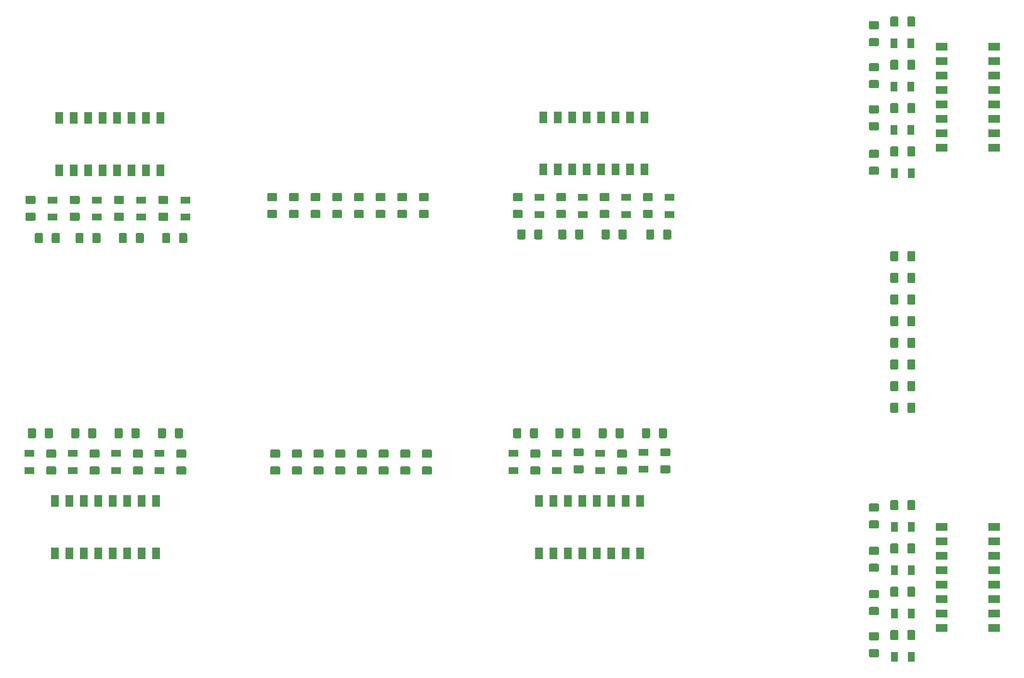
<source format=gbr>
G04 #@! TF.GenerationSoftware,KiCad,Pcbnew,5.1.2*
G04 #@! TF.CreationDate,2019-06-28T01:11:13+02:00*
G04 #@! TF.ProjectId,Relay_Controller2,52656c61-795f-4436-9f6e-74726f6c6c65,rev?*
G04 #@! TF.SameCoordinates,Original*
G04 #@! TF.FileFunction,Paste,Top*
G04 #@! TF.FilePolarity,Positive*
%FSLAX46Y46*%
G04 Gerber Fmt 4.6, Leading zero omitted, Abs format (unit mm)*
G04 Created by KiCad (PCBNEW 5.1.2) date 2019-06-28 01:11:13*
%MOMM*%
%LPD*%
G04 APERTURE LIST*
%ADD10C,0.150000*%
%ADD11C,1.425000*%
%ADD12R,1.800000X1.150000*%
%ADD13R,1.150000X1.800000*%
%ADD14R,1.450000X2.000000*%
%ADD15R,2.000000X1.450000*%
G04 APERTURE END LIST*
D10*
G36*
X108799504Y-115288704D02*
G01*
X108823773Y-115292304D01*
X108847571Y-115298265D01*
X108870671Y-115306530D01*
X108892849Y-115317020D01*
X108913893Y-115329633D01*
X108933598Y-115344247D01*
X108951777Y-115360723D01*
X108968253Y-115378902D01*
X108982867Y-115398607D01*
X108995480Y-115419651D01*
X109005970Y-115441829D01*
X109014235Y-115464929D01*
X109020196Y-115488727D01*
X109023796Y-115512996D01*
X109025000Y-115537500D01*
X109025000Y-116462500D01*
X109023796Y-116487004D01*
X109020196Y-116511273D01*
X109014235Y-116535071D01*
X109005970Y-116558171D01*
X108995480Y-116580349D01*
X108982867Y-116601393D01*
X108968253Y-116621098D01*
X108951777Y-116639277D01*
X108933598Y-116655753D01*
X108913893Y-116670367D01*
X108892849Y-116682980D01*
X108870671Y-116693470D01*
X108847571Y-116701735D01*
X108823773Y-116707696D01*
X108799504Y-116711296D01*
X108775000Y-116712500D01*
X107525000Y-116712500D01*
X107500496Y-116711296D01*
X107476227Y-116707696D01*
X107452429Y-116701735D01*
X107429329Y-116693470D01*
X107407151Y-116682980D01*
X107386107Y-116670367D01*
X107366402Y-116655753D01*
X107348223Y-116639277D01*
X107331747Y-116621098D01*
X107317133Y-116601393D01*
X107304520Y-116580349D01*
X107294030Y-116558171D01*
X107285765Y-116535071D01*
X107279804Y-116511273D01*
X107276204Y-116487004D01*
X107275000Y-116462500D01*
X107275000Y-115537500D01*
X107276204Y-115512996D01*
X107279804Y-115488727D01*
X107285765Y-115464929D01*
X107294030Y-115441829D01*
X107304520Y-115419651D01*
X107317133Y-115398607D01*
X107331747Y-115378902D01*
X107348223Y-115360723D01*
X107366402Y-115344247D01*
X107386107Y-115329633D01*
X107407151Y-115317020D01*
X107429329Y-115306530D01*
X107452429Y-115298265D01*
X107476227Y-115292304D01*
X107500496Y-115288704D01*
X107525000Y-115287500D01*
X108775000Y-115287500D01*
X108799504Y-115288704D01*
X108799504Y-115288704D01*
G37*
D11*
X108150000Y-116000000D03*
D10*
G36*
X108799504Y-118263704D02*
G01*
X108823773Y-118267304D01*
X108847571Y-118273265D01*
X108870671Y-118281530D01*
X108892849Y-118292020D01*
X108913893Y-118304633D01*
X108933598Y-118319247D01*
X108951777Y-118335723D01*
X108968253Y-118353902D01*
X108982867Y-118373607D01*
X108995480Y-118394651D01*
X109005970Y-118416829D01*
X109014235Y-118439929D01*
X109020196Y-118463727D01*
X109023796Y-118487996D01*
X109025000Y-118512500D01*
X109025000Y-119437500D01*
X109023796Y-119462004D01*
X109020196Y-119486273D01*
X109014235Y-119510071D01*
X109005970Y-119533171D01*
X108995480Y-119555349D01*
X108982867Y-119576393D01*
X108968253Y-119596098D01*
X108951777Y-119614277D01*
X108933598Y-119630753D01*
X108913893Y-119645367D01*
X108892849Y-119657980D01*
X108870671Y-119668470D01*
X108847571Y-119676735D01*
X108823773Y-119682696D01*
X108799504Y-119686296D01*
X108775000Y-119687500D01*
X107525000Y-119687500D01*
X107500496Y-119686296D01*
X107476227Y-119682696D01*
X107452429Y-119676735D01*
X107429329Y-119668470D01*
X107407151Y-119657980D01*
X107386107Y-119645367D01*
X107366402Y-119630753D01*
X107348223Y-119614277D01*
X107331747Y-119596098D01*
X107317133Y-119576393D01*
X107304520Y-119555349D01*
X107294030Y-119533171D01*
X107285765Y-119510071D01*
X107279804Y-119486273D01*
X107276204Y-119462004D01*
X107275000Y-119437500D01*
X107275000Y-118512500D01*
X107276204Y-118487996D01*
X107279804Y-118463727D01*
X107285765Y-118439929D01*
X107294030Y-118416829D01*
X107304520Y-118394651D01*
X107317133Y-118373607D01*
X107331747Y-118353902D01*
X107348223Y-118335723D01*
X107366402Y-118319247D01*
X107386107Y-118304633D01*
X107407151Y-118292020D01*
X107429329Y-118281530D01*
X107452429Y-118273265D01*
X107476227Y-118267304D01*
X107500496Y-118263704D01*
X107525000Y-118262500D01*
X108775000Y-118262500D01*
X108799504Y-118263704D01*
X108799504Y-118263704D01*
G37*
D11*
X108150000Y-118975000D03*
D10*
G36*
X151283525Y-114807557D02*
G01*
X151307794Y-114811157D01*
X151331592Y-114817118D01*
X151354692Y-114825383D01*
X151376870Y-114835873D01*
X151397914Y-114848486D01*
X151417619Y-114863100D01*
X151435798Y-114879576D01*
X151452274Y-114897755D01*
X151466888Y-114917460D01*
X151479501Y-114938504D01*
X151489991Y-114960682D01*
X151498256Y-114983782D01*
X151504217Y-115007580D01*
X151507817Y-115031849D01*
X151509021Y-115056353D01*
X151509021Y-115981353D01*
X151507817Y-116005857D01*
X151504217Y-116030126D01*
X151498256Y-116053924D01*
X151489991Y-116077024D01*
X151479501Y-116099202D01*
X151466888Y-116120246D01*
X151452274Y-116139951D01*
X151435798Y-116158130D01*
X151417619Y-116174606D01*
X151397914Y-116189220D01*
X151376870Y-116201833D01*
X151354692Y-116212323D01*
X151331592Y-116220588D01*
X151307794Y-116226549D01*
X151283525Y-116230149D01*
X151259021Y-116231353D01*
X150009021Y-116231353D01*
X149984517Y-116230149D01*
X149960248Y-116226549D01*
X149936450Y-116220588D01*
X149913350Y-116212323D01*
X149891172Y-116201833D01*
X149870128Y-116189220D01*
X149850423Y-116174606D01*
X149832244Y-116158130D01*
X149815768Y-116139951D01*
X149801154Y-116120246D01*
X149788541Y-116099202D01*
X149778051Y-116077024D01*
X149769786Y-116053924D01*
X149763825Y-116030126D01*
X149760225Y-116005857D01*
X149759021Y-115981353D01*
X149759021Y-115056353D01*
X149760225Y-115031849D01*
X149763825Y-115007580D01*
X149769786Y-114983782D01*
X149778051Y-114960682D01*
X149788541Y-114938504D01*
X149801154Y-114917460D01*
X149815768Y-114897755D01*
X149832244Y-114879576D01*
X149850423Y-114863100D01*
X149870128Y-114848486D01*
X149891172Y-114835873D01*
X149913350Y-114825383D01*
X149936450Y-114817118D01*
X149960248Y-114811157D01*
X149984517Y-114807557D01*
X150009021Y-114806353D01*
X151259021Y-114806353D01*
X151283525Y-114807557D01*
X151283525Y-114807557D01*
G37*
D11*
X150634021Y-115518853D03*
D10*
G36*
X151283525Y-117782557D02*
G01*
X151307794Y-117786157D01*
X151331592Y-117792118D01*
X151354692Y-117800383D01*
X151376870Y-117810873D01*
X151397914Y-117823486D01*
X151417619Y-117838100D01*
X151435798Y-117854576D01*
X151452274Y-117872755D01*
X151466888Y-117892460D01*
X151479501Y-117913504D01*
X151489991Y-117935682D01*
X151498256Y-117958782D01*
X151504217Y-117982580D01*
X151507817Y-118006849D01*
X151509021Y-118031353D01*
X151509021Y-118956353D01*
X151507817Y-118980857D01*
X151504217Y-119005126D01*
X151498256Y-119028924D01*
X151489991Y-119052024D01*
X151479501Y-119074202D01*
X151466888Y-119095246D01*
X151452274Y-119114951D01*
X151435798Y-119133130D01*
X151417619Y-119149606D01*
X151397914Y-119164220D01*
X151376870Y-119176833D01*
X151354692Y-119187323D01*
X151331592Y-119195588D01*
X151307794Y-119201549D01*
X151283525Y-119205149D01*
X151259021Y-119206353D01*
X150009021Y-119206353D01*
X149984517Y-119205149D01*
X149960248Y-119201549D01*
X149936450Y-119195588D01*
X149913350Y-119187323D01*
X149891172Y-119176833D01*
X149870128Y-119164220D01*
X149850423Y-119149606D01*
X149832244Y-119133130D01*
X149815768Y-119114951D01*
X149801154Y-119095246D01*
X149788541Y-119074202D01*
X149778051Y-119052024D01*
X149769786Y-119028924D01*
X149763825Y-119005126D01*
X149760225Y-118980857D01*
X149759021Y-118956353D01*
X149759021Y-118031353D01*
X149760225Y-118006849D01*
X149763825Y-117982580D01*
X149769786Y-117958782D01*
X149778051Y-117935682D01*
X149788541Y-117913504D01*
X149801154Y-117892460D01*
X149815768Y-117872755D01*
X149832244Y-117854576D01*
X149850423Y-117838100D01*
X149870128Y-117823486D01*
X149891172Y-117810873D01*
X149913350Y-117800383D01*
X149936450Y-117792118D01*
X149960248Y-117786157D01*
X149984517Y-117782557D01*
X150009021Y-117781353D01*
X151259021Y-117781353D01*
X151283525Y-117782557D01*
X151283525Y-117782557D01*
G37*
D11*
X150634021Y-118493853D03*
D10*
G36*
X116583510Y-118263704D02*
G01*
X116607779Y-118267304D01*
X116631577Y-118273265D01*
X116654677Y-118281530D01*
X116676855Y-118292020D01*
X116697899Y-118304633D01*
X116717604Y-118319247D01*
X116735783Y-118335723D01*
X116752259Y-118353902D01*
X116766873Y-118373607D01*
X116779486Y-118394651D01*
X116789976Y-118416829D01*
X116798241Y-118439929D01*
X116804202Y-118463727D01*
X116807802Y-118487996D01*
X116809006Y-118512500D01*
X116809006Y-119437500D01*
X116807802Y-119462004D01*
X116804202Y-119486273D01*
X116798241Y-119510071D01*
X116789976Y-119533171D01*
X116779486Y-119555349D01*
X116766873Y-119576393D01*
X116752259Y-119596098D01*
X116735783Y-119614277D01*
X116717604Y-119630753D01*
X116697899Y-119645367D01*
X116676855Y-119657980D01*
X116654677Y-119668470D01*
X116631577Y-119676735D01*
X116607779Y-119682696D01*
X116583510Y-119686296D01*
X116559006Y-119687500D01*
X115309006Y-119687500D01*
X115284502Y-119686296D01*
X115260233Y-119682696D01*
X115236435Y-119676735D01*
X115213335Y-119668470D01*
X115191157Y-119657980D01*
X115170113Y-119645367D01*
X115150408Y-119630753D01*
X115132229Y-119614277D01*
X115115753Y-119596098D01*
X115101139Y-119576393D01*
X115088526Y-119555349D01*
X115078036Y-119533171D01*
X115069771Y-119510071D01*
X115063810Y-119486273D01*
X115060210Y-119462004D01*
X115059006Y-119437500D01*
X115059006Y-118512500D01*
X115060210Y-118487996D01*
X115063810Y-118463727D01*
X115069771Y-118439929D01*
X115078036Y-118416829D01*
X115088526Y-118394651D01*
X115101139Y-118373607D01*
X115115753Y-118353902D01*
X115132229Y-118335723D01*
X115150408Y-118319247D01*
X115170113Y-118304633D01*
X115191157Y-118292020D01*
X115213335Y-118281530D01*
X115236435Y-118273265D01*
X115260233Y-118267304D01*
X115284502Y-118263704D01*
X115309006Y-118262500D01*
X116559006Y-118262500D01*
X116583510Y-118263704D01*
X116583510Y-118263704D01*
G37*
D11*
X115934006Y-118975000D03*
D10*
G36*
X116583510Y-115288704D02*
G01*
X116607779Y-115292304D01*
X116631577Y-115298265D01*
X116654677Y-115306530D01*
X116676855Y-115317020D01*
X116697899Y-115329633D01*
X116717604Y-115344247D01*
X116735783Y-115360723D01*
X116752259Y-115378902D01*
X116766873Y-115398607D01*
X116779486Y-115419651D01*
X116789976Y-115441829D01*
X116798241Y-115464929D01*
X116804202Y-115488727D01*
X116807802Y-115512996D01*
X116809006Y-115537500D01*
X116809006Y-116462500D01*
X116807802Y-116487004D01*
X116804202Y-116511273D01*
X116798241Y-116535071D01*
X116789976Y-116558171D01*
X116779486Y-116580349D01*
X116766873Y-116601393D01*
X116752259Y-116621098D01*
X116735783Y-116639277D01*
X116717604Y-116655753D01*
X116697899Y-116670367D01*
X116676855Y-116682980D01*
X116654677Y-116693470D01*
X116631577Y-116701735D01*
X116607779Y-116707696D01*
X116583510Y-116711296D01*
X116559006Y-116712500D01*
X115309006Y-116712500D01*
X115284502Y-116711296D01*
X115260233Y-116707696D01*
X115236435Y-116701735D01*
X115213335Y-116693470D01*
X115191157Y-116682980D01*
X115170113Y-116670367D01*
X115150408Y-116655753D01*
X115132229Y-116639277D01*
X115115753Y-116621098D01*
X115101139Y-116601393D01*
X115088526Y-116580349D01*
X115078036Y-116558171D01*
X115069771Y-116535071D01*
X115063810Y-116511273D01*
X115060210Y-116487004D01*
X115059006Y-116462500D01*
X115059006Y-115537500D01*
X115060210Y-115512996D01*
X115063810Y-115488727D01*
X115069771Y-115464929D01*
X115078036Y-115441829D01*
X115088526Y-115419651D01*
X115101139Y-115398607D01*
X115115753Y-115378902D01*
X115132229Y-115360723D01*
X115150408Y-115344247D01*
X115170113Y-115329633D01*
X115191157Y-115317020D01*
X115213335Y-115306530D01*
X115236435Y-115298265D01*
X115260233Y-115292304D01*
X115284502Y-115288704D01*
X115309006Y-115287500D01*
X116559006Y-115287500D01*
X116583510Y-115288704D01*
X116583510Y-115288704D01*
G37*
D11*
X115934006Y-116000000D03*
D10*
G36*
X155093525Y-117782557D02*
G01*
X155117794Y-117786157D01*
X155141592Y-117792118D01*
X155164692Y-117800383D01*
X155186870Y-117810873D01*
X155207914Y-117823486D01*
X155227619Y-117838100D01*
X155245798Y-117854576D01*
X155262274Y-117872755D01*
X155276888Y-117892460D01*
X155289501Y-117913504D01*
X155299991Y-117935682D01*
X155308256Y-117958782D01*
X155314217Y-117982580D01*
X155317817Y-118006849D01*
X155319021Y-118031353D01*
X155319021Y-118956353D01*
X155317817Y-118980857D01*
X155314217Y-119005126D01*
X155308256Y-119028924D01*
X155299991Y-119052024D01*
X155289501Y-119074202D01*
X155276888Y-119095246D01*
X155262274Y-119114951D01*
X155245798Y-119133130D01*
X155227619Y-119149606D01*
X155207914Y-119164220D01*
X155186870Y-119176833D01*
X155164692Y-119187323D01*
X155141592Y-119195588D01*
X155117794Y-119201549D01*
X155093525Y-119205149D01*
X155069021Y-119206353D01*
X153819021Y-119206353D01*
X153794517Y-119205149D01*
X153770248Y-119201549D01*
X153746450Y-119195588D01*
X153723350Y-119187323D01*
X153701172Y-119176833D01*
X153680128Y-119164220D01*
X153660423Y-119149606D01*
X153642244Y-119133130D01*
X153625768Y-119114951D01*
X153611154Y-119095246D01*
X153598541Y-119074202D01*
X153588051Y-119052024D01*
X153579786Y-119028924D01*
X153573825Y-119005126D01*
X153570225Y-118980857D01*
X153569021Y-118956353D01*
X153569021Y-118031353D01*
X153570225Y-118006849D01*
X153573825Y-117982580D01*
X153579786Y-117958782D01*
X153588051Y-117935682D01*
X153598541Y-117913504D01*
X153611154Y-117892460D01*
X153625768Y-117872755D01*
X153642244Y-117854576D01*
X153660423Y-117838100D01*
X153680128Y-117823486D01*
X153701172Y-117810873D01*
X153723350Y-117800383D01*
X153746450Y-117792118D01*
X153770248Y-117786157D01*
X153794517Y-117782557D01*
X153819021Y-117781353D01*
X155069021Y-117781353D01*
X155093525Y-117782557D01*
X155093525Y-117782557D01*
G37*
D11*
X154444021Y-118493853D03*
D10*
G36*
X155093525Y-114807557D02*
G01*
X155117794Y-114811157D01*
X155141592Y-114817118D01*
X155164692Y-114825383D01*
X155186870Y-114835873D01*
X155207914Y-114848486D01*
X155227619Y-114863100D01*
X155245798Y-114879576D01*
X155262274Y-114897755D01*
X155276888Y-114917460D01*
X155289501Y-114938504D01*
X155299991Y-114960682D01*
X155308256Y-114983782D01*
X155314217Y-115007580D01*
X155317817Y-115031849D01*
X155319021Y-115056353D01*
X155319021Y-115981353D01*
X155317817Y-116005857D01*
X155314217Y-116030126D01*
X155308256Y-116053924D01*
X155299991Y-116077024D01*
X155289501Y-116099202D01*
X155276888Y-116120246D01*
X155262274Y-116139951D01*
X155245798Y-116158130D01*
X155227619Y-116174606D01*
X155207914Y-116189220D01*
X155186870Y-116201833D01*
X155164692Y-116212323D01*
X155141592Y-116220588D01*
X155117794Y-116226549D01*
X155093525Y-116230149D01*
X155069021Y-116231353D01*
X153819021Y-116231353D01*
X153794517Y-116230149D01*
X153770248Y-116226549D01*
X153746450Y-116220588D01*
X153723350Y-116212323D01*
X153701172Y-116201833D01*
X153680128Y-116189220D01*
X153660423Y-116174606D01*
X153642244Y-116158130D01*
X153625768Y-116139951D01*
X153611154Y-116120246D01*
X153598541Y-116099202D01*
X153588051Y-116077024D01*
X153579786Y-116053924D01*
X153573825Y-116030126D01*
X153570225Y-116005857D01*
X153569021Y-115981353D01*
X153569021Y-115056353D01*
X153570225Y-115031849D01*
X153573825Y-115007580D01*
X153579786Y-114983782D01*
X153588051Y-114960682D01*
X153598541Y-114938504D01*
X153611154Y-114917460D01*
X153625768Y-114897755D01*
X153642244Y-114879576D01*
X153660423Y-114863100D01*
X153680128Y-114848486D01*
X153701172Y-114835873D01*
X153723350Y-114825383D01*
X153746450Y-114817118D01*
X153770248Y-114811157D01*
X153794517Y-114807557D01*
X153819021Y-114806353D01*
X155069021Y-114806353D01*
X155093525Y-114807557D01*
X155093525Y-114807557D01*
G37*
D11*
X154444021Y-115518853D03*
D10*
G36*
X158903525Y-114807557D02*
G01*
X158927794Y-114811157D01*
X158951592Y-114817118D01*
X158974692Y-114825383D01*
X158996870Y-114835873D01*
X159017914Y-114848486D01*
X159037619Y-114863100D01*
X159055798Y-114879576D01*
X159072274Y-114897755D01*
X159086888Y-114917460D01*
X159099501Y-114938504D01*
X159109991Y-114960682D01*
X159118256Y-114983782D01*
X159124217Y-115007580D01*
X159127817Y-115031849D01*
X159129021Y-115056353D01*
X159129021Y-115981353D01*
X159127817Y-116005857D01*
X159124217Y-116030126D01*
X159118256Y-116053924D01*
X159109991Y-116077024D01*
X159099501Y-116099202D01*
X159086888Y-116120246D01*
X159072274Y-116139951D01*
X159055798Y-116158130D01*
X159037619Y-116174606D01*
X159017914Y-116189220D01*
X158996870Y-116201833D01*
X158974692Y-116212323D01*
X158951592Y-116220588D01*
X158927794Y-116226549D01*
X158903525Y-116230149D01*
X158879021Y-116231353D01*
X157629021Y-116231353D01*
X157604517Y-116230149D01*
X157580248Y-116226549D01*
X157556450Y-116220588D01*
X157533350Y-116212323D01*
X157511172Y-116201833D01*
X157490128Y-116189220D01*
X157470423Y-116174606D01*
X157452244Y-116158130D01*
X157435768Y-116139951D01*
X157421154Y-116120246D01*
X157408541Y-116099202D01*
X157398051Y-116077024D01*
X157389786Y-116053924D01*
X157383825Y-116030126D01*
X157380225Y-116005857D01*
X157379021Y-115981353D01*
X157379021Y-115056353D01*
X157380225Y-115031849D01*
X157383825Y-115007580D01*
X157389786Y-114983782D01*
X157398051Y-114960682D01*
X157408541Y-114938504D01*
X157421154Y-114917460D01*
X157435768Y-114897755D01*
X157452244Y-114879576D01*
X157470423Y-114863100D01*
X157490128Y-114848486D01*
X157511172Y-114835873D01*
X157533350Y-114825383D01*
X157556450Y-114817118D01*
X157580248Y-114811157D01*
X157604517Y-114807557D01*
X157629021Y-114806353D01*
X158879021Y-114806353D01*
X158903525Y-114807557D01*
X158903525Y-114807557D01*
G37*
D11*
X158254021Y-115518853D03*
D10*
G36*
X158903525Y-117782557D02*
G01*
X158927794Y-117786157D01*
X158951592Y-117792118D01*
X158974692Y-117800383D01*
X158996870Y-117810873D01*
X159017914Y-117823486D01*
X159037619Y-117838100D01*
X159055798Y-117854576D01*
X159072274Y-117872755D01*
X159086888Y-117892460D01*
X159099501Y-117913504D01*
X159109991Y-117935682D01*
X159118256Y-117958782D01*
X159124217Y-117982580D01*
X159127817Y-118006849D01*
X159129021Y-118031353D01*
X159129021Y-118956353D01*
X159127817Y-118980857D01*
X159124217Y-119005126D01*
X159118256Y-119028924D01*
X159109991Y-119052024D01*
X159099501Y-119074202D01*
X159086888Y-119095246D01*
X159072274Y-119114951D01*
X159055798Y-119133130D01*
X159037619Y-119149606D01*
X159017914Y-119164220D01*
X158996870Y-119176833D01*
X158974692Y-119187323D01*
X158951592Y-119195588D01*
X158927794Y-119201549D01*
X158903525Y-119205149D01*
X158879021Y-119206353D01*
X157629021Y-119206353D01*
X157604517Y-119205149D01*
X157580248Y-119201549D01*
X157556450Y-119195588D01*
X157533350Y-119187323D01*
X157511172Y-119176833D01*
X157490128Y-119164220D01*
X157470423Y-119149606D01*
X157452244Y-119133130D01*
X157435768Y-119114951D01*
X157421154Y-119095246D01*
X157408541Y-119074202D01*
X157398051Y-119052024D01*
X157389786Y-119028924D01*
X157383825Y-119005126D01*
X157380225Y-118980857D01*
X157379021Y-118956353D01*
X157379021Y-118031353D01*
X157380225Y-118006849D01*
X157383825Y-117982580D01*
X157389786Y-117958782D01*
X157398051Y-117935682D01*
X157408541Y-117913504D01*
X157421154Y-117892460D01*
X157435768Y-117872755D01*
X157452244Y-117854576D01*
X157470423Y-117838100D01*
X157490128Y-117823486D01*
X157511172Y-117810873D01*
X157533350Y-117800383D01*
X157556450Y-117792118D01*
X157580248Y-117786157D01*
X157604517Y-117782557D01*
X157629021Y-117781353D01*
X158879021Y-117781353D01*
X158903525Y-117782557D01*
X158903525Y-117782557D01*
G37*
D11*
X158254021Y-118493853D03*
D10*
G36*
X124367516Y-115288704D02*
G01*
X124391785Y-115292304D01*
X124415583Y-115298265D01*
X124438683Y-115306530D01*
X124460861Y-115317020D01*
X124481905Y-115329633D01*
X124501610Y-115344247D01*
X124519789Y-115360723D01*
X124536265Y-115378902D01*
X124550879Y-115398607D01*
X124563492Y-115419651D01*
X124573982Y-115441829D01*
X124582247Y-115464929D01*
X124588208Y-115488727D01*
X124591808Y-115512996D01*
X124593012Y-115537500D01*
X124593012Y-116462500D01*
X124591808Y-116487004D01*
X124588208Y-116511273D01*
X124582247Y-116535071D01*
X124573982Y-116558171D01*
X124563492Y-116580349D01*
X124550879Y-116601393D01*
X124536265Y-116621098D01*
X124519789Y-116639277D01*
X124501610Y-116655753D01*
X124481905Y-116670367D01*
X124460861Y-116682980D01*
X124438683Y-116693470D01*
X124415583Y-116701735D01*
X124391785Y-116707696D01*
X124367516Y-116711296D01*
X124343012Y-116712500D01*
X123093012Y-116712500D01*
X123068508Y-116711296D01*
X123044239Y-116707696D01*
X123020441Y-116701735D01*
X122997341Y-116693470D01*
X122975163Y-116682980D01*
X122954119Y-116670367D01*
X122934414Y-116655753D01*
X122916235Y-116639277D01*
X122899759Y-116621098D01*
X122885145Y-116601393D01*
X122872532Y-116580349D01*
X122862042Y-116558171D01*
X122853777Y-116535071D01*
X122847816Y-116511273D01*
X122844216Y-116487004D01*
X122843012Y-116462500D01*
X122843012Y-115537500D01*
X122844216Y-115512996D01*
X122847816Y-115488727D01*
X122853777Y-115464929D01*
X122862042Y-115441829D01*
X122872532Y-115419651D01*
X122885145Y-115398607D01*
X122899759Y-115378902D01*
X122916235Y-115360723D01*
X122934414Y-115344247D01*
X122954119Y-115329633D01*
X122975163Y-115317020D01*
X122997341Y-115306530D01*
X123020441Y-115298265D01*
X123044239Y-115292304D01*
X123068508Y-115288704D01*
X123093012Y-115287500D01*
X124343012Y-115287500D01*
X124367516Y-115288704D01*
X124367516Y-115288704D01*
G37*
D11*
X123718012Y-116000000D03*
D10*
G36*
X124367516Y-118263704D02*
G01*
X124391785Y-118267304D01*
X124415583Y-118273265D01*
X124438683Y-118281530D01*
X124460861Y-118292020D01*
X124481905Y-118304633D01*
X124501610Y-118319247D01*
X124519789Y-118335723D01*
X124536265Y-118353902D01*
X124550879Y-118373607D01*
X124563492Y-118394651D01*
X124573982Y-118416829D01*
X124582247Y-118439929D01*
X124588208Y-118463727D01*
X124591808Y-118487996D01*
X124593012Y-118512500D01*
X124593012Y-119437500D01*
X124591808Y-119462004D01*
X124588208Y-119486273D01*
X124582247Y-119510071D01*
X124573982Y-119533171D01*
X124563492Y-119555349D01*
X124550879Y-119576393D01*
X124536265Y-119596098D01*
X124519789Y-119614277D01*
X124501610Y-119630753D01*
X124481905Y-119645367D01*
X124460861Y-119657980D01*
X124438683Y-119668470D01*
X124415583Y-119676735D01*
X124391785Y-119682696D01*
X124367516Y-119686296D01*
X124343012Y-119687500D01*
X123093012Y-119687500D01*
X123068508Y-119686296D01*
X123044239Y-119682696D01*
X123020441Y-119676735D01*
X122997341Y-119668470D01*
X122975163Y-119657980D01*
X122954119Y-119645367D01*
X122934414Y-119630753D01*
X122916235Y-119614277D01*
X122899759Y-119596098D01*
X122885145Y-119576393D01*
X122872532Y-119555349D01*
X122862042Y-119533171D01*
X122853777Y-119510071D01*
X122847816Y-119486273D01*
X122844216Y-119462004D01*
X122843012Y-119437500D01*
X122843012Y-118512500D01*
X122844216Y-118487996D01*
X122847816Y-118463727D01*
X122853777Y-118439929D01*
X122862042Y-118416829D01*
X122872532Y-118394651D01*
X122885145Y-118373607D01*
X122899759Y-118353902D01*
X122916235Y-118335723D01*
X122934414Y-118319247D01*
X122954119Y-118304633D01*
X122975163Y-118292020D01*
X122997341Y-118281530D01*
X123020441Y-118273265D01*
X123044239Y-118267304D01*
X123068508Y-118263704D01*
X123093012Y-118262500D01*
X124343012Y-118262500D01*
X124367516Y-118263704D01*
X124367516Y-118263704D01*
G37*
D11*
X123718012Y-118975000D03*
D10*
G36*
X162713525Y-117782557D02*
G01*
X162737794Y-117786157D01*
X162761592Y-117792118D01*
X162784692Y-117800383D01*
X162806870Y-117810873D01*
X162827914Y-117823486D01*
X162847619Y-117838100D01*
X162865798Y-117854576D01*
X162882274Y-117872755D01*
X162896888Y-117892460D01*
X162909501Y-117913504D01*
X162919991Y-117935682D01*
X162928256Y-117958782D01*
X162934217Y-117982580D01*
X162937817Y-118006849D01*
X162939021Y-118031353D01*
X162939021Y-118956353D01*
X162937817Y-118980857D01*
X162934217Y-119005126D01*
X162928256Y-119028924D01*
X162919991Y-119052024D01*
X162909501Y-119074202D01*
X162896888Y-119095246D01*
X162882274Y-119114951D01*
X162865798Y-119133130D01*
X162847619Y-119149606D01*
X162827914Y-119164220D01*
X162806870Y-119176833D01*
X162784692Y-119187323D01*
X162761592Y-119195588D01*
X162737794Y-119201549D01*
X162713525Y-119205149D01*
X162689021Y-119206353D01*
X161439021Y-119206353D01*
X161414517Y-119205149D01*
X161390248Y-119201549D01*
X161366450Y-119195588D01*
X161343350Y-119187323D01*
X161321172Y-119176833D01*
X161300128Y-119164220D01*
X161280423Y-119149606D01*
X161262244Y-119133130D01*
X161245768Y-119114951D01*
X161231154Y-119095246D01*
X161218541Y-119074202D01*
X161208051Y-119052024D01*
X161199786Y-119028924D01*
X161193825Y-119005126D01*
X161190225Y-118980857D01*
X161189021Y-118956353D01*
X161189021Y-118031353D01*
X161190225Y-118006849D01*
X161193825Y-117982580D01*
X161199786Y-117958782D01*
X161208051Y-117935682D01*
X161218541Y-117913504D01*
X161231154Y-117892460D01*
X161245768Y-117872755D01*
X161262244Y-117854576D01*
X161280423Y-117838100D01*
X161300128Y-117823486D01*
X161321172Y-117810873D01*
X161343350Y-117800383D01*
X161366450Y-117792118D01*
X161390248Y-117786157D01*
X161414517Y-117782557D01*
X161439021Y-117781353D01*
X162689021Y-117781353D01*
X162713525Y-117782557D01*
X162713525Y-117782557D01*
G37*
D11*
X162064021Y-118493853D03*
D10*
G36*
X162713525Y-114807557D02*
G01*
X162737794Y-114811157D01*
X162761592Y-114817118D01*
X162784692Y-114825383D01*
X162806870Y-114835873D01*
X162827914Y-114848486D01*
X162847619Y-114863100D01*
X162865798Y-114879576D01*
X162882274Y-114897755D01*
X162896888Y-114917460D01*
X162909501Y-114938504D01*
X162919991Y-114960682D01*
X162928256Y-114983782D01*
X162934217Y-115007580D01*
X162937817Y-115031849D01*
X162939021Y-115056353D01*
X162939021Y-115981353D01*
X162937817Y-116005857D01*
X162934217Y-116030126D01*
X162928256Y-116053924D01*
X162919991Y-116077024D01*
X162909501Y-116099202D01*
X162896888Y-116120246D01*
X162882274Y-116139951D01*
X162865798Y-116158130D01*
X162847619Y-116174606D01*
X162827914Y-116189220D01*
X162806870Y-116201833D01*
X162784692Y-116212323D01*
X162761592Y-116220588D01*
X162737794Y-116226549D01*
X162713525Y-116230149D01*
X162689021Y-116231353D01*
X161439021Y-116231353D01*
X161414517Y-116230149D01*
X161390248Y-116226549D01*
X161366450Y-116220588D01*
X161343350Y-116212323D01*
X161321172Y-116201833D01*
X161300128Y-116189220D01*
X161280423Y-116174606D01*
X161262244Y-116158130D01*
X161245768Y-116139951D01*
X161231154Y-116120246D01*
X161218541Y-116099202D01*
X161208051Y-116077024D01*
X161199786Y-116053924D01*
X161193825Y-116030126D01*
X161190225Y-116005857D01*
X161189021Y-115981353D01*
X161189021Y-115056353D01*
X161190225Y-115031849D01*
X161193825Y-115007580D01*
X161199786Y-114983782D01*
X161208051Y-114960682D01*
X161218541Y-114938504D01*
X161231154Y-114917460D01*
X161245768Y-114897755D01*
X161262244Y-114879576D01*
X161280423Y-114863100D01*
X161300128Y-114848486D01*
X161321172Y-114835873D01*
X161343350Y-114825383D01*
X161366450Y-114817118D01*
X161390248Y-114811157D01*
X161414517Y-114807557D01*
X161439021Y-114806353D01*
X162689021Y-114806353D01*
X162713525Y-114807557D01*
X162713525Y-114807557D01*
G37*
D11*
X162064021Y-115518853D03*
D10*
G36*
X166523525Y-114807557D02*
G01*
X166547794Y-114811157D01*
X166571592Y-114817118D01*
X166594692Y-114825383D01*
X166616870Y-114835873D01*
X166637914Y-114848486D01*
X166657619Y-114863100D01*
X166675798Y-114879576D01*
X166692274Y-114897755D01*
X166706888Y-114917460D01*
X166719501Y-114938504D01*
X166729991Y-114960682D01*
X166738256Y-114983782D01*
X166744217Y-115007580D01*
X166747817Y-115031849D01*
X166749021Y-115056353D01*
X166749021Y-115981353D01*
X166747817Y-116005857D01*
X166744217Y-116030126D01*
X166738256Y-116053924D01*
X166729991Y-116077024D01*
X166719501Y-116099202D01*
X166706888Y-116120246D01*
X166692274Y-116139951D01*
X166675798Y-116158130D01*
X166657619Y-116174606D01*
X166637914Y-116189220D01*
X166616870Y-116201833D01*
X166594692Y-116212323D01*
X166571592Y-116220588D01*
X166547794Y-116226549D01*
X166523525Y-116230149D01*
X166499021Y-116231353D01*
X165249021Y-116231353D01*
X165224517Y-116230149D01*
X165200248Y-116226549D01*
X165176450Y-116220588D01*
X165153350Y-116212323D01*
X165131172Y-116201833D01*
X165110128Y-116189220D01*
X165090423Y-116174606D01*
X165072244Y-116158130D01*
X165055768Y-116139951D01*
X165041154Y-116120246D01*
X165028541Y-116099202D01*
X165018051Y-116077024D01*
X165009786Y-116053924D01*
X165003825Y-116030126D01*
X165000225Y-116005857D01*
X164999021Y-115981353D01*
X164999021Y-115056353D01*
X165000225Y-115031849D01*
X165003825Y-115007580D01*
X165009786Y-114983782D01*
X165018051Y-114960682D01*
X165028541Y-114938504D01*
X165041154Y-114917460D01*
X165055768Y-114897755D01*
X165072244Y-114879576D01*
X165090423Y-114863100D01*
X165110128Y-114848486D01*
X165131172Y-114835873D01*
X165153350Y-114825383D01*
X165176450Y-114817118D01*
X165200248Y-114811157D01*
X165224517Y-114807557D01*
X165249021Y-114806353D01*
X166499021Y-114806353D01*
X166523525Y-114807557D01*
X166523525Y-114807557D01*
G37*
D11*
X165874021Y-115518853D03*
D10*
G36*
X166523525Y-117782557D02*
G01*
X166547794Y-117786157D01*
X166571592Y-117792118D01*
X166594692Y-117800383D01*
X166616870Y-117810873D01*
X166637914Y-117823486D01*
X166657619Y-117838100D01*
X166675798Y-117854576D01*
X166692274Y-117872755D01*
X166706888Y-117892460D01*
X166719501Y-117913504D01*
X166729991Y-117935682D01*
X166738256Y-117958782D01*
X166744217Y-117982580D01*
X166747817Y-118006849D01*
X166749021Y-118031353D01*
X166749021Y-118956353D01*
X166747817Y-118980857D01*
X166744217Y-119005126D01*
X166738256Y-119028924D01*
X166729991Y-119052024D01*
X166719501Y-119074202D01*
X166706888Y-119095246D01*
X166692274Y-119114951D01*
X166675798Y-119133130D01*
X166657619Y-119149606D01*
X166637914Y-119164220D01*
X166616870Y-119176833D01*
X166594692Y-119187323D01*
X166571592Y-119195588D01*
X166547794Y-119201549D01*
X166523525Y-119205149D01*
X166499021Y-119206353D01*
X165249021Y-119206353D01*
X165224517Y-119205149D01*
X165200248Y-119201549D01*
X165176450Y-119195588D01*
X165153350Y-119187323D01*
X165131172Y-119176833D01*
X165110128Y-119164220D01*
X165090423Y-119149606D01*
X165072244Y-119133130D01*
X165055768Y-119114951D01*
X165041154Y-119095246D01*
X165028541Y-119074202D01*
X165018051Y-119052024D01*
X165009786Y-119028924D01*
X165003825Y-119005126D01*
X165000225Y-118980857D01*
X164999021Y-118956353D01*
X164999021Y-118031353D01*
X165000225Y-118006849D01*
X165003825Y-117982580D01*
X165009786Y-117958782D01*
X165018051Y-117935682D01*
X165028541Y-117913504D01*
X165041154Y-117892460D01*
X165055768Y-117872755D01*
X165072244Y-117854576D01*
X165090423Y-117838100D01*
X165110128Y-117823486D01*
X165131172Y-117810873D01*
X165153350Y-117800383D01*
X165176450Y-117792118D01*
X165200248Y-117786157D01*
X165224517Y-117782557D01*
X165249021Y-117781353D01*
X166499021Y-117781353D01*
X166523525Y-117782557D01*
X166523525Y-117782557D01*
G37*
D11*
X165874021Y-118493853D03*
D10*
G36*
X132151522Y-118263704D02*
G01*
X132175791Y-118267304D01*
X132199589Y-118273265D01*
X132222689Y-118281530D01*
X132244867Y-118292020D01*
X132265911Y-118304633D01*
X132285616Y-118319247D01*
X132303795Y-118335723D01*
X132320271Y-118353902D01*
X132334885Y-118373607D01*
X132347498Y-118394651D01*
X132357988Y-118416829D01*
X132366253Y-118439929D01*
X132372214Y-118463727D01*
X132375814Y-118487996D01*
X132377018Y-118512500D01*
X132377018Y-119437500D01*
X132375814Y-119462004D01*
X132372214Y-119486273D01*
X132366253Y-119510071D01*
X132357988Y-119533171D01*
X132347498Y-119555349D01*
X132334885Y-119576393D01*
X132320271Y-119596098D01*
X132303795Y-119614277D01*
X132285616Y-119630753D01*
X132265911Y-119645367D01*
X132244867Y-119657980D01*
X132222689Y-119668470D01*
X132199589Y-119676735D01*
X132175791Y-119682696D01*
X132151522Y-119686296D01*
X132127018Y-119687500D01*
X130877018Y-119687500D01*
X130852514Y-119686296D01*
X130828245Y-119682696D01*
X130804447Y-119676735D01*
X130781347Y-119668470D01*
X130759169Y-119657980D01*
X130738125Y-119645367D01*
X130718420Y-119630753D01*
X130700241Y-119614277D01*
X130683765Y-119596098D01*
X130669151Y-119576393D01*
X130656538Y-119555349D01*
X130646048Y-119533171D01*
X130637783Y-119510071D01*
X130631822Y-119486273D01*
X130628222Y-119462004D01*
X130627018Y-119437500D01*
X130627018Y-118512500D01*
X130628222Y-118487996D01*
X130631822Y-118463727D01*
X130637783Y-118439929D01*
X130646048Y-118416829D01*
X130656538Y-118394651D01*
X130669151Y-118373607D01*
X130683765Y-118353902D01*
X130700241Y-118335723D01*
X130718420Y-118319247D01*
X130738125Y-118304633D01*
X130759169Y-118292020D01*
X130781347Y-118281530D01*
X130804447Y-118273265D01*
X130828245Y-118267304D01*
X130852514Y-118263704D01*
X130877018Y-118262500D01*
X132127018Y-118262500D01*
X132151522Y-118263704D01*
X132151522Y-118263704D01*
G37*
D11*
X131502018Y-118975000D03*
D10*
G36*
X132151522Y-115288704D02*
G01*
X132175791Y-115292304D01*
X132199589Y-115298265D01*
X132222689Y-115306530D01*
X132244867Y-115317020D01*
X132265911Y-115329633D01*
X132285616Y-115344247D01*
X132303795Y-115360723D01*
X132320271Y-115378902D01*
X132334885Y-115398607D01*
X132347498Y-115419651D01*
X132357988Y-115441829D01*
X132366253Y-115464929D01*
X132372214Y-115488727D01*
X132375814Y-115512996D01*
X132377018Y-115537500D01*
X132377018Y-116462500D01*
X132375814Y-116487004D01*
X132372214Y-116511273D01*
X132366253Y-116535071D01*
X132357988Y-116558171D01*
X132347498Y-116580349D01*
X132334885Y-116601393D01*
X132320271Y-116621098D01*
X132303795Y-116639277D01*
X132285616Y-116655753D01*
X132265911Y-116670367D01*
X132244867Y-116682980D01*
X132222689Y-116693470D01*
X132199589Y-116701735D01*
X132175791Y-116707696D01*
X132151522Y-116711296D01*
X132127018Y-116712500D01*
X130877018Y-116712500D01*
X130852514Y-116711296D01*
X130828245Y-116707696D01*
X130804447Y-116701735D01*
X130781347Y-116693470D01*
X130759169Y-116682980D01*
X130738125Y-116670367D01*
X130718420Y-116655753D01*
X130700241Y-116639277D01*
X130683765Y-116621098D01*
X130669151Y-116601393D01*
X130656538Y-116580349D01*
X130646048Y-116558171D01*
X130637783Y-116535071D01*
X130631822Y-116511273D01*
X130628222Y-116487004D01*
X130627018Y-116462500D01*
X130627018Y-115537500D01*
X130628222Y-115512996D01*
X130631822Y-115488727D01*
X130637783Y-115464929D01*
X130646048Y-115441829D01*
X130656538Y-115419651D01*
X130669151Y-115398607D01*
X130683765Y-115378902D01*
X130700241Y-115360723D01*
X130718420Y-115344247D01*
X130738125Y-115329633D01*
X130759169Y-115317020D01*
X130781347Y-115306530D01*
X130804447Y-115298265D01*
X130828245Y-115292304D01*
X130852514Y-115288704D01*
X130877018Y-115287500D01*
X132127018Y-115287500D01*
X132151522Y-115288704D01*
X132151522Y-115288704D01*
G37*
D11*
X131502018Y-116000000D03*
D10*
G36*
X170333525Y-117782557D02*
G01*
X170357794Y-117786157D01*
X170381592Y-117792118D01*
X170404692Y-117800383D01*
X170426870Y-117810873D01*
X170447914Y-117823486D01*
X170467619Y-117838100D01*
X170485798Y-117854576D01*
X170502274Y-117872755D01*
X170516888Y-117892460D01*
X170529501Y-117913504D01*
X170539991Y-117935682D01*
X170548256Y-117958782D01*
X170554217Y-117982580D01*
X170557817Y-118006849D01*
X170559021Y-118031353D01*
X170559021Y-118956353D01*
X170557817Y-118980857D01*
X170554217Y-119005126D01*
X170548256Y-119028924D01*
X170539991Y-119052024D01*
X170529501Y-119074202D01*
X170516888Y-119095246D01*
X170502274Y-119114951D01*
X170485798Y-119133130D01*
X170467619Y-119149606D01*
X170447914Y-119164220D01*
X170426870Y-119176833D01*
X170404692Y-119187323D01*
X170381592Y-119195588D01*
X170357794Y-119201549D01*
X170333525Y-119205149D01*
X170309021Y-119206353D01*
X169059021Y-119206353D01*
X169034517Y-119205149D01*
X169010248Y-119201549D01*
X168986450Y-119195588D01*
X168963350Y-119187323D01*
X168941172Y-119176833D01*
X168920128Y-119164220D01*
X168900423Y-119149606D01*
X168882244Y-119133130D01*
X168865768Y-119114951D01*
X168851154Y-119095246D01*
X168838541Y-119074202D01*
X168828051Y-119052024D01*
X168819786Y-119028924D01*
X168813825Y-119005126D01*
X168810225Y-118980857D01*
X168809021Y-118956353D01*
X168809021Y-118031353D01*
X168810225Y-118006849D01*
X168813825Y-117982580D01*
X168819786Y-117958782D01*
X168828051Y-117935682D01*
X168838541Y-117913504D01*
X168851154Y-117892460D01*
X168865768Y-117872755D01*
X168882244Y-117854576D01*
X168900423Y-117838100D01*
X168920128Y-117823486D01*
X168941172Y-117810873D01*
X168963350Y-117800383D01*
X168986450Y-117792118D01*
X169010248Y-117786157D01*
X169034517Y-117782557D01*
X169059021Y-117781353D01*
X170309021Y-117781353D01*
X170333525Y-117782557D01*
X170333525Y-117782557D01*
G37*
D11*
X169684021Y-118493853D03*
D10*
G36*
X170333525Y-114807557D02*
G01*
X170357794Y-114811157D01*
X170381592Y-114817118D01*
X170404692Y-114825383D01*
X170426870Y-114835873D01*
X170447914Y-114848486D01*
X170467619Y-114863100D01*
X170485798Y-114879576D01*
X170502274Y-114897755D01*
X170516888Y-114917460D01*
X170529501Y-114938504D01*
X170539991Y-114960682D01*
X170548256Y-114983782D01*
X170554217Y-115007580D01*
X170557817Y-115031849D01*
X170559021Y-115056353D01*
X170559021Y-115981353D01*
X170557817Y-116005857D01*
X170554217Y-116030126D01*
X170548256Y-116053924D01*
X170539991Y-116077024D01*
X170529501Y-116099202D01*
X170516888Y-116120246D01*
X170502274Y-116139951D01*
X170485798Y-116158130D01*
X170467619Y-116174606D01*
X170447914Y-116189220D01*
X170426870Y-116201833D01*
X170404692Y-116212323D01*
X170381592Y-116220588D01*
X170357794Y-116226549D01*
X170333525Y-116230149D01*
X170309021Y-116231353D01*
X169059021Y-116231353D01*
X169034517Y-116230149D01*
X169010248Y-116226549D01*
X168986450Y-116220588D01*
X168963350Y-116212323D01*
X168941172Y-116201833D01*
X168920128Y-116189220D01*
X168900423Y-116174606D01*
X168882244Y-116158130D01*
X168865768Y-116139951D01*
X168851154Y-116120246D01*
X168838541Y-116099202D01*
X168828051Y-116077024D01*
X168819786Y-116053924D01*
X168813825Y-116030126D01*
X168810225Y-116005857D01*
X168809021Y-115981353D01*
X168809021Y-115056353D01*
X168810225Y-115031849D01*
X168813825Y-115007580D01*
X168819786Y-114983782D01*
X168828051Y-114960682D01*
X168838541Y-114938504D01*
X168851154Y-114917460D01*
X168865768Y-114897755D01*
X168882244Y-114879576D01*
X168900423Y-114863100D01*
X168920128Y-114848486D01*
X168941172Y-114835873D01*
X168963350Y-114825383D01*
X168986450Y-114817118D01*
X169010248Y-114811157D01*
X169034517Y-114807557D01*
X169059021Y-114806353D01*
X170309021Y-114806353D01*
X170333525Y-114807557D01*
X170333525Y-114807557D01*
G37*
D11*
X169684021Y-115518853D03*
D10*
G36*
X174143525Y-114807557D02*
G01*
X174167794Y-114811157D01*
X174191592Y-114817118D01*
X174214692Y-114825383D01*
X174236870Y-114835873D01*
X174257914Y-114848486D01*
X174277619Y-114863100D01*
X174295798Y-114879576D01*
X174312274Y-114897755D01*
X174326888Y-114917460D01*
X174339501Y-114938504D01*
X174349991Y-114960682D01*
X174358256Y-114983782D01*
X174364217Y-115007580D01*
X174367817Y-115031849D01*
X174369021Y-115056353D01*
X174369021Y-115981353D01*
X174367817Y-116005857D01*
X174364217Y-116030126D01*
X174358256Y-116053924D01*
X174349991Y-116077024D01*
X174339501Y-116099202D01*
X174326888Y-116120246D01*
X174312274Y-116139951D01*
X174295798Y-116158130D01*
X174277619Y-116174606D01*
X174257914Y-116189220D01*
X174236870Y-116201833D01*
X174214692Y-116212323D01*
X174191592Y-116220588D01*
X174167794Y-116226549D01*
X174143525Y-116230149D01*
X174119021Y-116231353D01*
X172869021Y-116231353D01*
X172844517Y-116230149D01*
X172820248Y-116226549D01*
X172796450Y-116220588D01*
X172773350Y-116212323D01*
X172751172Y-116201833D01*
X172730128Y-116189220D01*
X172710423Y-116174606D01*
X172692244Y-116158130D01*
X172675768Y-116139951D01*
X172661154Y-116120246D01*
X172648541Y-116099202D01*
X172638051Y-116077024D01*
X172629786Y-116053924D01*
X172623825Y-116030126D01*
X172620225Y-116005857D01*
X172619021Y-115981353D01*
X172619021Y-115056353D01*
X172620225Y-115031849D01*
X172623825Y-115007580D01*
X172629786Y-114983782D01*
X172638051Y-114960682D01*
X172648541Y-114938504D01*
X172661154Y-114917460D01*
X172675768Y-114897755D01*
X172692244Y-114879576D01*
X172710423Y-114863100D01*
X172730128Y-114848486D01*
X172751172Y-114835873D01*
X172773350Y-114825383D01*
X172796450Y-114817118D01*
X172820248Y-114811157D01*
X172844517Y-114807557D01*
X172869021Y-114806353D01*
X174119021Y-114806353D01*
X174143525Y-114807557D01*
X174143525Y-114807557D01*
G37*
D11*
X173494021Y-115518853D03*
D10*
G36*
X174143525Y-117782557D02*
G01*
X174167794Y-117786157D01*
X174191592Y-117792118D01*
X174214692Y-117800383D01*
X174236870Y-117810873D01*
X174257914Y-117823486D01*
X174277619Y-117838100D01*
X174295798Y-117854576D01*
X174312274Y-117872755D01*
X174326888Y-117892460D01*
X174339501Y-117913504D01*
X174349991Y-117935682D01*
X174358256Y-117958782D01*
X174364217Y-117982580D01*
X174367817Y-118006849D01*
X174369021Y-118031353D01*
X174369021Y-118956353D01*
X174367817Y-118980857D01*
X174364217Y-119005126D01*
X174358256Y-119028924D01*
X174349991Y-119052024D01*
X174339501Y-119074202D01*
X174326888Y-119095246D01*
X174312274Y-119114951D01*
X174295798Y-119133130D01*
X174277619Y-119149606D01*
X174257914Y-119164220D01*
X174236870Y-119176833D01*
X174214692Y-119187323D01*
X174191592Y-119195588D01*
X174167794Y-119201549D01*
X174143525Y-119205149D01*
X174119021Y-119206353D01*
X172869021Y-119206353D01*
X172844517Y-119205149D01*
X172820248Y-119201549D01*
X172796450Y-119195588D01*
X172773350Y-119187323D01*
X172751172Y-119176833D01*
X172730128Y-119164220D01*
X172710423Y-119149606D01*
X172692244Y-119133130D01*
X172675768Y-119114951D01*
X172661154Y-119095246D01*
X172648541Y-119074202D01*
X172638051Y-119052024D01*
X172629786Y-119028924D01*
X172623825Y-119005126D01*
X172620225Y-118980857D01*
X172619021Y-118956353D01*
X172619021Y-118031353D01*
X172620225Y-118006849D01*
X172623825Y-117982580D01*
X172629786Y-117958782D01*
X172638051Y-117935682D01*
X172648541Y-117913504D01*
X172661154Y-117892460D01*
X172675768Y-117872755D01*
X172692244Y-117854576D01*
X172710423Y-117838100D01*
X172730128Y-117823486D01*
X172751172Y-117810873D01*
X172773350Y-117800383D01*
X172796450Y-117792118D01*
X172820248Y-117786157D01*
X172844517Y-117782557D01*
X172869021Y-117781353D01*
X174119021Y-117781353D01*
X174143525Y-117782557D01*
X174143525Y-117782557D01*
G37*
D11*
X173494021Y-118493853D03*
D10*
G36*
X177953525Y-117782557D02*
G01*
X177977794Y-117786157D01*
X178001592Y-117792118D01*
X178024692Y-117800383D01*
X178046870Y-117810873D01*
X178067914Y-117823486D01*
X178087619Y-117838100D01*
X178105798Y-117854576D01*
X178122274Y-117872755D01*
X178136888Y-117892460D01*
X178149501Y-117913504D01*
X178159991Y-117935682D01*
X178168256Y-117958782D01*
X178174217Y-117982580D01*
X178177817Y-118006849D01*
X178179021Y-118031353D01*
X178179021Y-118956353D01*
X178177817Y-118980857D01*
X178174217Y-119005126D01*
X178168256Y-119028924D01*
X178159991Y-119052024D01*
X178149501Y-119074202D01*
X178136888Y-119095246D01*
X178122274Y-119114951D01*
X178105798Y-119133130D01*
X178087619Y-119149606D01*
X178067914Y-119164220D01*
X178046870Y-119176833D01*
X178024692Y-119187323D01*
X178001592Y-119195588D01*
X177977794Y-119201549D01*
X177953525Y-119205149D01*
X177929021Y-119206353D01*
X176679021Y-119206353D01*
X176654517Y-119205149D01*
X176630248Y-119201549D01*
X176606450Y-119195588D01*
X176583350Y-119187323D01*
X176561172Y-119176833D01*
X176540128Y-119164220D01*
X176520423Y-119149606D01*
X176502244Y-119133130D01*
X176485768Y-119114951D01*
X176471154Y-119095246D01*
X176458541Y-119074202D01*
X176448051Y-119052024D01*
X176439786Y-119028924D01*
X176433825Y-119005126D01*
X176430225Y-118980857D01*
X176429021Y-118956353D01*
X176429021Y-118031353D01*
X176430225Y-118006849D01*
X176433825Y-117982580D01*
X176439786Y-117958782D01*
X176448051Y-117935682D01*
X176458541Y-117913504D01*
X176471154Y-117892460D01*
X176485768Y-117872755D01*
X176502244Y-117854576D01*
X176520423Y-117838100D01*
X176540128Y-117823486D01*
X176561172Y-117810873D01*
X176583350Y-117800383D01*
X176606450Y-117792118D01*
X176630248Y-117786157D01*
X176654517Y-117782557D01*
X176679021Y-117781353D01*
X177929021Y-117781353D01*
X177953525Y-117782557D01*
X177953525Y-117782557D01*
G37*
D11*
X177304021Y-118493853D03*
D10*
G36*
X177953525Y-114807557D02*
G01*
X177977794Y-114811157D01*
X178001592Y-114817118D01*
X178024692Y-114825383D01*
X178046870Y-114835873D01*
X178067914Y-114848486D01*
X178087619Y-114863100D01*
X178105798Y-114879576D01*
X178122274Y-114897755D01*
X178136888Y-114917460D01*
X178149501Y-114938504D01*
X178159991Y-114960682D01*
X178168256Y-114983782D01*
X178174217Y-115007580D01*
X178177817Y-115031849D01*
X178179021Y-115056353D01*
X178179021Y-115981353D01*
X178177817Y-116005857D01*
X178174217Y-116030126D01*
X178168256Y-116053924D01*
X178159991Y-116077024D01*
X178149501Y-116099202D01*
X178136888Y-116120246D01*
X178122274Y-116139951D01*
X178105798Y-116158130D01*
X178087619Y-116174606D01*
X178067914Y-116189220D01*
X178046870Y-116201833D01*
X178024692Y-116212323D01*
X178001592Y-116220588D01*
X177977794Y-116226549D01*
X177953525Y-116230149D01*
X177929021Y-116231353D01*
X176679021Y-116231353D01*
X176654517Y-116230149D01*
X176630248Y-116226549D01*
X176606450Y-116220588D01*
X176583350Y-116212323D01*
X176561172Y-116201833D01*
X176540128Y-116189220D01*
X176520423Y-116174606D01*
X176502244Y-116158130D01*
X176485768Y-116139951D01*
X176471154Y-116120246D01*
X176458541Y-116099202D01*
X176448051Y-116077024D01*
X176439786Y-116053924D01*
X176433825Y-116030126D01*
X176430225Y-116005857D01*
X176429021Y-115981353D01*
X176429021Y-115056353D01*
X176430225Y-115031849D01*
X176433825Y-115007580D01*
X176439786Y-114983782D01*
X176448051Y-114960682D01*
X176458541Y-114938504D01*
X176471154Y-114917460D01*
X176485768Y-114897755D01*
X176502244Y-114879576D01*
X176520423Y-114863100D01*
X176540128Y-114848486D01*
X176561172Y-114835873D01*
X176583350Y-114825383D01*
X176606450Y-114817118D01*
X176630248Y-114811157D01*
X176654517Y-114807557D01*
X176679021Y-114806353D01*
X177929021Y-114806353D01*
X177953525Y-114807557D01*
X177953525Y-114807557D01*
G37*
D11*
X177304021Y-115518853D03*
D10*
G36*
X194463525Y-114807557D02*
G01*
X194487794Y-114811157D01*
X194511592Y-114817118D01*
X194534692Y-114825383D01*
X194556870Y-114835873D01*
X194577914Y-114848486D01*
X194597619Y-114863100D01*
X194615798Y-114879576D01*
X194632274Y-114897755D01*
X194646888Y-114917460D01*
X194659501Y-114938504D01*
X194669991Y-114960682D01*
X194678256Y-114983782D01*
X194684217Y-115007580D01*
X194687817Y-115031849D01*
X194689021Y-115056353D01*
X194689021Y-115981353D01*
X194687817Y-116005857D01*
X194684217Y-116030126D01*
X194678256Y-116053924D01*
X194669991Y-116077024D01*
X194659501Y-116099202D01*
X194646888Y-116120246D01*
X194632274Y-116139951D01*
X194615798Y-116158130D01*
X194597619Y-116174606D01*
X194577914Y-116189220D01*
X194556870Y-116201833D01*
X194534692Y-116212323D01*
X194511592Y-116220588D01*
X194487794Y-116226549D01*
X194463525Y-116230149D01*
X194439021Y-116231353D01*
X193189021Y-116231353D01*
X193164517Y-116230149D01*
X193140248Y-116226549D01*
X193116450Y-116220588D01*
X193093350Y-116212323D01*
X193071172Y-116201833D01*
X193050128Y-116189220D01*
X193030423Y-116174606D01*
X193012244Y-116158130D01*
X192995768Y-116139951D01*
X192981154Y-116120246D01*
X192968541Y-116099202D01*
X192958051Y-116077024D01*
X192949786Y-116053924D01*
X192943825Y-116030126D01*
X192940225Y-116005857D01*
X192939021Y-115981353D01*
X192939021Y-115056353D01*
X192940225Y-115031849D01*
X192943825Y-115007580D01*
X192949786Y-114983782D01*
X192958051Y-114960682D01*
X192968541Y-114938504D01*
X192981154Y-114917460D01*
X192995768Y-114897755D01*
X193012244Y-114879576D01*
X193030423Y-114863100D01*
X193050128Y-114848486D01*
X193071172Y-114835873D01*
X193093350Y-114825383D01*
X193116450Y-114817118D01*
X193140248Y-114811157D01*
X193164517Y-114807557D01*
X193189021Y-114806353D01*
X194439021Y-114806353D01*
X194463525Y-114807557D01*
X194463525Y-114807557D01*
G37*
D11*
X193814021Y-115518853D03*
D10*
G36*
X194463525Y-117782557D02*
G01*
X194487794Y-117786157D01*
X194511592Y-117792118D01*
X194534692Y-117800383D01*
X194556870Y-117810873D01*
X194577914Y-117823486D01*
X194597619Y-117838100D01*
X194615798Y-117854576D01*
X194632274Y-117872755D01*
X194646888Y-117892460D01*
X194659501Y-117913504D01*
X194669991Y-117935682D01*
X194678256Y-117958782D01*
X194684217Y-117982580D01*
X194687817Y-118006849D01*
X194689021Y-118031353D01*
X194689021Y-118956353D01*
X194687817Y-118980857D01*
X194684217Y-119005126D01*
X194678256Y-119028924D01*
X194669991Y-119052024D01*
X194659501Y-119074202D01*
X194646888Y-119095246D01*
X194632274Y-119114951D01*
X194615798Y-119133130D01*
X194597619Y-119149606D01*
X194577914Y-119164220D01*
X194556870Y-119176833D01*
X194534692Y-119187323D01*
X194511592Y-119195588D01*
X194487794Y-119201549D01*
X194463525Y-119205149D01*
X194439021Y-119206353D01*
X193189021Y-119206353D01*
X193164517Y-119205149D01*
X193140248Y-119201549D01*
X193116450Y-119195588D01*
X193093350Y-119187323D01*
X193071172Y-119176833D01*
X193050128Y-119164220D01*
X193030423Y-119149606D01*
X193012244Y-119133130D01*
X192995768Y-119114951D01*
X192981154Y-119095246D01*
X192968541Y-119074202D01*
X192958051Y-119052024D01*
X192949786Y-119028924D01*
X192943825Y-119005126D01*
X192940225Y-118980857D01*
X192939021Y-118956353D01*
X192939021Y-118031353D01*
X192940225Y-118006849D01*
X192943825Y-117982580D01*
X192949786Y-117958782D01*
X192958051Y-117935682D01*
X192968541Y-117913504D01*
X192981154Y-117892460D01*
X192995768Y-117872755D01*
X193012244Y-117854576D01*
X193030423Y-117838100D01*
X193050128Y-117823486D01*
X193071172Y-117810873D01*
X193093350Y-117800383D01*
X193116450Y-117792118D01*
X193140248Y-117786157D01*
X193164517Y-117782557D01*
X193189021Y-117781353D01*
X194439021Y-117781353D01*
X194463525Y-117782557D01*
X194463525Y-117782557D01*
G37*
D11*
X193814021Y-118493853D03*
D10*
G36*
X202083525Y-117782557D02*
G01*
X202107794Y-117786157D01*
X202131592Y-117792118D01*
X202154692Y-117800383D01*
X202176870Y-117810873D01*
X202197914Y-117823486D01*
X202217619Y-117838100D01*
X202235798Y-117854576D01*
X202252274Y-117872755D01*
X202266888Y-117892460D01*
X202279501Y-117913504D01*
X202289991Y-117935682D01*
X202298256Y-117958782D01*
X202304217Y-117982580D01*
X202307817Y-118006849D01*
X202309021Y-118031353D01*
X202309021Y-118956353D01*
X202307817Y-118980857D01*
X202304217Y-119005126D01*
X202298256Y-119028924D01*
X202289991Y-119052024D01*
X202279501Y-119074202D01*
X202266888Y-119095246D01*
X202252274Y-119114951D01*
X202235798Y-119133130D01*
X202217619Y-119149606D01*
X202197914Y-119164220D01*
X202176870Y-119176833D01*
X202154692Y-119187323D01*
X202131592Y-119195588D01*
X202107794Y-119201549D01*
X202083525Y-119205149D01*
X202059021Y-119206353D01*
X200809021Y-119206353D01*
X200784517Y-119205149D01*
X200760248Y-119201549D01*
X200736450Y-119195588D01*
X200713350Y-119187323D01*
X200691172Y-119176833D01*
X200670128Y-119164220D01*
X200650423Y-119149606D01*
X200632244Y-119133130D01*
X200615768Y-119114951D01*
X200601154Y-119095246D01*
X200588541Y-119074202D01*
X200578051Y-119052024D01*
X200569786Y-119028924D01*
X200563825Y-119005126D01*
X200560225Y-118980857D01*
X200559021Y-118956353D01*
X200559021Y-118031353D01*
X200560225Y-118006849D01*
X200563825Y-117982580D01*
X200569786Y-117958782D01*
X200578051Y-117935682D01*
X200588541Y-117913504D01*
X200601154Y-117892460D01*
X200615768Y-117872755D01*
X200632244Y-117854576D01*
X200650423Y-117838100D01*
X200670128Y-117823486D01*
X200691172Y-117810873D01*
X200713350Y-117800383D01*
X200736450Y-117792118D01*
X200760248Y-117786157D01*
X200784517Y-117782557D01*
X200809021Y-117781353D01*
X202059021Y-117781353D01*
X202083525Y-117782557D01*
X202083525Y-117782557D01*
G37*
D11*
X201434021Y-118493853D03*
D10*
G36*
X202083525Y-114807557D02*
G01*
X202107794Y-114811157D01*
X202131592Y-114817118D01*
X202154692Y-114825383D01*
X202176870Y-114835873D01*
X202197914Y-114848486D01*
X202217619Y-114863100D01*
X202235798Y-114879576D01*
X202252274Y-114897755D01*
X202266888Y-114917460D01*
X202279501Y-114938504D01*
X202289991Y-114960682D01*
X202298256Y-114983782D01*
X202304217Y-115007580D01*
X202307817Y-115031849D01*
X202309021Y-115056353D01*
X202309021Y-115981353D01*
X202307817Y-116005857D01*
X202304217Y-116030126D01*
X202298256Y-116053924D01*
X202289991Y-116077024D01*
X202279501Y-116099202D01*
X202266888Y-116120246D01*
X202252274Y-116139951D01*
X202235798Y-116158130D01*
X202217619Y-116174606D01*
X202197914Y-116189220D01*
X202176870Y-116201833D01*
X202154692Y-116212323D01*
X202131592Y-116220588D01*
X202107794Y-116226549D01*
X202083525Y-116230149D01*
X202059021Y-116231353D01*
X200809021Y-116231353D01*
X200784517Y-116230149D01*
X200760248Y-116226549D01*
X200736450Y-116220588D01*
X200713350Y-116212323D01*
X200691172Y-116201833D01*
X200670128Y-116189220D01*
X200650423Y-116174606D01*
X200632244Y-116158130D01*
X200615768Y-116139951D01*
X200601154Y-116120246D01*
X200588541Y-116099202D01*
X200578051Y-116077024D01*
X200569786Y-116053924D01*
X200563825Y-116030126D01*
X200560225Y-116005857D01*
X200559021Y-115981353D01*
X200559021Y-115056353D01*
X200560225Y-115031849D01*
X200563825Y-115007580D01*
X200569786Y-114983782D01*
X200578051Y-114960682D01*
X200588541Y-114938504D01*
X200601154Y-114917460D01*
X200615768Y-114897755D01*
X200632244Y-114879576D01*
X200650423Y-114863100D01*
X200670128Y-114848486D01*
X200691172Y-114835873D01*
X200713350Y-114825383D01*
X200736450Y-114817118D01*
X200760248Y-114811157D01*
X200784517Y-114807557D01*
X200809021Y-114806353D01*
X202059021Y-114806353D01*
X202083525Y-114807557D01*
X202083525Y-114807557D01*
G37*
D11*
X201434021Y-115518853D03*
D10*
G36*
X209703525Y-114807557D02*
G01*
X209727794Y-114811157D01*
X209751592Y-114817118D01*
X209774692Y-114825383D01*
X209796870Y-114835873D01*
X209817914Y-114848486D01*
X209837619Y-114863100D01*
X209855798Y-114879576D01*
X209872274Y-114897755D01*
X209886888Y-114917460D01*
X209899501Y-114938504D01*
X209909991Y-114960682D01*
X209918256Y-114983782D01*
X209924217Y-115007580D01*
X209927817Y-115031849D01*
X209929021Y-115056353D01*
X209929021Y-115981353D01*
X209927817Y-116005857D01*
X209924217Y-116030126D01*
X209918256Y-116053924D01*
X209909991Y-116077024D01*
X209899501Y-116099202D01*
X209886888Y-116120246D01*
X209872274Y-116139951D01*
X209855798Y-116158130D01*
X209837619Y-116174606D01*
X209817914Y-116189220D01*
X209796870Y-116201833D01*
X209774692Y-116212323D01*
X209751592Y-116220588D01*
X209727794Y-116226549D01*
X209703525Y-116230149D01*
X209679021Y-116231353D01*
X208429021Y-116231353D01*
X208404517Y-116230149D01*
X208380248Y-116226549D01*
X208356450Y-116220588D01*
X208333350Y-116212323D01*
X208311172Y-116201833D01*
X208290128Y-116189220D01*
X208270423Y-116174606D01*
X208252244Y-116158130D01*
X208235768Y-116139951D01*
X208221154Y-116120246D01*
X208208541Y-116099202D01*
X208198051Y-116077024D01*
X208189786Y-116053924D01*
X208183825Y-116030126D01*
X208180225Y-116005857D01*
X208179021Y-115981353D01*
X208179021Y-115056353D01*
X208180225Y-115031849D01*
X208183825Y-115007580D01*
X208189786Y-114983782D01*
X208198051Y-114960682D01*
X208208541Y-114938504D01*
X208221154Y-114917460D01*
X208235768Y-114897755D01*
X208252244Y-114879576D01*
X208270423Y-114863100D01*
X208290128Y-114848486D01*
X208311172Y-114835873D01*
X208333350Y-114825383D01*
X208356450Y-114817118D01*
X208380248Y-114811157D01*
X208404517Y-114807557D01*
X208429021Y-114806353D01*
X209679021Y-114806353D01*
X209703525Y-114807557D01*
X209703525Y-114807557D01*
G37*
D11*
X209054021Y-115518853D03*
D10*
G36*
X209703525Y-117782557D02*
G01*
X209727794Y-117786157D01*
X209751592Y-117792118D01*
X209774692Y-117800383D01*
X209796870Y-117810873D01*
X209817914Y-117823486D01*
X209837619Y-117838100D01*
X209855798Y-117854576D01*
X209872274Y-117872755D01*
X209886888Y-117892460D01*
X209899501Y-117913504D01*
X209909991Y-117935682D01*
X209918256Y-117958782D01*
X209924217Y-117982580D01*
X209927817Y-118006849D01*
X209929021Y-118031353D01*
X209929021Y-118956353D01*
X209927817Y-118980857D01*
X209924217Y-119005126D01*
X209918256Y-119028924D01*
X209909991Y-119052024D01*
X209899501Y-119074202D01*
X209886888Y-119095246D01*
X209872274Y-119114951D01*
X209855798Y-119133130D01*
X209837619Y-119149606D01*
X209817914Y-119164220D01*
X209796870Y-119176833D01*
X209774692Y-119187323D01*
X209751592Y-119195588D01*
X209727794Y-119201549D01*
X209703525Y-119205149D01*
X209679021Y-119206353D01*
X208429021Y-119206353D01*
X208404517Y-119205149D01*
X208380248Y-119201549D01*
X208356450Y-119195588D01*
X208333350Y-119187323D01*
X208311172Y-119176833D01*
X208290128Y-119164220D01*
X208270423Y-119149606D01*
X208252244Y-119133130D01*
X208235768Y-119114951D01*
X208221154Y-119095246D01*
X208208541Y-119074202D01*
X208198051Y-119052024D01*
X208189786Y-119028924D01*
X208183825Y-119005126D01*
X208180225Y-118980857D01*
X208179021Y-118956353D01*
X208179021Y-118031353D01*
X208180225Y-118006849D01*
X208183825Y-117982580D01*
X208189786Y-117958782D01*
X208198051Y-117935682D01*
X208208541Y-117913504D01*
X208221154Y-117892460D01*
X208235768Y-117872755D01*
X208252244Y-117854576D01*
X208270423Y-117838100D01*
X208290128Y-117823486D01*
X208311172Y-117810873D01*
X208333350Y-117800383D01*
X208356450Y-117792118D01*
X208380248Y-117786157D01*
X208404517Y-117782557D01*
X208429021Y-117781353D01*
X209679021Y-117781353D01*
X209703525Y-117782557D01*
X209703525Y-117782557D01*
G37*
D11*
X209054021Y-118493853D03*
D10*
G36*
X217323525Y-117782557D02*
G01*
X217347794Y-117786157D01*
X217371592Y-117792118D01*
X217394692Y-117800383D01*
X217416870Y-117810873D01*
X217437914Y-117823486D01*
X217457619Y-117838100D01*
X217475798Y-117854576D01*
X217492274Y-117872755D01*
X217506888Y-117892460D01*
X217519501Y-117913504D01*
X217529991Y-117935682D01*
X217538256Y-117958782D01*
X217544217Y-117982580D01*
X217547817Y-118006849D01*
X217549021Y-118031353D01*
X217549021Y-118956353D01*
X217547817Y-118980857D01*
X217544217Y-119005126D01*
X217538256Y-119028924D01*
X217529991Y-119052024D01*
X217519501Y-119074202D01*
X217506888Y-119095246D01*
X217492274Y-119114951D01*
X217475798Y-119133130D01*
X217457619Y-119149606D01*
X217437914Y-119164220D01*
X217416870Y-119176833D01*
X217394692Y-119187323D01*
X217371592Y-119195588D01*
X217347794Y-119201549D01*
X217323525Y-119205149D01*
X217299021Y-119206353D01*
X216049021Y-119206353D01*
X216024517Y-119205149D01*
X216000248Y-119201549D01*
X215976450Y-119195588D01*
X215953350Y-119187323D01*
X215931172Y-119176833D01*
X215910128Y-119164220D01*
X215890423Y-119149606D01*
X215872244Y-119133130D01*
X215855768Y-119114951D01*
X215841154Y-119095246D01*
X215828541Y-119074202D01*
X215818051Y-119052024D01*
X215809786Y-119028924D01*
X215803825Y-119005126D01*
X215800225Y-118980857D01*
X215799021Y-118956353D01*
X215799021Y-118031353D01*
X215800225Y-118006849D01*
X215803825Y-117982580D01*
X215809786Y-117958782D01*
X215818051Y-117935682D01*
X215828541Y-117913504D01*
X215841154Y-117892460D01*
X215855768Y-117872755D01*
X215872244Y-117854576D01*
X215890423Y-117838100D01*
X215910128Y-117823486D01*
X215931172Y-117810873D01*
X215953350Y-117800383D01*
X215976450Y-117792118D01*
X216000248Y-117786157D01*
X216024517Y-117782557D01*
X216049021Y-117781353D01*
X217299021Y-117781353D01*
X217323525Y-117782557D01*
X217323525Y-117782557D01*
G37*
D11*
X216674021Y-118493853D03*
D10*
G36*
X217323525Y-114807557D02*
G01*
X217347794Y-114811157D01*
X217371592Y-114817118D01*
X217394692Y-114825383D01*
X217416870Y-114835873D01*
X217437914Y-114848486D01*
X217457619Y-114863100D01*
X217475798Y-114879576D01*
X217492274Y-114897755D01*
X217506888Y-114917460D01*
X217519501Y-114938504D01*
X217529991Y-114960682D01*
X217538256Y-114983782D01*
X217544217Y-115007580D01*
X217547817Y-115031849D01*
X217549021Y-115056353D01*
X217549021Y-115981353D01*
X217547817Y-116005857D01*
X217544217Y-116030126D01*
X217538256Y-116053924D01*
X217529991Y-116077024D01*
X217519501Y-116099202D01*
X217506888Y-116120246D01*
X217492274Y-116139951D01*
X217475798Y-116158130D01*
X217457619Y-116174606D01*
X217437914Y-116189220D01*
X217416870Y-116201833D01*
X217394692Y-116212323D01*
X217371592Y-116220588D01*
X217347794Y-116226549D01*
X217323525Y-116230149D01*
X217299021Y-116231353D01*
X216049021Y-116231353D01*
X216024517Y-116230149D01*
X216000248Y-116226549D01*
X215976450Y-116220588D01*
X215953350Y-116212323D01*
X215931172Y-116201833D01*
X215910128Y-116189220D01*
X215890423Y-116174606D01*
X215872244Y-116158130D01*
X215855768Y-116139951D01*
X215841154Y-116120246D01*
X215828541Y-116099202D01*
X215818051Y-116077024D01*
X215809786Y-116053924D01*
X215803825Y-116030126D01*
X215800225Y-116005857D01*
X215799021Y-115981353D01*
X215799021Y-115056353D01*
X215800225Y-115031849D01*
X215803825Y-115007580D01*
X215809786Y-114983782D01*
X215818051Y-114960682D01*
X215828541Y-114938504D01*
X215841154Y-114917460D01*
X215855768Y-114897755D01*
X215872244Y-114879576D01*
X215890423Y-114863100D01*
X215910128Y-114848486D01*
X215931172Y-114835873D01*
X215953350Y-114825383D01*
X215976450Y-114817118D01*
X216000248Y-114811157D01*
X216024517Y-114807557D01*
X216049021Y-114806353D01*
X217299021Y-114806353D01*
X217323525Y-114807557D01*
X217323525Y-114807557D01*
G37*
D11*
X216674021Y-115518853D03*
D10*
G36*
X110112004Y-121847557D02*
G01*
X110136273Y-121851157D01*
X110160071Y-121857118D01*
X110183171Y-121865383D01*
X110205349Y-121875873D01*
X110226393Y-121888486D01*
X110246098Y-121903100D01*
X110264277Y-121919576D01*
X110280753Y-121937755D01*
X110295367Y-121957460D01*
X110307980Y-121978504D01*
X110318470Y-122000682D01*
X110326735Y-122023782D01*
X110332696Y-122047580D01*
X110336296Y-122071849D01*
X110337500Y-122096353D01*
X110337500Y-123346353D01*
X110336296Y-123370857D01*
X110332696Y-123395126D01*
X110326735Y-123418924D01*
X110318470Y-123442024D01*
X110307980Y-123464202D01*
X110295367Y-123485246D01*
X110280753Y-123504951D01*
X110264277Y-123523130D01*
X110246098Y-123539606D01*
X110226393Y-123554220D01*
X110205349Y-123566833D01*
X110183171Y-123577323D01*
X110160071Y-123585588D01*
X110136273Y-123591549D01*
X110112004Y-123595149D01*
X110087500Y-123596353D01*
X109162500Y-123596353D01*
X109137996Y-123595149D01*
X109113727Y-123591549D01*
X109089929Y-123585588D01*
X109066829Y-123577323D01*
X109044651Y-123566833D01*
X109023607Y-123554220D01*
X109003902Y-123539606D01*
X108985723Y-123523130D01*
X108969247Y-123504951D01*
X108954633Y-123485246D01*
X108942020Y-123464202D01*
X108931530Y-123442024D01*
X108923265Y-123418924D01*
X108917304Y-123395126D01*
X108913704Y-123370857D01*
X108912500Y-123346353D01*
X108912500Y-122096353D01*
X108913704Y-122071849D01*
X108917304Y-122047580D01*
X108923265Y-122023782D01*
X108931530Y-122000682D01*
X108942020Y-121978504D01*
X108954633Y-121957460D01*
X108969247Y-121937755D01*
X108985723Y-121919576D01*
X109003902Y-121903100D01*
X109023607Y-121888486D01*
X109044651Y-121875873D01*
X109066829Y-121865383D01*
X109089929Y-121857118D01*
X109113727Y-121851157D01*
X109137996Y-121847557D01*
X109162500Y-121846353D01*
X110087500Y-121846353D01*
X110112004Y-121847557D01*
X110112004Y-121847557D01*
G37*
D11*
X109625000Y-122721353D03*
D10*
G36*
X113087004Y-121847557D02*
G01*
X113111273Y-121851157D01*
X113135071Y-121857118D01*
X113158171Y-121865383D01*
X113180349Y-121875873D01*
X113201393Y-121888486D01*
X113221098Y-121903100D01*
X113239277Y-121919576D01*
X113255753Y-121937755D01*
X113270367Y-121957460D01*
X113282980Y-121978504D01*
X113293470Y-122000682D01*
X113301735Y-122023782D01*
X113307696Y-122047580D01*
X113311296Y-122071849D01*
X113312500Y-122096353D01*
X113312500Y-123346353D01*
X113311296Y-123370857D01*
X113307696Y-123395126D01*
X113301735Y-123418924D01*
X113293470Y-123442024D01*
X113282980Y-123464202D01*
X113270367Y-123485246D01*
X113255753Y-123504951D01*
X113239277Y-123523130D01*
X113221098Y-123539606D01*
X113201393Y-123554220D01*
X113180349Y-123566833D01*
X113158171Y-123577323D01*
X113135071Y-123585588D01*
X113111273Y-123591549D01*
X113087004Y-123595149D01*
X113062500Y-123596353D01*
X112137500Y-123596353D01*
X112112996Y-123595149D01*
X112088727Y-123591549D01*
X112064929Y-123585588D01*
X112041829Y-123577323D01*
X112019651Y-123566833D01*
X111998607Y-123554220D01*
X111978902Y-123539606D01*
X111960723Y-123523130D01*
X111944247Y-123504951D01*
X111929633Y-123485246D01*
X111917020Y-123464202D01*
X111906530Y-123442024D01*
X111898265Y-123418924D01*
X111892304Y-123395126D01*
X111888704Y-123370857D01*
X111887500Y-123346353D01*
X111887500Y-122096353D01*
X111888704Y-122071849D01*
X111892304Y-122047580D01*
X111898265Y-122023782D01*
X111906530Y-122000682D01*
X111917020Y-121978504D01*
X111929633Y-121957460D01*
X111944247Y-121937755D01*
X111960723Y-121919576D01*
X111978902Y-121903100D01*
X111998607Y-121888486D01*
X112019651Y-121875873D01*
X112041829Y-121865383D01*
X112064929Y-121857118D01*
X112088727Y-121851157D01*
X112112996Y-121847557D01*
X112137500Y-121846353D01*
X113062500Y-121846353D01*
X113087004Y-121847557D01*
X113087004Y-121847557D01*
G37*
D11*
X112600000Y-122721353D03*
D10*
G36*
X197911025Y-121212557D02*
G01*
X197935294Y-121216157D01*
X197959092Y-121222118D01*
X197982192Y-121230383D01*
X198004370Y-121240873D01*
X198025414Y-121253486D01*
X198045119Y-121268100D01*
X198063298Y-121284576D01*
X198079774Y-121302755D01*
X198094388Y-121322460D01*
X198107001Y-121343504D01*
X198117491Y-121365682D01*
X198125756Y-121388782D01*
X198131717Y-121412580D01*
X198135317Y-121436849D01*
X198136521Y-121461353D01*
X198136521Y-122711353D01*
X198135317Y-122735857D01*
X198131717Y-122760126D01*
X198125756Y-122783924D01*
X198117491Y-122807024D01*
X198107001Y-122829202D01*
X198094388Y-122850246D01*
X198079774Y-122869951D01*
X198063298Y-122888130D01*
X198045119Y-122904606D01*
X198025414Y-122919220D01*
X198004370Y-122931833D01*
X197982192Y-122942323D01*
X197959092Y-122950588D01*
X197935294Y-122956549D01*
X197911025Y-122960149D01*
X197886521Y-122961353D01*
X196961521Y-122961353D01*
X196937017Y-122960149D01*
X196912748Y-122956549D01*
X196888950Y-122950588D01*
X196865850Y-122942323D01*
X196843672Y-122931833D01*
X196822628Y-122919220D01*
X196802923Y-122904606D01*
X196784744Y-122888130D01*
X196768268Y-122869951D01*
X196753654Y-122850246D01*
X196741041Y-122829202D01*
X196730551Y-122807024D01*
X196722286Y-122783924D01*
X196716325Y-122760126D01*
X196712725Y-122735857D01*
X196711521Y-122711353D01*
X196711521Y-121461353D01*
X196712725Y-121436849D01*
X196716325Y-121412580D01*
X196722286Y-121388782D01*
X196730551Y-121365682D01*
X196741041Y-121343504D01*
X196753654Y-121322460D01*
X196768268Y-121302755D01*
X196784744Y-121284576D01*
X196802923Y-121268100D01*
X196822628Y-121253486D01*
X196843672Y-121240873D01*
X196865850Y-121230383D01*
X196888950Y-121222118D01*
X196912748Y-121216157D01*
X196937017Y-121212557D01*
X196961521Y-121211353D01*
X197886521Y-121211353D01*
X197911025Y-121212557D01*
X197911025Y-121212557D01*
G37*
D11*
X197424021Y-122086353D03*
D10*
G36*
X194936025Y-121212557D02*
G01*
X194960294Y-121216157D01*
X194984092Y-121222118D01*
X195007192Y-121230383D01*
X195029370Y-121240873D01*
X195050414Y-121253486D01*
X195070119Y-121268100D01*
X195088298Y-121284576D01*
X195104774Y-121302755D01*
X195119388Y-121322460D01*
X195132001Y-121343504D01*
X195142491Y-121365682D01*
X195150756Y-121388782D01*
X195156717Y-121412580D01*
X195160317Y-121436849D01*
X195161521Y-121461353D01*
X195161521Y-122711353D01*
X195160317Y-122735857D01*
X195156717Y-122760126D01*
X195150756Y-122783924D01*
X195142491Y-122807024D01*
X195132001Y-122829202D01*
X195119388Y-122850246D01*
X195104774Y-122869951D01*
X195088298Y-122888130D01*
X195070119Y-122904606D01*
X195050414Y-122919220D01*
X195029370Y-122931833D01*
X195007192Y-122942323D01*
X194984092Y-122950588D01*
X194960294Y-122956549D01*
X194936025Y-122960149D01*
X194911521Y-122961353D01*
X193986521Y-122961353D01*
X193962017Y-122960149D01*
X193937748Y-122956549D01*
X193913950Y-122950588D01*
X193890850Y-122942323D01*
X193868672Y-122931833D01*
X193847628Y-122919220D01*
X193827923Y-122904606D01*
X193809744Y-122888130D01*
X193793268Y-122869951D01*
X193778654Y-122850246D01*
X193766041Y-122829202D01*
X193755551Y-122807024D01*
X193747286Y-122783924D01*
X193741325Y-122760126D01*
X193737725Y-122735857D01*
X193736521Y-122711353D01*
X193736521Y-121461353D01*
X193737725Y-121436849D01*
X193741325Y-121412580D01*
X193747286Y-121388782D01*
X193755551Y-121365682D01*
X193766041Y-121343504D01*
X193778654Y-121322460D01*
X193793268Y-121302755D01*
X193809744Y-121284576D01*
X193827923Y-121268100D01*
X193847628Y-121253486D01*
X193868672Y-121240873D01*
X193890850Y-121230383D01*
X193913950Y-121222118D01*
X193937748Y-121216157D01*
X193962017Y-121212557D01*
X193986521Y-121211353D01*
X194911521Y-121211353D01*
X194936025Y-121212557D01*
X194936025Y-121212557D01*
G37*
D11*
X194449021Y-122086353D03*
D10*
G36*
X120223525Y-121847557D02*
G01*
X120247794Y-121851157D01*
X120271592Y-121857118D01*
X120294692Y-121865383D01*
X120316870Y-121875873D01*
X120337914Y-121888486D01*
X120357619Y-121903100D01*
X120375798Y-121919576D01*
X120392274Y-121937755D01*
X120406888Y-121957460D01*
X120419501Y-121978504D01*
X120429991Y-122000682D01*
X120438256Y-122023782D01*
X120444217Y-122047580D01*
X120447817Y-122071849D01*
X120449021Y-122096353D01*
X120449021Y-123346353D01*
X120447817Y-123370857D01*
X120444217Y-123395126D01*
X120438256Y-123418924D01*
X120429991Y-123442024D01*
X120419501Y-123464202D01*
X120406888Y-123485246D01*
X120392274Y-123504951D01*
X120375798Y-123523130D01*
X120357619Y-123539606D01*
X120337914Y-123554220D01*
X120316870Y-123566833D01*
X120294692Y-123577323D01*
X120271592Y-123585588D01*
X120247794Y-123591549D01*
X120223525Y-123595149D01*
X120199021Y-123596353D01*
X119274021Y-123596353D01*
X119249517Y-123595149D01*
X119225248Y-123591549D01*
X119201450Y-123585588D01*
X119178350Y-123577323D01*
X119156172Y-123566833D01*
X119135128Y-123554220D01*
X119115423Y-123539606D01*
X119097244Y-123523130D01*
X119080768Y-123504951D01*
X119066154Y-123485246D01*
X119053541Y-123464202D01*
X119043051Y-123442024D01*
X119034786Y-123418924D01*
X119028825Y-123395126D01*
X119025225Y-123370857D01*
X119024021Y-123346353D01*
X119024021Y-122096353D01*
X119025225Y-122071849D01*
X119028825Y-122047580D01*
X119034786Y-122023782D01*
X119043051Y-122000682D01*
X119053541Y-121978504D01*
X119066154Y-121957460D01*
X119080768Y-121937755D01*
X119097244Y-121919576D01*
X119115423Y-121903100D01*
X119135128Y-121888486D01*
X119156172Y-121875873D01*
X119178350Y-121865383D01*
X119201450Y-121857118D01*
X119225248Y-121851157D01*
X119249517Y-121847557D01*
X119274021Y-121846353D01*
X120199021Y-121846353D01*
X120223525Y-121847557D01*
X120223525Y-121847557D01*
G37*
D11*
X119736521Y-122721353D03*
D10*
G36*
X117248525Y-121847557D02*
G01*
X117272794Y-121851157D01*
X117296592Y-121857118D01*
X117319692Y-121865383D01*
X117341870Y-121875873D01*
X117362914Y-121888486D01*
X117382619Y-121903100D01*
X117400798Y-121919576D01*
X117417274Y-121937755D01*
X117431888Y-121957460D01*
X117444501Y-121978504D01*
X117454991Y-122000682D01*
X117463256Y-122023782D01*
X117469217Y-122047580D01*
X117472817Y-122071849D01*
X117474021Y-122096353D01*
X117474021Y-123346353D01*
X117472817Y-123370857D01*
X117469217Y-123395126D01*
X117463256Y-123418924D01*
X117454991Y-123442024D01*
X117444501Y-123464202D01*
X117431888Y-123485246D01*
X117417274Y-123504951D01*
X117400798Y-123523130D01*
X117382619Y-123539606D01*
X117362914Y-123554220D01*
X117341870Y-123566833D01*
X117319692Y-123577323D01*
X117296592Y-123585588D01*
X117272794Y-123591549D01*
X117248525Y-123595149D01*
X117224021Y-123596353D01*
X116299021Y-123596353D01*
X116274517Y-123595149D01*
X116250248Y-123591549D01*
X116226450Y-123585588D01*
X116203350Y-123577323D01*
X116181172Y-123566833D01*
X116160128Y-123554220D01*
X116140423Y-123539606D01*
X116122244Y-123523130D01*
X116105768Y-123504951D01*
X116091154Y-123485246D01*
X116078541Y-123464202D01*
X116068051Y-123442024D01*
X116059786Y-123418924D01*
X116053825Y-123395126D01*
X116050225Y-123370857D01*
X116049021Y-123346353D01*
X116049021Y-122096353D01*
X116050225Y-122071849D01*
X116053825Y-122047580D01*
X116059786Y-122023782D01*
X116068051Y-122000682D01*
X116078541Y-121978504D01*
X116091154Y-121957460D01*
X116105768Y-121937755D01*
X116122244Y-121919576D01*
X116140423Y-121903100D01*
X116160128Y-121888486D01*
X116181172Y-121875873D01*
X116203350Y-121865383D01*
X116226450Y-121857118D01*
X116250248Y-121851157D01*
X116274517Y-121847557D01*
X116299021Y-121846353D01*
X117224021Y-121846353D01*
X117248525Y-121847557D01*
X117248525Y-121847557D01*
G37*
D11*
X116761521Y-122721353D03*
D10*
G36*
X202121025Y-121212557D02*
G01*
X202145294Y-121216157D01*
X202169092Y-121222118D01*
X202192192Y-121230383D01*
X202214370Y-121240873D01*
X202235414Y-121253486D01*
X202255119Y-121268100D01*
X202273298Y-121284576D01*
X202289774Y-121302755D01*
X202304388Y-121322460D01*
X202317001Y-121343504D01*
X202327491Y-121365682D01*
X202335756Y-121388782D01*
X202341717Y-121412580D01*
X202345317Y-121436849D01*
X202346521Y-121461353D01*
X202346521Y-122711353D01*
X202345317Y-122735857D01*
X202341717Y-122760126D01*
X202335756Y-122783924D01*
X202327491Y-122807024D01*
X202317001Y-122829202D01*
X202304388Y-122850246D01*
X202289774Y-122869951D01*
X202273298Y-122888130D01*
X202255119Y-122904606D01*
X202235414Y-122919220D01*
X202214370Y-122931833D01*
X202192192Y-122942323D01*
X202169092Y-122950588D01*
X202145294Y-122956549D01*
X202121025Y-122960149D01*
X202096521Y-122961353D01*
X201171521Y-122961353D01*
X201147017Y-122960149D01*
X201122748Y-122956549D01*
X201098950Y-122950588D01*
X201075850Y-122942323D01*
X201053672Y-122931833D01*
X201032628Y-122919220D01*
X201012923Y-122904606D01*
X200994744Y-122888130D01*
X200978268Y-122869951D01*
X200963654Y-122850246D01*
X200951041Y-122829202D01*
X200940551Y-122807024D01*
X200932286Y-122783924D01*
X200926325Y-122760126D01*
X200922725Y-122735857D01*
X200921521Y-122711353D01*
X200921521Y-121461353D01*
X200922725Y-121436849D01*
X200926325Y-121412580D01*
X200932286Y-121388782D01*
X200940551Y-121365682D01*
X200951041Y-121343504D01*
X200963654Y-121322460D01*
X200978268Y-121302755D01*
X200994744Y-121284576D01*
X201012923Y-121268100D01*
X201032628Y-121253486D01*
X201053672Y-121240873D01*
X201075850Y-121230383D01*
X201098950Y-121222118D01*
X201122748Y-121216157D01*
X201147017Y-121212557D01*
X201171521Y-121211353D01*
X202096521Y-121211353D01*
X202121025Y-121212557D01*
X202121025Y-121212557D01*
G37*
D11*
X201634021Y-122086353D03*
D10*
G36*
X205096025Y-121212557D02*
G01*
X205120294Y-121216157D01*
X205144092Y-121222118D01*
X205167192Y-121230383D01*
X205189370Y-121240873D01*
X205210414Y-121253486D01*
X205230119Y-121268100D01*
X205248298Y-121284576D01*
X205264774Y-121302755D01*
X205279388Y-121322460D01*
X205292001Y-121343504D01*
X205302491Y-121365682D01*
X205310756Y-121388782D01*
X205316717Y-121412580D01*
X205320317Y-121436849D01*
X205321521Y-121461353D01*
X205321521Y-122711353D01*
X205320317Y-122735857D01*
X205316717Y-122760126D01*
X205310756Y-122783924D01*
X205302491Y-122807024D01*
X205292001Y-122829202D01*
X205279388Y-122850246D01*
X205264774Y-122869951D01*
X205248298Y-122888130D01*
X205230119Y-122904606D01*
X205210414Y-122919220D01*
X205189370Y-122931833D01*
X205167192Y-122942323D01*
X205144092Y-122950588D01*
X205120294Y-122956549D01*
X205096025Y-122960149D01*
X205071521Y-122961353D01*
X204146521Y-122961353D01*
X204122017Y-122960149D01*
X204097748Y-122956549D01*
X204073950Y-122950588D01*
X204050850Y-122942323D01*
X204028672Y-122931833D01*
X204007628Y-122919220D01*
X203987923Y-122904606D01*
X203969744Y-122888130D01*
X203953268Y-122869951D01*
X203938654Y-122850246D01*
X203926041Y-122829202D01*
X203915551Y-122807024D01*
X203907286Y-122783924D01*
X203901325Y-122760126D01*
X203897725Y-122735857D01*
X203896521Y-122711353D01*
X203896521Y-121461353D01*
X203897725Y-121436849D01*
X203901325Y-121412580D01*
X203907286Y-121388782D01*
X203915551Y-121365682D01*
X203926041Y-121343504D01*
X203938654Y-121322460D01*
X203953268Y-121302755D01*
X203969744Y-121284576D01*
X203987923Y-121268100D01*
X204007628Y-121253486D01*
X204028672Y-121240873D01*
X204050850Y-121230383D01*
X204073950Y-121222118D01*
X204097748Y-121216157D01*
X204122017Y-121212557D01*
X204146521Y-121211353D01*
X205071521Y-121211353D01*
X205096025Y-121212557D01*
X205096025Y-121212557D01*
G37*
D11*
X204609021Y-122086353D03*
D10*
G36*
X127843525Y-121847557D02*
G01*
X127867794Y-121851157D01*
X127891592Y-121857118D01*
X127914692Y-121865383D01*
X127936870Y-121875873D01*
X127957914Y-121888486D01*
X127977619Y-121903100D01*
X127995798Y-121919576D01*
X128012274Y-121937755D01*
X128026888Y-121957460D01*
X128039501Y-121978504D01*
X128049991Y-122000682D01*
X128058256Y-122023782D01*
X128064217Y-122047580D01*
X128067817Y-122071849D01*
X128069021Y-122096353D01*
X128069021Y-123346353D01*
X128067817Y-123370857D01*
X128064217Y-123395126D01*
X128058256Y-123418924D01*
X128049991Y-123442024D01*
X128039501Y-123464202D01*
X128026888Y-123485246D01*
X128012274Y-123504951D01*
X127995798Y-123523130D01*
X127977619Y-123539606D01*
X127957914Y-123554220D01*
X127936870Y-123566833D01*
X127914692Y-123577323D01*
X127891592Y-123585588D01*
X127867794Y-123591549D01*
X127843525Y-123595149D01*
X127819021Y-123596353D01*
X126894021Y-123596353D01*
X126869517Y-123595149D01*
X126845248Y-123591549D01*
X126821450Y-123585588D01*
X126798350Y-123577323D01*
X126776172Y-123566833D01*
X126755128Y-123554220D01*
X126735423Y-123539606D01*
X126717244Y-123523130D01*
X126700768Y-123504951D01*
X126686154Y-123485246D01*
X126673541Y-123464202D01*
X126663051Y-123442024D01*
X126654786Y-123418924D01*
X126648825Y-123395126D01*
X126645225Y-123370857D01*
X126644021Y-123346353D01*
X126644021Y-122096353D01*
X126645225Y-122071849D01*
X126648825Y-122047580D01*
X126654786Y-122023782D01*
X126663051Y-122000682D01*
X126673541Y-121978504D01*
X126686154Y-121957460D01*
X126700768Y-121937755D01*
X126717244Y-121919576D01*
X126735423Y-121903100D01*
X126755128Y-121888486D01*
X126776172Y-121875873D01*
X126798350Y-121865383D01*
X126821450Y-121857118D01*
X126845248Y-121851157D01*
X126869517Y-121847557D01*
X126894021Y-121846353D01*
X127819021Y-121846353D01*
X127843525Y-121847557D01*
X127843525Y-121847557D01*
G37*
D11*
X127356521Y-122721353D03*
D10*
G36*
X124868525Y-121847557D02*
G01*
X124892794Y-121851157D01*
X124916592Y-121857118D01*
X124939692Y-121865383D01*
X124961870Y-121875873D01*
X124982914Y-121888486D01*
X125002619Y-121903100D01*
X125020798Y-121919576D01*
X125037274Y-121937755D01*
X125051888Y-121957460D01*
X125064501Y-121978504D01*
X125074991Y-122000682D01*
X125083256Y-122023782D01*
X125089217Y-122047580D01*
X125092817Y-122071849D01*
X125094021Y-122096353D01*
X125094021Y-123346353D01*
X125092817Y-123370857D01*
X125089217Y-123395126D01*
X125083256Y-123418924D01*
X125074991Y-123442024D01*
X125064501Y-123464202D01*
X125051888Y-123485246D01*
X125037274Y-123504951D01*
X125020798Y-123523130D01*
X125002619Y-123539606D01*
X124982914Y-123554220D01*
X124961870Y-123566833D01*
X124939692Y-123577323D01*
X124916592Y-123585588D01*
X124892794Y-123591549D01*
X124868525Y-123595149D01*
X124844021Y-123596353D01*
X123919021Y-123596353D01*
X123894517Y-123595149D01*
X123870248Y-123591549D01*
X123846450Y-123585588D01*
X123823350Y-123577323D01*
X123801172Y-123566833D01*
X123780128Y-123554220D01*
X123760423Y-123539606D01*
X123742244Y-123523130D01*
X123725768Y-123504951D01*
X123711154Y-123485246D01*
X123698541Y-123464202D01*
X123688051Y-123442024D01*
X123679786Y-123418924D01*
X123673825Y-123395126D01*
X123670225Y-123370857D01*
X123669021Y-123346353D01*
X123669021Y-122096353D01*
X123670225Y-122071849D01*
X123673825Y-122047580D01*
X123679786Y-122023782D01*
X123688051Y-122000682D01*
X123698541Y-121978504D01*
X123711154Y-121957460D01*
X123725768Y-121937755D01*
X123742244Y-121919576D01*
X123760423Y-121903100D01*
X123780128Y-121888486D01*
X123801172Y-121875873D01*
X123823350Y-121865383D01*
X123846450Y-121857118D01*
X123870248Y-121851157D01*
X123894517Y-121847557D01*
X123919021Y-121846353D01*
X124844021Y-121846353D01*
X124868525Y-121847557D01*
X124868525Y-121847557D01*
G37*
D11*
X124381521Y-122721353D03*
D10*
G36*
X212716025Y-121212557D02*
G01*
X212740294Y-121216157D01*
X212764092Y-121222118D01*
X212787192Y-121230383D01*
X212809370Y-121240873D01*
X212830414Y-121253486D01*
X212850119Y-121268100D01*
X212868298Y-121284576D01*
X212884774Y-121302755D01*
X212899388Y-121322460D01*
X212912001Y-121343504D01*
X212922491Y-121365682D01*
X212930756Y-121388782D01*
X212936717Y-121412580D01*
X212940317Y-121436849D01*
X212941521Y-121461353D01*
X212941521Y-122711353D01*
X212940317Y-122735857D01*
X212936717Y-122760126D01*
X212930756Y-122783924D01*
X212922491Y-122807024D01*
X212912001Y-122829202D01*
X212899388Y-122850246D01*
X212884774Y-122869951D01*
X212868298Y-122888130D01*
X212850119Y-122904606D01*
X212830414Y-122919220D01*
X212809370Y-122931833D01*
X212787192Y-122942323D01*
X212764092Y-122950588D01*
X212740294Y-122956549D01*
X212716025Y-122960149D01*
X212691521Y-122961353D01*
X211766521Y-122961353D01*
X211742017Y-122960149D01*
X211717748Y-122956549D01*
X211693950Y-122950588D01*
X211670850Y-122942323D01*
X211648672Y-122931833D01*
X211627628Y-122919220D01*
X211607923Y-122904606D01*
X211589744Y-122888130D01*
X211573268Y-122869951D01*
X211558654Y-122850246D01*
X211546041Y-122829202D01*
X211535551Y-122807024D01*
X211527286Y-122783924D01*
X211521325Y-122760126D01*
X211517725Y-122735857D01*
X211516521Y-122711353D01*
X211516521Y-121461353D01*
X211517725Y-121436849D01*
X211521325Y-121412580D01*
X211527286Y-121388782D01*
X211535551Y-121365682D01*
X211546041Y-121343504D01*
X211558654Y-121322460D01*
X211573268Y-121302755D01*
X211589744Y-121284576D01*
X211607923Y-121268100D01*
X211627628Y-121253486D01*
X211648672Y-121240873D01*
X211670850Y-121230383D01*
X211693950Y-121222118D01*
X211717748Y-121216157D01*
X211742017Y-121212557D01*
X211766521Y-121211353D01*
X212691521Y-121211353D01*
X212716025Y-121212557D01*
X212716025Y-121212557D01*
G37*
D11*
X212229021Y-122086353D03*
D10*
G36*
X209741025Y-121212557D02*
G01*
X209765294Y-121216157D01*
X209789092Y-121222118D01*
X209812192Y-121230383D01*
X209834370Y-121240873D01*
X209855414Y-121253486D01*
X209875119Y-121268100D01*
X209893298Y-121284576D01*
X209909774Y-121302755D01*
X209924388Y-121322460D01*
X209937001Y-121343504D01*
X209947491Y-121365682D01*
X209955756Y-121388782D01*
X209961717Y-121412580D01*
X209965317Y-121436849D01*
X209966521Y-121461353D01*
X209966521Y-122711353D01*
X209965317Y-122735857D01*
X209961717Y-122760126D01*
X209955756Y-122783924D01*
X209947491Y-122807024D01*
X209937001Y-122829202D01*
X209924388Y-122850246D01*
X209909774Y-122869951D01*
X209893298Y-122888130D01*
X209875119Y-122904606D01*
X209855414Y-122919220D01*
X209834370Y-122931833D01*
X209812192Y-122942323D01*
X209789092Y-122950588D01*
X209765294Y-122956549D01*
X209741025Y-122960149D01*
X209716521Y-122961353D01*
X208791521Y-122961353D01*
X208767017Y-122960149D01*
X208742748Y-122956549D01*
X208718950Y-122950588D01*
X208695850Y-122942323D01*
X208673672Y-122931833D01*
X208652628Y-122919220D01*
X208632923Y-122904606D01*
X208614744Y-122888130D01*
X208598268Y-122869951D01*
X208583654Y-122850246D01*
X208571041Y-122829202D01*
X208560551Y-122807024D01*
X208552286Y-122783924D01*
X208546325Y-122760126D01*
X208542725Y-122735857D01*
X208541521Y-122711353D01*
X208541521Y-121461353D01*
X208542725Y-121436849D01*
X208546325Y-121412580D01*
X208552286Y-121388782D01*
X208560551Y-121365682D01*
X208571041Y-121343504D01*
X208583654Y-121322460D01*
X208598268Y-121302755D01*
X208614744Y-121284576D01*
X208632923Y-121268100D01*
X208652628Y-121253486D01*
X208673672Y-121240873D01*
X208695850Y-121230383D01*
X208718950Y-121222118D01*
X208742748Y-121216157D01*
X208767017Y-121212557D01*
X208791521Y-121211353D01*
X209716521Y-121211353D01*
X209741025Y-121212557D01*
X209741025Y-121212557D01*
G37*
D11*
X209254021Y-122086353D03*
D10*
G36*
X132488525Y-121847557D02*
G01*
X132512794Y-121851157D01*
X132536592Y-121857118D01*
X132559692Y-121865383D01*
X132581870Y-121875873D01*
X132602914Y-121888486D01*
X132622619Y-121903100D01*
X132640798Y-121919576D01*
X132657274Y-121937755D01*
X132671888Y-121957460D01*
X132684501Y-121978504D01*
X132694991Y-122000682D01*
X132703256Y-122023782D01*
X132709217Y-122047580D01*
X132712817Y-122071849D01*
X132714021Y-122096353D01*
X132714021Y-123346353D01*
X132712817Y-123370857D01*
X132709217Y-123395126D01*
X132703256Y-123418924D01*
X132694991Y-123442024D01*
X132684501Y-123464202D01*
X132671888Y-123485246D01*
X132657274Y-123504951D01*
X132640798Y-123523130D01*
X132622619Y-123539606D01*
X132602914Y-123554220D01*
X132581870Y-123566833D01*
X132559692Y-123577323D01*
X132536592Y-123585588D01*
X132512794Y-123591549D01*
X132488525Y-123595149D01*
X132464021Y-123596353D01*
X131539021Y-123596353D01*
X131514517Y-123595149D01*
X131490248Y-123591549D01*
X131466450Y-123585588D01*
X131443350Y-123577323D01*
X131421172Y-123566833D01*
X131400128Y-123554220D01*
X131380423Y-123539606D01*
X131362244Y-123523130D01*
X131345768Y-123504951D01*
X131331154Y-123485246D01*
X131318541Y-123464202D01*
X131308051Y-123442024D01*
X131299786Y-123418924D01*
X131293825Y-123395126D01*
X131290225Y-123370857D01*
X131289021Y-123346353D01*
X131289021Y-122096353D01*
X131290225Y-122071849D01*
X131293825Y-122047580D01*
X131299786Y-122023782D01*
X131308051Y-122000682D01*
X131318541Y-121978504D01*
X131331154Y-121957460D01*
X131345768Y-121937755D01*
X131362244Y-121919576D01*
X131380423Y-121903100D01*
X131400128Y-121888486D01*
X131421172Y-121875873D01*
X131443350Y-121865383D01*
X131466450Y-121857118D01*
X131490248Y-121851157D01*
X131514517Y-121847557D01*
X131539021Y-121846353D01*
X132464021Y-121846353D01*
X132488525Y-121847557D01*
X132488525Y-121847557D01*
G37*
D11*
X132001521Y-122721353D03*
D10*
G36*
X135463525Y-121847557D02*
G01*
X135487794Y-121851157D01*
X135511592Y-121857118D01*
X135534692Y-121865383D01*
X135556870Y-121875873D01*
X135577914Y-121888486D01*
X135597619Y-121903100D01*
X135615798Y-121919576D01*
X135632274Y-121937755D01*
X135646888Y-121957460D01*
X135659501Y-121978504D01*
X135669991Y-122000682D01*
X135678256Y-122023782D01*
X135684217Y-122047580D01*
X135687817Y-122071849D01*
X135689021Y-122096353D01*
X135689021Y-123346353D01*
X135687817Y-123370857D01*
X135684217Y-123395126D01*
X135678256Y-123418924D01*
X135669991Y-123442024D01*
X135659501Y-123464202D01*
X135646888Y-123485246D01*
X135632274Y-123504951D01*
X135615798Y-123523130D01*
X135597619Y-123539606D01*
X135577914Y-123554220D01*
X135556870Y-123566833D01*
X135534692Y-123577323D01*
X135511592Y-123585588D01*
X135487794Y-123591549D01*
X135463525Y-123595149D01*
X135439021Y-123596353D01*
X134514021Y-123596353D01*
X134489517Y-123595149D01*
X134465248Y-123591549D01*
X134441450Y-123585588D01*
X134418350Y-123577323D01*
X134396172Y-123566833D01*
X134375128Y-123554220D01*
X134355423Y-123539606D01*
X134337244Y-123523130D01*
X134320768Y-123504951D01*
X134306154Y-123485246D01*
X134293541Y-123464202D01*
X134283051Y-123442024D01*
X134274786Y-123418924D01*
X134268825Y-123395126D01*
X134265225Y-123370857D01*
X134264021Y-123346353D01*
X134264021Y-122096353D01*
X134265225Y-122071849D01*
X134268825Y-122047580D01*
X134274786Y-122023782D01*
X134283051Y-122000682D01*
X134293541Y-121978504D01*
X134306154Y-121957460D01*
X134320768Y-121937755D01*
X134337244Y-121919576D01*
X134355423Y-121903100D01*
X134375128Y-121888486D01*
X134396172Y-121875873D01*
X134418350Y-121865383D01*
X134441450Y-121857118D01*
X134465248Y-121851157D01*
X134489517Y-121847557D01*
X134514021Y-121846353D01*
X135439021Y-121846353D01*
X135463525Y-121847557D01*
X135463525Y-121847557D01*
G37*
D11*
X134976521Y-122721353D03*
D10*
G36*
X220553525Y-121212557D02*
G01*
X220577794Y-121216157D01*
X220601592Y-121222118D01*
X220624692Y-121230383D01*
X220646870Y-121240873D01*
X220667914Y-121253486D01*
X220687619Y-121268100D01*
X220705798Y-121284576D01*
X220722274Y-121302755D01*
X220736888Y-121322460D01*
X220749501Y-121343504D01*
X220759991Y-121365682D01*
X220768256Y-121388782D01*
X220774217Y-121412580D01*
X220777817Y-121436849D01*
X220779021Y-121461353D01*
X220779021Y-122711353D01*
X220777817Y-122735857D01*
X220774217Y-122760126D01*
X220768256Y-122783924D01*
X220759991Y-122807024D01*
X220749501Y-122829202D01*
X220736888Y-122850246D01*
X220722274Y-122869951D01*
X220705798Y-122888130D01*
X220687619Y-122904606D01*
X220667914Y-122919220D01*
X220646870Y-122931833D01*
X220624692Y-122942323D01*
X220601592Y-122950588D01*
X220577794Y-122956549D01*
X220553525Y-122960149D01*
X220529021Y-122961353D01*
X219604021Y-122961353D01*
X219579517Y-122960149D01*
X219555248Y-122956549D01*
X219531450Y-122950588D01*
X219508350Y-122942323D01*
X219486172Y-122931833D01*
X219465128Y-122919220D01*
X219445423Y-122904606D01*
X219427244Y-122888130D01*
X219410768Y-122869951D01*
X219396154Y-122850246D01*
X219383541Y-122829202D01*
X219373051Y-122807024D01*
X219364786Y-122783924D01*
X219358825Y-122760126D01*
X219355225Y-122735857D01*
X219354021Y-122711353D01*
X219354021Y-121461353D01*
X219355225Y-121436849D01*
X219358825Y-121412580D01*
X219364786Y-121388782D01*
X219373051Y-121365682D01*
X219383541Y-121343504D01*
X219396154Y-121322460D01*
X219410768Y-121302755D01*
X219427244Y-121284576D01*
X219445423Y-121268100D01*
X219465128Y-121253486D01*
X219486172Y-121240873D01*
X219508350Y-121230383D01*
X219531450Y-121222118D01*
X219555248Y-121216157D01*
X219579517Y-121212557D01*
X219604021Y-121211353D01*
X220529021Y-121211353D01*
X220553525Y-121212557D01*
X220553525Y-121212557D01*
G37*
D11*
X220066521Y-122086353D03*
D10*
G36*
X217578525Y-121212557D02*
G01*
X217602794Y-121216157D01*
X217626592Y-121222118D01*
X217649692Y-121230383D01*
X217671870Y-121240873D01*
X217692914Y-121253486D01*
X217712619Y-121268100D01*
X217730798Y-121284576D01*
X217747274Y-121302755D01*
X217761888Y-121322460D01*
X217774501Y-121343504D01*
X217784991Y-121365682D01*
X217793256Y-121388782D01*
X217799217Y-121412580D01*
X217802817Y-121436849D01*
X217804021Y-121461353D01*
X217804021Y-122711353D01*
X217802817Y-122735857D01*
X217799217Y-122760126D01*
X217793256Y-122783924D01*
X217784991Y-122807024D01*
X217774501Y-122829202D01*
X217761888Y-122850246D01*
X217747274Y-122869951D01*
X217730798Y-122888130D01*
X217712619Y-122904606D01*
X217692914Y-122919220D01*
X217671870Y-122931833D01*
X217649692Y-122942323D01*
X217626592Y-122950588D01*
X217602794Y-122956549D01*
X217578525Y-122960149D01*
X217554021Y-122961353D01*
X216629021Y-122961353D01*
X216604517Y-122960149D01*
X216580248Y-122956549D01*
X216556450Y-122950588D01*
X216533350Y-122942323D01*
X216511172Y-122931833D01*
X216490128Y-122919220D01*
X216470423Y-122904606D01*
X216452244Y-122888130D01*
X216435768Y-122869951D01*
X216421154Y-122850246D01*
X216408541Y-122829202D01*
X216398051Y-122807024D01*
X216389786Y-122783924D01*
X216383825Y-122760126D01*
X216380225Y-122735857D01*
X216379021Y-122711353D01*
X216379021Y-121461353D01*
X216380225Y-121436849D01*
X216383825Y-121412580D01*
X216389786Y-121388782D01*
X216398051Y-121365682D01*
X216408541Y-121343504D01*
X216421154Y-121322460D01*
X216435768Y-121302755D01*
X216452244Y-121284576D01*
X216470423Y-121268100D01*
X216490128Y-121253486D01*
X216511172Y-121240873D01*
X216533350Y-121230383D01*
X216556450Y-121222118D01*
X216580248Y-121216157D01*
X216604517Y-121212557D01*
X216629021Y-121211353D01*
X217554021Y-121211353D01*
X217578525Y-121212557D01*
X217578525Y-121212557D01*
G37*
D11*
X217091521Y-122086353D03*
D10*
G36*
X220389504Y-159718704D02*
G01*
X220413773Y-159722304D01*
X220437571Y-159728265D01*
X220460671Y-159736530D01*
X220482849Y-159747020D01*
X220503893Y-159759633D01*
X220523598Y-159774247D01*
X220541777Y-159790723D01*
X220558253Y-159808902D01*
X220572867Y-159828607D01*
X220585480Y-159849651D01*
X220595970Y-159871829D01*
X220604235Y-159894929D01*
X220610196Y-159918727D01*
X220613796Y-159942996D01*
X220615000Y-159967500D01*
X220615000Y-160892500D01*
X220613796Y-160917004D01*
X220610196Y-160941273D01*
X220604235Y-160965071D01*
X220595970Y-160988171D01*
X220585480Y-161010349D01*
X220572867Y-161031393D01*
X220558253Y-161051098D01*
X220541777Y-161069277D01*
X220523598Y-161085753D01*
X220503893Y-161100367D01*
X220482849Y-161112980D01*
X220460671Y-161123470D01*
X220437571Y-161131735D01*
X220413773Y-161137696D01*
X220389504Y-161141296D01*
X220365000Y-161142500D01*
X219115000Y-161142500D01*
X219090496Y-161141296D01*
X219066227Y-161137696D01*
X219042429Y-161131735D01*
X219019329Y-161123470D01*
X218997151Y-161112980D01*
X218976107Y-161100367D01*
X218956402Y-161085753D01*
X218938223Y-161069277D01*
X218921747Y-161051098D01*
X218907133Y-161031393D01*
X218894520Y-161010349D01*
X218884030Y-160988171D01*
X218875765Y-160965071D01*
X218869804Y-160941273D01*
X218866204Y-160917004D01*
X218865000Y-160892500D01*
X218865000Y-159967500D01*
X218866204Y-159942996D01*
X218869804Y-159918727D01*
X218875765Y-159894929D01*
X218884030Y-159871829D01*
X218894520Y-159849651D01*
X218907133Y-159828607D01*
X218921747Y-159808902D01*
X218938223Y-159790723D01*
X218956402Y-159774247D01*
X218976107Y-159759633D01*
X218997151Y-159747020D01*
X219019329Y-159736530D01*
X219042429Y-159728265D01*
X219066227Y-159722304D01*
X219090496Y-159718704D01*
X219115000Y-159717500D01*
X220365000Y-159717500D01*
X220389504Y-159718704D01*
X220389504Y-159718704D01*
G37*
D11*
X219740000Y-160430000D03*
D10*
G36*
X220389504Y-162693704D02*
G01*
X220413773Y-162697304D01*
X220437571Y-162703265D01*
X220460671Y-162711530D01*
X220482849Y-162722020D01*
X220503893Y-162734633D01*
X220523598Y-162749247D01*
X220541777Y-162765723D01*
X220558253Y-162783902D01*
X220572867Y-162803607D01*
X220585480Y-162824651D01*
X220595970Y-162846829D01*
X220604235Y-162869929D01*
X220610196Y-162893727D01*
X220613796Y-162917996D01*
X220615000Y-162942500D01*
X220615000Y-163867500D01*
X220613796Y-163892004D01*
X220610196Y-163916273D01*
X220604235Y-163940071D01*
X220595970Y-163963171D01*
X220585480Y-163985349D01*
X220572867Y-164006393D01*
X220558253Y-164026098D01*
X220541777Y-164044277D01*
X220523598Y-164060753D01*
X220503893Y-164075367D01*
X220482849Y-164087980D01*
X220460671Y-164098470D01*
X220437571Y-164106735D01*
X220413773Y-164112696D01*
X220389504Y-164116296D01*
X220365000Y-164117500D01*
X219115000Y-164117500D01*
X219090496Y-164116296D01*
X219066227Y-164112696D01*
X219042429Y-164106735D01*
X219019329Y-164098470D01*
X218997151Y-164087980D01*
X218976107Y-164075367D01*
X218956402Y-164060753D01*
X218938223Y-164044277D01*
X218921747Y-164026098D01*
X218907133Y-164006393D01*
X218894520Y-163985349D01*
X218884030Y-163963171D01*
X218875765Y-163940071D01*
X218869804Y-163916273D01*
X218866204Y-163892004D01*
X218865000Y-163867500D01*
X218865000Y-162942500D01*
X218866204Y-162917996D01*
X218869804Y-162893727D01*
X218875765Y-162869929D01*
X218884030Y-162846829D01*
X218894520Y-162824651D01*
X218907133Y-162803607D01*
X218921747Y-162783902D01*
X218938223Y-162765723D01*
X218956402Y-162749247D01*
X218976107Y-162734633D01*
X218997151Y-162722020D01*
X219019329Y-162711530D01*
X219042429Y-162703265D01*
X219066227Y-162697304D01*
X219090496Y-162693704D01*
X219115000Y-162692500D01*
X220365000Y-162692500D01*
X220389504Y-162693704D01*
X220389504Y-162693704D01*
G37*
D11*
X219740000Y-163405000D03*
D10*
G36*
X178479504Y-159936204D02*
G01*
X178503773Y-159939804D01*
X178527571Y-159945765D01*
X178550671Y-159954030D01*
X178572849Y-159964520D01*
X178593893Y-159977133D01*
X178613598Y-159991747D01*
X178631777Y-160008223D01*
X178648253Y-160026402D01*
X178662867Y-160046107D01*
X178675480Y-160067151D01*
X178685970Y-160089329D01*
X178694235Y-160112429D01*
X178700196Y-160136227D01*
X178703796Y-160160496D01*
X178705000Y-160185000D01*
X178705000Y-161110000D01*
X178703796Y-161134504D01*
X178700196Y-161158773D01*
X178694235Y-161182571D01*
X178685970Y-161205671D01*
X178675480Y-161227849D01*
X178662867Y-161248893D01*
X178648253Y-161268598D01*
X178631777Y-161286777D01*
X178613598Y-161303253D01*
X178593893Y-161317867D01*
X178572849Y-161330480D01*
X178550671Y-161340970D01*
X178527571Y-161349235D01*
X178503773Y-161355196D01*
X178479504Y-161358796D01*
X178455000Y-161360000D01*
X177205000Y-161360000D01*
X177180496Y-161358796D01*
X177156227Y-161355196D01*
X177132429Y-161349235D01*
X177109329Y-161340970D01*
X177087151Y-161330480D01*
X177066107Y-161317867D01*
X177046402Y-161303253D01*
X177028223Y-161286777D01*
X177011747Y-161268598D01*
X176997133Y-161248893D01*
X176984520Y-161227849D01*
X176974030Y-161205671D01*
X176965765Y-161182571D01*
X176959804Y-161158773D01*
X176956204Y-161134504D01*
X176955000Y-161110000D01*
X176955000Y-160185000D01*
X176956204Y-160160496D01*
X176959804Y-160136227D01*
X176965765Y-160112429D01*
X176974030Y-160089329D01*
X176984520Y-160067151D01*
X176997133Y-160046107D01*
X177011747Y-160026402D01*
X177028223Y-160008223D01*
X177046402Y-159991747D01*
X177066107Y-159977133D01*
X177087151Y-159964520D01*
X177109329Y-159954030D01*
X177132429Y-159945765D01*
X177156227Y-159939804D01*
X177180496Y-159936204D01*
X177205000Y-159935000D01*
X178455000Y-159935000D01*
X178479504Y-159936204D01*
X178479504Y-159936204D01*
G37*
D11*
X177830000Y-160647500D03*
D10*
G36*
X178479504Y-162911204D02*
G01*
X178503773Y-162914804D01*
X178527571Y-162920765D01*
X178550671Y-162929030D01*
X178572849Y-162939520D01*
X178593893Y-162952133D01*
X178613598Y-162966747D01*
X178631777Y-162983223D01*
X178648253Y-163001402D01*
X178662867Y-163021107D01*
X178675480Y-163042151D01*
X178685970Y-163064329D01*
X178694235Y-163087429D01*
X178700196Y-163111227D01*
X178703796Y-163135496D01*
X178705000Y-163160000D01*
X178705000Y-164085000D01*
X178703796Y-164109504D01*
X178700196Y-164133773D01*
X178694235Y-164157571D01*
X178685970Y-164180671D01*
X178675480Y-164202849D01*
X178662867Y-164223893D01*
X178648253Y-164243598D01*
X178631777Y-164261777D01*
X178613598Y-164278253D01*
X178593893Y-164292867D01*
X178572849Y-164305480D01*
X178550671Y-164315970D01*
X178527571Y-164324235D01*
X178503773Y-164330196D01*
X178479504Y-164333796D01*
X178455000Y-164335000D01*
X177205000Y-164335000D01*
X177180496Y-164333796D01*
X177156227Y-164330196D01*
X177132429Y-164324235D01*
X177109329Y-164315970D01*
X177087151Y-164305480D01*
X177066107Y-164292867D01*
X177046402Y-164278253D01*
X177028223Y-164261777D01*
X177011747Y-164243598D01*
X176997133Y-164223893D01*
X176984520Y-164202849D01*
X176974030Y-164180671D01*
X176965765Y-164157571D01*
X176959804Y-164133773D01*
X176956204Y-164109504D01*
X176955000Y-164085000D01*
X176955000Y-163160000D01*
X176956204Y-163135496D01*
X176959804Y-163111227D01*
X176965765Y-163087429D01*
X176974030Y-163064329D01*
X176984520Y-163042151D01*
X176997133Y-163021107D01*
X177011747Y-163001402D01*
X177028223Y-162983223D01*
X177046402Y-162966747D01*
X177066107Y-162952133D01*
X177087151Y-162939520D01*
X177109329Y-162929030D01*
X177132429Y-162920765D01*
X177156227Y-162914804D01*
X177180496Y-162911204D01*
X177205000Y-162910000D01*
X178455000Y-162910000D01*
X178479504Y-162911204D01*
X178479504Y-162911204D01*
G37*
D11*
X177830000Y-163622500D03*
D10*
G36*
X212769504Y-162911204D02*
G01*
X212793773Y-162914804D01*
X212817571Y-162920765D01*
X212840671Y-162929030D01*
X212862849Y-162939520D01*
X212883893Y-162952133D01*
X212903598Y-162966747D01*
X212921777Y-162983223D01*
X212938253Y-163001402D01*
X212952867Y-163021107D01*
X212965480Y-163042151D01*
X212975970Y-163064329D01*
X212984235Y-163087429D01*
X212990196Y-163111227D01*
X212993796Y-163135496D01*
X212995000Y-163160000D01*
X212995000Y-164085000D01*
X212993796Y-164109504D01*
X212990196Y-164133773D01*
X212984235Y-164157571D01*
X212975970Y-164180671D01*
X212965480Y-164202849D01*
X212952867Y-164223893D01*
X212938253Y-164243598D01*
X212921777Y-164261777D01*
X212903598Y-164278253D01*
X212883893Y-164292867D01*
X212862849Y-164305480D01*
X212840671Y-164315970D01*
X212817571Y-164324235D01*
X212793773Y-164330196D01*
X212769504Y-164333796D01*
X212745000Y-164335000D01*
X211495000Y-164335000D01*
X211470496Y-164333796D01*
X211446227Y-164330196D01*
X211422429Y-164324235D01*
X211399329Y-164315970D01*
X211377151Y-164305480D01*
X211356107Y-164292867D01*
X211336402Y-164278253D01*
X211318223Y-164261777D01*
X211301747Y-164243598D01*
X211287133Y-164223893D01*
X211274520Y-164202849D01*
X211264030Y-164180671D01*
X211255765Y-164157571D01*
X211249804Y-164133773D01*
X211246204Y-164109504D01*
X211245000Y-164085000D01*
X211245000Y-163160000D01*
X211246204Y-163135496D01*
X211249804Y-163111227D01*
X211255765Y-163087429D01*
X211264030Y-163064329D01*
X211274520Y-163042151D01*
X211287133Y-163021107D01*
X211301747Y-163001402D01*
X211318223Y-162983223D01*
X211336402Y-162966747D01*
X211356107Y-162952133D01*
X211377151Y-162939520D01*
X211399329Y-162929030D01*
X211422429Y-162920765D01*
X211446227Y-162914804D01*
X211470496Y-162911204D01*
X211495000Y-162910000D01*
X212745000Y-162910000D01*
X212769504Y-162911204D01*
X212769504Y-162911204D01*
G37*
D11*
X212120000Y-163622500D03*
D10*
G36*
X212769504Y-159936204D02*
G01*
X212793773Y-159939804D01*
X212817571Y-159945765D01*
X212840671Y-159954030D01*
X212862849Y-159964520D01*
X212883893Y-159977133D01*
X212903598Y-159991747D01*
X212921777Y-160008223D01*
X212938253Y-160026402D01*
X212952867Y-160046107D01*
X212965480Y-160067151D01*
X212975970Y-160089329D01*
X212984235Y-160112429D01*
X212990196Y-160136227D01*
X212993796Y-160160496D01*
X212995000Y-160185000D01*
X212995000Y-161110000D01*
X212993796Y-161134504D01*
X212990196Y-161158773D01*
X212984235Y-161182571D01*
X212975970Y-161205671D01*
X212965480Y-161227849D01*
X212952867Y-161248893D01*
X212938253Y-161268598D01*
X212921777Y-161286777D01*
X212903598Y-161303253D01*
X212883893Y-161317867D01*
X212862849Y-161330480D01*
X212840671Y-161340970D01*
X212817571Y-161349235D01*
X212793773Y-161355196D01*
X212769504Y-161358796D01*
X212745000Y-161360000D01*
X211495000Y-161360000D01*
X211470496Y-161358796D01*
X211446227Y-161355196D01*
X211422429Y-161349235D01*
X211399329Y-161340970D01*
X211377151Y-161330480D01*
X211356107Y-161317867D01*
X211336402Y-161303253D01*
X211318223Y-161286777D01*
X211301747Y-161268598D01*
X211287133Y-161248893D01*
X211274520Y-161227849D01*
X211264030Y-161205671D01*
X211255765Y-161182571D01*
X211249804Y-161158773D01*
X211246204Y-161134504D01*
X211245000Y-161110000D01*
X211245000Y-160185000D01*
X211246204Y-160160496D01*
X211249804Y-160136227D01*
X211255765Y-160112429D01*
X211264030Y-160089329D01*
X211274520Y-160067151D01*
X211287133Y-160046107D01*
X211301747Y-160026402D01*
X211318223Y-160008223D01*
X211336402Y-159991747D01*
X211356107Y-159977133D01*
X211377151Y-159964520D01*
X211399329Y-159954030D01*
X211422429Y-159945765D01*
X211446227Y-159939804D01*
X211470496Y-159936204D01*
X211495000Y-159935000D01*
X212745000Y-159935000D01*
X212769504Y-159936204D01*
X212769504Y-159936204D01*
G37*
D11*
X212120000Y-160647500D03*
D10*
G36*
X174669504Y-159936204D02*
G01*
X174693773Y-159939804D01*
X174717571Y-159945765D01*
X174740671Y-159954030D01*
X174762849Y-159964520D01*
X174783893Y-159977133D01*
X174803598Y-159991747D01*
X174821777Y-160008223D01*
X174838253Y-160026402D01*
X174852867Y-160046107D01*
X174865480Y-160067151D01*
X174875970Y-160089329D01*
X174884235Y-160112429D01*
X174890196Y-160136227D01*
X174893796Y-160160496D01*
X174895000Y-160185000D01*
X174895000Y-161110000D01*
X174893796Y-161134504D01*
X174890196Y-161158773D01*
X174884235Y-161182571D01*
X174875970Y-161205671D01*
X174865480Y-161227849D01*
X174852867Y-161248893D01*
X174838253Y-161268598D01*
X174821777Y-161286777D01*
X174803598Y-161303253D01*
X174783893Y-161317867D01*
X174762849Y-161330480D01*
X174740671Y-161340970D01*
X174717571Y-161349235D01*
X174693773Y-161355196D01*
X174669504Y-161358796D01*
X174645000Y-161360000D01*
X173395000Y-161360000D01*
X173370496Y-161358796D01*
X173346227Y-161355196D01*
X173322429Y-161349235D01*
X173299329Y-161340970D01*
X173277151Y-161330480D01*
X173256107Y-161317867D01*
X173236402Y-161303253D01*
X173218223Y-161286777D01*
X173201747Y-161268598D01*
X173187133Y-161248893D01*
X173174520Y-161227849D01*
X173164030Y-161205671D01*
X173155765Y-161182571D01*
X173149804Y-161158773D01*
X173146204Y-161134504D01*
X173145000Y-161110000D01*
X173145000Y-160185000D01*
X173146204Y-160160496D01*
X173149804Y-160136227D01*
X173155765Y-160112429D01*
X173164030Y-160089329D01*
X173174520Y-160067151D01*
X173187133Y-160046107D01*
X173201747Y-160026402D01*
X173218223Y-160008223D01*
X173236402Y-159991747D01*
X173256107Y-159977133D01*
X173277151Y-159964520D01*
X173299329Y-159954030D01*
X173322429Y-159945765D01*
X173346227Y-159939804D01*
X173370496Y-159936204D01*
X173395000Y-159935000D01*
X174645000Y-159935000D01*
X174669504Y-159936204D01*
X174669504Y-159936204D01*
G37*
D11*
X174020000Y-160647500D03*
D10*
G36*
X174669504Y-162911204D02*
G01*
X174693773Y-162914804D01*
X174717571Y-162920765D01*
X174740671Y-162929030D01*
X174762849Y-162939520D01*
X174783893Y-162952133D01*
X174803598Y-162966747D01*
X174821777Y-162983223D01*
X174838253Y-163001402D01*
X174852867Y-163021107D01*
X174865480Y-163042151D01*
X174875970Y-163064329D01*
X174884235Y-163087429D01*
X174890196Y-163111227D01*
X174893796Y-163135496D01*
X174895000Y-163160000D01*
X174895000Y-164085000D01*
X174893796Y-164109504D01*
X174890196Y-164133773D01*
X174884235Y-164157571D01*
X174875970Y-164180671D01*
X174865480Y-164202849D01*
X174852867Y-164223893D01*
X174838253Y-164243598D01*
X174821777Y-164261777D01*
X174803598Y-164278253D01*
X174783893Y-164292867D01*
X174762849Y-164305480D01*
X174740671Y-164315970D01*
X174717571Y-164324235D01*
X174693773Y-164330196D01*
X174669504Y-164333796D01*
X174645000Y-164335000D01*
X173395000Y-164335000D01*
X173370496Y-164333796D01*
X173346227Y-164330196D01*
X173322429Y-164324235D01*
X173299329Y-164315970D01*
X173277151Y-164305480D01*
X173256107Y-164292867D01*
X173236402Y-164278253D01*
X173218223Y-164261777D01*
X173201747Y-164243598D01*
X173187133Y-164223893D01*
X173174520Y-164202849D01*
X173164030Y-164180671D01*
X173155765Y-164157571D01*
X173149804Y-164133773D01*
X173146204Y-164109504D01*
X173145000Y-164085000D01*
X173145000Y-163160000D01*
X173146204Y-163135496D01*
X173149804Y-163111227D01*
X173155765Y-163087429D01*
X173164030Y-163064329D01*
X173174520Y-163042151D01*
X173187133Y-163021107D01*
X173201747Y-163001402D01*
X173218223Y-162983223D01*
X173236402Y-162966747D01*
X173256107Y-162952133D01*
X173277151Y-162939520D01*
X173299329Y-162929030D01*
X173322429Y-162920765D01*
X173346227Y-162914804D01*
X173370496Y-162911204D01*
X173395000Y-162910000D01*
X174645000Y-162910000D01*
X174669504Y-162911204D01*
X174669504Y-162911204D01*
G37*
D11*
X174020000Y-163622500D03*
D10*
G36*
X170859504Y-162911204D02*
G01*
X170883773Y-162914804D01*
X170907571Y-162920765D01*
X170930671Y-162929030D01*
X170952849Y-162939520D01*
X170973893Y-162952133D01*
X170993598Y-162966747D01*
X171011777Y-162983223D01*
X171028253Y-163001402D01*
X171042867Y-163021107D01*
X171055480Y-163042151D01*
X171065970Y-163064329D01*
X171074235Y-163087429D01*
X171080196Y-163111227D01*
X171083796Y-163135496D01*
X171085000Y-163160000D01*
X171085000Y-164085000D01*
X171083796Y-164109504D01*
X171080196Y-164133773D01*
X171074235Y-164157571D01*
X171065970Y-164180671D01*
X171055480Y-164202849D01*
X171042867Y-164223893D01*
X171028253Y-164243598D01*
X171011777Y-164261777D01*
X170993598Y-164278253D01*
X170973893Y-164292867D01*
X170952849Y-164305480D01*
X170930671Y-164315970D01*
X170907571Y-164324235D01*
X170883773Y-164330196D01*
X170859504Y-164333796D01*
X170835000Y-164335000D01*
X169585000Y-164335000D01*
X169560496Y-164333796D01*
X169536227Y-164330196D01*
X169512429Y-164324235D01*
X169489329Y-164315970D01*
X169467151Y-164305480D01*
X169446107Y-164292867D01*
X169426402Y-164278253D01*
X169408223Y-164261777D01*
X169391747Y-164243598D01*
X169377133Y-164223893D01*
X169364520Y-164202849D01*
X169354030Y-164180671D01*
X169345765Y-164157571D01*
X169339804Y-164133773D01*
X169336204Y-164109504D01*
X169335000Y-164085000D01*
X169335000Y-163160000D01*
X169336204Y-163135496D01*
X169339804Y-163111227D01*
X169345765Y-163087429D01*
X169354030Y-163064329D01*
X169364520Y-163042151D01*
X169377133Y-163021107D01*
X169391747Y-163001402D01*
X169408223Y-162983223D01*
X169426402Y-162966747D01*
X169446107Y-162952133D01*
X169467151Y-162939520D01*
X169489329Y-162929030D01*
X169512429Y-162920765D01*
X169536227Y-162914804D01*
X169560496Y-162911204D01*
X169585000Y-162910000D01*
X170835000Y-162910000D01*
X170859504Y-162911204D01*
X170859504Y-162911204D01*
G37*
D11*
X170210000Y-163622500D03*
D10*
G36*
X170859504Y-159936204D02*
G01*
X170883773Y-159939804D01*
X170907571Y-159945765D01*
X170930671Y-159954030D01*
X170952849Y-159964520D01*
X170973893Y-159977133D01*
X170993598Y-159991747D01*
X171011777Y-160008223D01*
X171028253Y-160026402D01*
X171042867Y-160046107D01*
X171055480Y-160067151D01*
X171065970Y-160089329D01*
X171074235Y-160112429D01*
X171080196Y-160136227D01*
X171083796Y-160160496D01*
X171085000Y-160185000D01*
X171085000Y-161110000D01*
X171083796Y-161134504D01*
X171080196Y-161158773D01*
X171074235Y-161182571D01*
X171065970Y-161205671D01*
X171055480Y-161227849D01*
X171042867Y-161248893D01*
X171028253Y-161268598D01*
X171011777Y-161286777D01*
X170993598Y-161303253D01*
X170973893Y-161317867D01*
X170952849Y-161330480D01*
X170930671Y-161340970D01*
X170907571Y-161349235D01*
X170883773Y-161355196D01*
X170859504Y-161358796D01*
X170835000Y-161360000D01*
X169585000Y-161360000D01*
X169560496Y-161358796D01*
X169536227Y-161355196D01*
X169512429Y-161349235D01*
X169489329Y-161340970D01*
X169467151Y-161330480D01*
X169446107Y-161317867D01*
X169426402Y-161303253D01*
X169408223Y-161286777D01*
X169391747Y-161268598D01*
X169377133Y-161248893D01*
X169364520Y-161227849D01*
X169354030Y-161205671D01*
X169345765Y-161182571D01*
X169339804Y-161158773D01*
X169336204Y-161134504D01*
X169335000Y-161110000D01*
X169335000Y-160185000D01*
X169336204Y-160160496D01*
X169339804Y-160136227D01*
X169345765Y-160112429D01*
X169354030Y-160089329D01*
X169364520Y-160067151D01*
X169377133Y-160046107D01*
X169391747Y-160026402D01*
X169408223Y-160008223D01*
X169426402Y-159991747D01*
X169446107Y-159977133D01*
X169467151Y-159964520D01*
X169489329Y-159954030D01*
X169512429Y-159945765D01*
X169536227Y-159939804D01*
X169560496Y-159936204D01*
X169585000Y-159935000D01*
X170835000Y-159935000D01*
X170859504Y-159936204D01*
X170859504Y-159936204D01*
G37*
D11*
X170210000Y-160647500D03*
D10*
G36*
X205149504Y-162693704D02*
G01*
X205173773Y-162697304D01*
X205197571Y-162703265D01*
X205220671Y-162711530D01*
X205242849Y-162722020D01*
X205263893Y-162734633D01*
X205283598Y-162749247D01*
X205301777Y-162765723D01*
X205318253Y-162783902D01*
X205332867Y-162803607D01*
X205345480Y-162824651D01*
X205355970Y-162846829D01*
X205364235Y-162869929D01*
X205370196Y-162893727D01*
X205373796Y-162917996D01*
X205375000Y-162942500D01*
X205375000Y-163867500D01*
X205373796Y-163892004D01*
X205370196Y-163916273D01*
X205364235Y-163940071D01*
X205355970Y-163963171D01*
X205345480Y-163985349D01*
X205332867Y-164006393D01*
X205318253Y-164026098D01*
X205301777Y-164044277D01*
X205283598Y-164060753D01*
X205263893Y-164075367D01*
X205242849Y-164087980D01*
X205220671Y-164098470D01*
X205197571Y-164106735D01*
X205173773Y-164112696D01*
X205149504Y-164116296D01*
X205125000Y-164117500D01*
X203875000Y-164117500D01*
X203850496Y-164116296D01*
X203826227Y-164112696D01*
X203802429Y-164106735D01*
X203779329Y-164098470D01*
X203757151Y-164087980D01*
X203736107Y-164075367D01*
X203716402Y-164060753D01*
X203698223Y-164044277D01*
X203681747Y-164026098D01*
X203667133Y-164006393D01*
X203654520Y-163985349D01*
X203644030Y-163963171D01*
X203635765Y-163940071D01*
X203629804Y-163916273D01*
X203626204Y-163892004D01*
X203625000Y-163867500D01*
X203625000Y-162942500D01*
X203626204Y-162917996D01*
X203629804Y-162893727D01*
X203635765Y-162869929D01*
X203644030Y-162846829D01*
X203654520Y-162824651D01*
X203667133Y-162803607D01*
X203681747Y-162783902D01*
X203698223Y-162765723D01*
X203716402Y-162749247D01*
X203736107Y-162734633D01*
X203757151Y-162722020D01*
X203779329Y-162711530D01*
X203802429Y-162703265D01*
X203826227Y-162697304D01*
X203850496Y-162693704D01*
X203875000Y-162692500D01*
X205125000Y-162692500D01*
X205149504Y-162693704D01*
X205149504Y-162693704D01*
G37*
D11*
X204500000Y-163405000D03*
D10*
G36*
X205149504Y-159718704D02*
G01*
X205173773Y-159722304D01*
X205197571Y-159728265D01*
X205220671Y-159736530D01*
X205242849Y-159747020D01*
X205263893Y-159759633D01*
X205283598Y-159774247D01*
X205301777Y-159790723D01*
X205318253Y-159808902D01*
X205332867Y-159828607D01*
X205345480Y-159849651D01*
X205355970Y-159871829D01*
X205364235Y-159894929D01*
X205370196Y-159918727D01*
X205373796Y-159942996D01*
X205375000Y-159967500D01*
X205375000Y-160892500D01*
X205373796Y-160917004D01*
X205370196Y-160941273D01*
X205364235Y-160965071D01*
X205355970Y-160988171D01*
X205345480Y-161010349D01*
X205332867Y-161031393D01*
X205318253Y-161051098D01*
X205301777Y-161069277D01*
X205283598Y-161085753D01*
X205263893Y-161100367D01*
X205242849Y-161112980D01*
X205220671Y-161123470D01*
X205197571Y-161131735D01*
X205173773Y-161137696D01*
X205149504Y-161141296D01*
X205125000Y-161142500D01*
X203875000Y-161142500D01*
X203850496Y-161141296D01*
X203826227Y-161137696D01*
X203802429Y-161131735D01*
X203779329Y-161123470D01*
X203757151Y-161112980D01*
X203736107Y-161100367D01*
X203716402Y-161085753D01*
X203698223Y-161069277D01*
X203681747Y-161051098D01*
X203667133Y-161031393D01*
X203654520Y-161010349D01*
X203644030Y-160988171D01*
X203635765Y-160965071D01*
X203629804Y-160941273D01*
X203626204Y-160917004D01*
X203625000Y-160892500D01*
X203625000Y-159967500D01*
X203626204Y-159942996D01*
X203629804Y-159918727D01*
X203635765Y-159894929D01*
X203644030Y-159871829D01*
X203654520Y-159849651D01*
X203667133Y-159828607D01*
X203681747Y-159808902D01*
X203698223Y-159790723D01*
X203716402Y-159774247D01*
X203736107Y-159759633D01*
X203757151Y-159747020D01*
X203779329Y-159736530D01*
X203802429Y-159728265D01*
X203826227Y-159722304D01*
X203850496Y-159718704D01*
X203875000Y-159717500D01*
X205125000Y-159717500D01*
X205149504Y-159718704D01*
X205149504Y-159718704D01*
G37*
D11*
X204500000Y-160430000D03*
D10*
G36*
X167049504Y-159936204D02*
G01*
X167073773Y-159939804D01*
X167097571Y-159945765D01*
X167120671Y-159954030D01*
X167142849Y-159964520D01*
X167163893Y-159977133D01*
X167183598Y-159991747D01*
X167201777Y-160008223D01*
X167218253Y-160026402D01*
X167232867Y-160046107D01*
X167245480Y-160067151D01*
X167255970Y-160089329D01*
X167264235Y-160112429D01*
X167270196Y-160136227D01*
X167273796Y-160160496D01*
X167275000Y-160185000D01*
X167275000Y-161110000D01*
X167273796Y-161134504D01*
X167270196Y-161158773D01*
X167264235Y-161182571D01*
X167255970Y-161205671D01*
X167245480Y-161227849D01*
X167232867Y-161248893D01*
X167218253Y-161268598D01*
X167201777Y-161286777D01*
X167183598Y-161303253D01*
X167163893Y-161317867D01*
X167142849Y-161330480D01*
X167120671Y-161340970D01*
X167097571Y-161349235D01*
X167073773Y-161355196D01*
X167049504Y-161358796D01*
X167025000Y-161360000D01*
X165775000Y-161360000D01*
X165750496Y-161358796D01*
X165726227Y-161355196D01*
X165702429Y-161349235D01*
X165679329Y-161340970D01*
X165657151Y-161330480D01*
X165636107Y-161317867D01*
X165616402Y-161303253D01*
X165598223Y-161286777D01*
X165581747Y-161268598D01*
X165567133Y-161248893D01*
X165554520Y-161227849D01*
X165544030Y-161205671D01*
X165535765Y-161182571D01*
X165529804Y-161158773D01*
X165526204Y-161134504D01*
X165525000Y-161110000D01*
X165525000Y-160185000D01*
X165526204Y-160160496D01*
X165529804Y-160136227D01*
X165535765Y-160112429D01*
X165544030Y-160089329D01*
X165554520Y-160067151D01*
X165567133Y-160046107D01*
X165581747Y-160026402D01*
X165598223Y-160008223D01*
X165616402Y-159991747D01*
X165636107Y-159977133D01*
X165657151Y-159964520D01*
X165679329Y-159954030D01*
X165702429Y-159945765D01*
X165726227Y-159939804D01*
X165750496Y-159936204D01*
X165775000Y-159935000D01*
X167025000Y-159935000D01*
X167049504Y-159936204D01*
X167049504Y-159936204D01*
G37*
D11*
X166400000Y-160647500D03*
D10*
G36*
X167049504Y-162911204D02*
G01*
X167073773Y-162914804D01*
X167097571Y-162920765D01*
X167120671Y-162929030D01*
X167142849Y-162939520D01*
X167163893Y-162952133D01*
X167183598Y-162966747D01*
X167201777Y-162983223D01*
X167218253Y-163001402D01*
X167232867Y-163021107D01*
X167245480Y-163042151D01*
X167255970Y-163064329D01*
X167264235Y-163087429D01*
X167270196Y-163111227D01*
X167273796Y-163135496D01*
X167275000Y-163160000D01*
X167275000Y-164085000D01*
X167273796Y-164109504D01*
X167270196Y-164133773D01*
X167264235Y-164157571D01*
X167255970Y-164180671D01*
X167245480Y-164202849D01*
X167232867Y-164223893D01*
X167218253Y-164243598D01*
X167201777Y-164261777D01*
X167183598Y-164278253D01*
X167163893Y-164292867D01*
X167142849Y-164305480D01*
X167120671Y-164315970D01*
X167097571Y-164324235D01*
X167073773Y-164330196D01*
X167049504Y-164333796D01*
X167025000Y-164335000D01*
X165775000Y-164335000D01*
X165750496Y-164333796D01*
X165726227Y-164330196D01*
X165702429Y-164324235D01*
X165679329Y-164315970D01*
X165657151Y-164305480D01*
X165636107Y-164292867D01*
X165616402Y-164278253D01*
X165598223Y-164261777D01*
X165581747Y-164243598D01*
X165567133Y-164223893D01*
X165554520Y-164202849D01*
X165544030Y-164180671D01*
X165535765Y-164157571D01*
X165529804Y-164133773D01*
X165526204Y-164109504D01*
X165525000Y-164085000D01*
X165525000Y-163160000D01*
X165526204Y-163135496D01*
X165529804Y-163111227D01*
X165535765Y-163087429D01*
X165544030Y-163064329D01*
X165554520Y-163042151D01*
X165567133Y-163021107D01*
X165581747Y-163001402D01*
X165598223Y-162983223D01*
X165616402Y-162966747D01*
X165636107Y-162952133D01*
X165657151Y-162939520D01*
X165679329Y-162929030D01*
X165702429Y-162920765D01*
X165726227Y-162914804D01*
X165750496Y-162911204D01*
X165775000Y-162910000D01*
X167025000Y-162910000D01*
X167049504Y-162911204D01*
X167049504Y-162911204D01*
G37*
D11*
X166400000Y-163622500D03*
D10*
G36*
X163239504Y-162911204D02*
G01*
X163263773Y-162914804D01*
X163287571Y-162920765D01*
X163310671Y-162929030D01*
X163332849Y-162939520D01*
X163353893Y-162952133D01*
X163373598Y-162966747D01*
X163391777Y-162983223D01*
X163408253Y-163001402D01*
X163422867Y-163021107D01*
X163435480Y-163042151D01*
X163445970Y-163064329D01*
X163454235Y-163087429D01*
X163460196Y-163111227D01*
X163463796Y-163135496D01*
X163465000Y-163160000D01*
X163465000Y-164085000D01*
X163463796Y-164109504D01*
X163460196Y-164133773D01*
X163454235Y-164157571D01*
X163445970Y-164180671D01*
X163435480Y-164202849D01*
X163422867Y-164223893D01*
X163408253Y-164243598D01*
X163391777Y-164261777D01*
X163373598Y-164278253D01*
X163353893Y-164292867D01*
X163332849Y-164305480D01*
X163310671Y-164315970D01*
X163287571Y-164324235D01*
X163263773Y-164330196D01*
X163239504Y-164333796D01*
X163215000Y-164335000D01*
X161965000Y-164335000D01*
X161940496Y-164333796D01*
X161916227Y-164330196D01*
X161892429Y-164324235D01*
X161869329Y-164315970D01*
X161847151Y-164305480D01*
X161826107Y-164292867D01*
X161806402Y-164278253D01*
X161788223Y-164261777D01*
X161771747Y-164243598D01*
X161757133Y-164223893D01*
X161744520Y-164202849D01*
X161734030Y-164180671D01*
X161725765Y-164157571D01*
X161719804Y-164133773D01*
X161716204Y-164109504D01*
X161715000Y-164085000D01*
X161715000Y-163160000D01*
X161716204Y-163135496D01*
X161719804Y-163111227D01*
X161725765Y-163087429D01*
X161734030Y-163064329D01*
X161744520Y-163042151D01*
X161757133Y-163021107D01*
X161771747Y-163001402D01*
X161788223Y-162983223D01*
X161806402Y-162966747D01*
X161826107Y-162952133D01*
X161847151Y-162939520D01*
X161869329Y-162929030D01*
X161892429Y-162920765D01*
X161916227Y-162914804D01*
X161940496Y-162911204D01*
X161965000Y-162910000D01*
X163215000Y-162910000D01*
X163239504Y-162911204D01*
X163239504Y-162911204D01*
G37*
D11*
X162590000Y-163622500D03*
D10*
G36*
X163239504Y-159936204D02*
G01*
X163263773Y-159939804D01*
X163287571Y-159945765D01*
X163310671Y-159954030D01*
X163332849Y-159964520D01*
X163353893Y-159977133D01*
X163373598Y-159991747D01*
X163391777Y-160008223D01*
X163408253Y-160026402D01*
X163422867Y-160046107D01*
X163435480Y-160067151D01*
X163445970Y-160089329D01*
X163454235Y-160112429D01*
X163460196Y-160136227D01*
X163463796Y-160160496D01*
X163465000Y-160185000D01*
X163465000Y-161110000D01*
X163463796Y-161134504D01*
X163460196Y-161158773D01*
X163454235Y-161182571D01*
X163445970Y-161205671D01*
X163435480Y-161227849D01*
X163422867Y-161248893D01*
X163408253Y-161268598D01*
X163391777Y-161286777D01*
X163373598Y-161303253D01*
X163353893Y-161317867D01*
X163332849Y-161330480D01*
X163310671Y-161340970D01*
X163287571Y-161349235D01*
X163263773Y-161355196D01*
X163239504Y-161358796D01*
X163215000Y-161360000D01*
X161965000Y-161360000D01*
X161940496Y-161358796D01*
X161916227Y-161355196D01*
X161892429Y-161349235D01*
X161869329Y-161340970D01*
X161847151Y-161330480D01*
X161826107Y-161317867D01*
X161806402Y-161303253D01*
X161788223Y-161286777D01*
X161771747Y-161268598D01*
X161757133Y-161248893D01*
X161744520Y-161227849D01*
X161734030Y-161205671D01*
X161725765Y-161182571D01*
X161719804Y-161158773D01*
X161716204Y-161134504D01*
X161715000Y-161110000D01*
X161715000Y-160185000D01*
X161716204Y-160160496D01*
X161719804Y-160136227D01*
X161725765Y-160112429D01*
X161734030Y-160089329D01*
X161744520Y-160067151D01*
X161757133Y-160046107D01*
X161771747Y-160026402D01*
X161788223Y-160008223D01*
X161806402Y-159991747D01*
X161826107Y-159977133D01*
X161847151Y-159964520D01*
X161869329Y-159954030D01*
X161892429Y-159945765D01*
X161916227Y-159939804D01*
X161940496Y-159936204D01*
X161965000Y-159935000D01*
X163215000Y-159935000D01*
X163239504Y-159936204D01*
X163239504Y-159936204D01*
G37*
D11*
X162590000Y-160647500D03*
D10*
G36*
X197529504Y-162911204D02*
G01*
X197553773Y-162914804D01*
X197577571Y-162920765D01*
X197600671Y-162929030D01*
X197622849Y-162939520D01*
X197643893Y-162952133D01*
X197663598Y-162966747D01*
X197681777Y-162983223D01*
X197698253Y-163001402D01*
X197712867Y-163021107D01*
X197725480Y-163042151D01*
X197735970Y-163064329D01*
X197744235Y-163087429D01*
X197750196Y-163111227D01*
X197753796Y-163135496D01*
X197755000Y-163160000D01*
X197755000Y-164085000D01*
X197753796Y-164109504D01*
X197750196Y-164133773D01*
X197744235Y-164157571D01*
X197735970Y-164180671D01*
X197725480Y-164202849D01*
X197712867Y-164223893D01*
X197698253Y-164243598D01*
X197681777Y-164261777D01*
X197663598Y-164278253D01*
X197643893Y-164292867D01*
X197622849Y-164305480D01*
X197600671Y-164315970D01*
X197577571Y-164324235D01*
X197553773Y-164330196D01*
X197529504Y-164333796D01*
X197505000Y-164335000D01*
X196255000Y-164335000D01*
X196230496Y-164333796D01*
X196206227Y-164330196D01*
X196182429Y-164324235D01*
X196159329Y-164315970D01*
X196137151Y-164305480D01*
X196116107Y-164292867D01*
X196096402Y-164278253D01*
X196078223Y-164261777D01*
X196061747Y-164243598D01*
X196047133Y-164223893D01*
X196034520Y-164202849D01*
X196024030Y-164180671D01*
X196015765Y-164157571D01*
X196009804Y-164133773D01*
X196006204Y-164109504D01*
X196005000Y-164085000D01*
X196005000Y-163160000D01*
X196006204Y-163135496D01*
X196009804Y-163111227D01*
X196015765Y-163087429D01*
X196024030Y-163064329D01*
X196034520Y-163042151D01*
X196047133Y-163021107D01*
X196061747Y-163001402D01*
X196078223Y-162983223D01*
X196096402Y-162966747D01*
X196116107Y-162952133D01*
X196137151Y-162939520D01*
X196159329Y-162929030D01*
X196182429Y-162920765D01*
X196206227Y-162914804D01*
X196230496Y-162911204D01*
X196255000Y-162910000D01*
X197505000Y-162910000D01*
X197529504Y-162911204D01*
X197529504Y-162911204D01*
G37*
D11*
X196880000Y-163622500D03*
D10*
G36*
X197529504Y-159936204D02*
G01*
X197553773Y-159939804D01*
X197577571Y-159945765D01*
X197600671Y-159954030D01*
X197622849Y-159964520D01*
X197643893Y-159977133D01*
X197663598Y-159991747D01*
X197681777Y-160008223D01*
X197698253Y-160026402D01*
X197712867Y-160046107D01*
X197725480Y-160067151D01*
X197735970Y-160089329D01*
X197744235Y-160112429D01*
X197750196Y-160136227D01*
X197753796Y-160160496D01*
X197755000Y-160185000D01*
X197755000Y-161110000D01*
X197753796Y-161134504D01*
X197750196Y-161158773D01*
X197744235Y-161182571D01*
X197735970Y-161205671D01*
X197725480Y-161227849D01*
X197712867Y-161248893D01*
X197698253Y-161268598D01*
X197681777Y-161286777D01*
X197663598Y-161303253D01*
X197643893Y-161317867D01*
X197622849Y-161330480D01*
X197600671Y-161340970D01*
X197577571Y-161349235D01*
X197553773Y-161355196D01*
X197529504Y-161358796D01*
X197505000Y-161360000D01*
X196255000Y-161360000D01*
X196230496Y-161358796D01*
X196206227Y-161355196D01*
X196182429Y-161349235D01*
X196159329Y-161340970D01*
X196137151Y-161330480D01*
X196116107Y-161317867D01*
X196096402Y-161303253D01*
X196078223Y-161286777D01*
X196061747Y-161268598D01*
X196047133Y-161248893D01*
X196034520Y-161227849D01*
X196024030Y-161205671D01*
X196015765Y-161182571D01*
X196009804Y-161158773D01*
X196006204Y-161134504D01*
X196005000Y-161110000D01*
X196005000Y-160185000D01*
X196006204Y-160160496D01*
X196009804Y-160136227D01*
X196015765Y-160112429D01*
X196024030Y-160089329D01*
X196034520Y-160067151D01*
X196047133Y-160046107D01*
X196061747Y-160026402D01*
X196078223Y-160008223D01*
X196096402Y-159991747D01*
X196116107Y-159977133D01*
X196137151Y-159964520D01*
X196159329Y-159954030D01*
X196182429Y-159945765D01*
X196206227Y-159939804D01*
X196230496Y-159936204D01*
X196255000Y-159935000D01*
X197505000Y-159935000D01*
X197529504Y-159936204D01*
X197529504Y-159936204D01*
G37*
D11*
X196880000Y-160647500D03*
D10*
G36*
X159429504Y-159936204D02*
G01*
X159453773Y-159939804D01*
X159477571Y-159945765D01*
X159500671Y-159954030D01*
X159522849Y-159964520D01*
X159543893Y-159977133D01*
X159563598Y-159991747D01*
X159581777Y-160008223D01*
X159598253Y-160026402D01*
X159612867Y-160046107D01*
X159625480Y-160067151D01*
X159635970Y-160089329D01*
X159644235Y-160112429D01*
X159650196Y-160136227D01*
X159653796Y-160160496D01*
X159655000Y-160185000D01*
X159655000Y-161110000D01*
X159653796Y-161134504D01*
X159650196Y-161158773D01*
X159644235Y-161182571D01*
X159635970Y-161205671D01*
X159625480Y-161227849D01*
X159612867Y-161248893D01*
X159598253Y-161268598D01*
X159581777Y-161286777D01*
X159563598Y-161303253D01*
X159543893Y-161317867D01*
X159522849Y-161330480D01*
X159500671Y-161340970D01*
X159477571Y-161349235D01*
X159453773Y-161355196D01*
X159429504Y-161358796D01*
X159405000Y-161360000D01*
X158155000Y-161360000D01*
X158130496Y-161358796D01*
X158106227Y-161355196D01*
X158082429Y-161349235D01*
X158059329Y-161340970D01*
X158037151Y-161330480D01*
X158016107Y-161317867D01*
X157996402Y-161303253D01*
X157978223Y-161286777D01*
X157961747Y-161268598D01*
X157947133Y-161248893D01*
X157934520Y-161227849D01*
X157924030Y-161205671D01*
X157915765Y-161182571D01*
X157909804Y-161158773D01*
X157906204Y-161134504D01*
X157905000Y-161110000D01*
X157905000Y-160185000D01*
X157906204Y-160160496D01*
X157909804Y-160136227D01*
X157915765Y-160112429D01*
X157924030Y-160089329D01*
X157934520Y-160067151D01*
X157947133Y-160046107D01*
X157961747Y-160026402D01*
X157978223Y-160008223D01*
X157996402Y-159991747D01*
X158016107Y-159977133D01*
X158037151Y-159964520D01*
X158059329Y-159954030D01*
X158082429Y-159945765D01*
X158106227Y-159939804D01*
X158130496Y-159936204D01*
X158155000Y-159935000D01*
X159405000Y-159935000D01*
X159429504Y-159936204D01*
X159429504Y-159936204D01*
G37*
D11*
X158780000Y-160647500D03*
D10*
G36*
X159429504Y-162911204D02*
G01*
X159453773Y-162914804D01*
X159477571Y-162920765D01*
X159500671Y-162929030D01*
X159522849Y-162939520D01*
X159543893Y-162952133D01*
X159563598Y-162966747D01*
X159581777Y-162983223D01*
X159598253Y-163001402D01*
X159612867Y-163021107D01*
X159625480Y-163042151D01*
X159635970Y-163064329D01*
X159644235Y-163087429D01*
X159650196Y-163111227D01*
X159653796Y-163135496D01*
X159655000Y-163160000D01*
X159655000Y-164085000D01*
X159653796Y-164109504D01*
X159650196Y-164133773D01*
X159644235Y-164157571D01*
X159635970Y-164180671D01*
X159625480Y-164202849D01*
X159612867Y-164223893D01*
X159598253Y-164243598D01*
X159581777Y-164261777D01*
X159563598Y-164278253D01*
X159543893Y-164292867D01*
X159522849Y-164305480D01*
X159500671Y-164315970D01*
X159477571Y-164324235D01*
X159453773Y-164330196D01*
X159429504Y-164333796D01*
X159405000Y-164335000D01*
X158155000Y-164335000D01*
X158130496Y-164333796D01*
X158106227Y-164330196D01*
X158082429Y-164324235D01*
X158059329Y-164315970D01*
X158037151Y-164305480D01*
X158016107Y-164292867D01*
X157996402Y-164278253D01*
X157978223Y-164261777D01*
X157961747Y-164243598D01*
X157947133Y-164223893D01*
X157934520Y-164202849D01*
X157924030Y-164180671D01*
X157915765Y-164157571D01*
X157909804Y-164133773D01*
X157906204Y-164109504D01*
X157905000Y-164085000D01*
X157905000Y-163160000D01*
X157906204Y-163135496D01*
X157909804Y-163111227D01*
X157915765Y-163087429D01*
X157924030Y-163064329D01*
X157934520Y-163042151D01*
X157947133Y-163021107D01*
X157961747Y-163001402D01*
X157978223Y-162983223D01*
X157996402Y-162966747D01*
X158016107Y-162952133D01*
X158037151Y-162939520D01*
X158059329Y-162929030D01*
X158082429Y-162920765D01*
X158106227Y-162914804D01*
X158130496Y-162911204D01*
X158155000Y-162910000D01*
X159405000Y-162910000D01*
X159429504Y-162911204D01*
X159429504Y-162911204D01*
G37*
D11*
X158780000Y-163622500D03*
D10*
G36*
X155619504Y-162911204D02*
G01*
X155643773Y-162914804D01*
X155667571Y-162920765D01*
X155690671Y-162929030D01*
X155712849Y-162939520D01*
X155733893Y-162952133D01*
X155753598Y-162966747D01*
X155771777Y-162983223D01*
X155788253Y-163001402D01*
X155802867Y-163021107D01*
X155815480Y-163042151D01*
X155825970Y-163064329D01*
X155834235Y-163087429D01*
X155840196Y-163111227D01*
X155843796Y-163135496D01*
X155845000Y-163160000D01*
X155845000Y-164085000D01*
X155843796Y-164109504D01*
X155840196Y-164133773D01*
X155834235Y-164157571D01*
X155825970Y-164180671D01*
X155815480Y-164202849D01*
X155802867Y-164223893D01*
X155788253Y-164243598D01*
X155771777Y-164261777D01*
X155753598Y-164278253D01*
X155733893Y-164292867D01*
X155712849Y-164305480D01*
X155690671Y-164315970D01*
X155667571Y-164324235D01*
X155643773Y-164330196D01*
X155619504Y-164333796D01*
X155595000Y-164335000D01*
X154345000Y-164335000D01*
X154320496Y-164333796D01*
X154296227Y-164330196D01*
X154272429Y-164324235D01*
X154249329Y-164315970D01*
X154227151Y-164305480D01*
X154206107Y-164292867D01*
X154186402Y-164278253D01*
X154168223Y-164261777D01*
X154151747Y-164243598D01*
X154137133Y-164223893D01*
X154124520Y-164202849D01*
X154114030Y-164180671D01*
X154105765Y-164157571D01*
X154099804Y-164133773D01*
X154096204Y-164109504D01*
X154095000Y-164085000D01*
X154095000Y-163160000D01*
X154096204Y-163135496D01*
X154099804Y-163111227D01*
X154105765Y-163087429D01*
X154114030Y-163064329D01*
X154124520Y-163042151D01*
X154137133Y-163021107D01*
X154151747Y-163001402D01*
X154168223Y-162983223D01*
X154186402Y-162966747D01*
X154206107Y-162952133D01*
X154227151Y-162939520D01*
X154249329Y-162929030D01*
X154272429Y-162920765D01*
X154296227Y-162914804D01*
X154320496Y-162911204D01*
X154345000Y-162910000D01*
X155595000Y-162910000D01*
X155619504Y-162911204D01*
X155619504Y-162911204D01*
G37*
D11*
X154970000Y-163622500D03*
D10*
G36*
X155619504Y-159936204D02*
G01*
X155643773Y-159939804D01*
X155667571Y-159945765D01*
X155690671Y-159954030D01*
X155712849Y-159964520D01*
X155733893Y-159977133D01*
X155753598Y-159991747D01*
X155771777Y-160008223D01*
X155788253Y-160026402D01*
X155802867Y-160046107D01*
X155815480Y-160067151D01*
X155825970Y-160089329D01*
X155834235Y-160112429D01*
X155840196Y-160136227D01*
X155843796Y-160160496D01*
X155845000Y-160185000D01*
X155845000Y-161110000D01*
X155843796Y-161134504D01*
X155840196Y-161158773D01*
X155834235Y-161182571D01*
X155825970Y-161205671D01*
X155815480Y-161227849D01*
X155802867Y-161248893D01*
X155788253Y-161268598D01*
X155771777Y-161286777D01*
X155753598Y-161303253D01*
X155733893Y-161317867D01*
X155712849Y-161330480D01*
X155690671Y-161340970D01*
X155667571Y-161349235D01*
X155643773Y-161355196D01*
X155619504Y-161358796D01*
X155595000Y-161360000D01*
X154345000Y-161360000D01*
X154320496Y-161358796D01*
X154296227Y-161355196D01*
X154272429Y-161349235D01*
X154249329Y-161340970D01*
X154227151Y-161330480D01*
X154206107Y-161317867D01*
X154186402Y-161303253D01*
X154168223Y-161286777D01*
X154151747Y-161268598D01*
X154137133Y-161248893D01*
X154124520Y-161227849D01*
X154114030Y-161205671D01*
X154105765Y-161182571D01*
X154099804Y-161158773D01*
X154096204Y-161134504D01*
X154095000Y-161110000D01*
X154095000Y-160185000D01*
X154096204Y-160160496D01*
X154099804Y-160136227D01*
X154105765Y-160112429D01*
X154114030Y-160089329D01*
X154124520Y-160067151D01*
X154137133Y-160046107D01*
X154151747Y-160026402D01*
X154168223Y-160008223D01*
X154186402Y-159991747D01*
X154206107Y-159977133D01*
X154227151Y-159964520D01*
X154249329Y-159954030D01*
X154272429Y-159945765D01*
X154296227Y-159939804D01*
X154320496Y-159936204D01*
X154345000Y-159935000D01*
X155595000Y-159935000D01*
X155619504Y-159936204D01*
X155619504Y-159936204D01*
G37*
D11*
X154970000Y-160647500D03*
D10*
G36*
X151809504Y-159936204D02*
G01*
X151833773Y-159939804D01*
X151857571Y-159945765D01*
X151880671Y-159954030D01*
X151902849Y-159964520D01*
X151923893Y-159977133D01*
X151943598Y-159991747D01*
X151961777Y-160008223D01*
X151978253Y-160026402D01*
X151992867Y-160046107D01*
X152005480Y-160067151D01*
X152015970Y-160089329D01*
X152024235Y-160112429D01*
X152030196Y-160136227D01*
X152033796Y-160160496D01*
X152035000Y-160185000D01*
X152035000Y-161110000D01*
X152033796Y-161134504D01*
X152030196Y-161158773D01*
X152024235Y-161182571D01*
X152015970Y-161205671D01*
X152005480Y-161227849D01*
X151992867Y-161248893D01*
X151978253Y-161268598D01*
X151961777Y-161286777D01*
X151943598Y-161303253D01*
X151923893Y-161317867D01*
X151902849Y-161330480D01*
X151880671Y-161340970D01*
X151857571Y-161349235D01*
X151833773Y-161355196D01*
X151809504Y-161358796D01*
X151785000Y-161360000D01*
X150535000Y-161360000D01*
X150510496Y-161358796D01*
X150486227Y-161355196D01*
X150462429Y-161349235D01*
X150439329Y-161340970D01*
X150417151Y-161330480D01*
X150396107Y-161317867D01*
X150376402Y-161303253D01*
X150358223Y-161286777D01*
X150341747Y-161268598D01*
X150327133Y-161248893D01*
X150314520Y-161227849D01*
X150304030Y-161205671D01*
X150295765Y-161182571D01*
X150289804Y-161158773D01*
X150286204Y-161134504D01*
X150285000Y-161110000D01*
X150285000Y-160185000D01*
X150286204Y-160160496D01*
X150289804Y-160136227D01*
X150295765Y-160112429D01*
X150304030Y-160089329D01*
X150314520Y-160067151D01*
X150327133Y-160046107D01*
X150341747Y-160026402D01*
X150358223Y-160008223D01*
X150376402Y-159991747D01*
X150396107Y-159977133D01*
X150417151Y-159964520D01*
X150439329Y-159954030D01*
X150462429Y-159945765D01*
X150486227Y-159939804D01*
X150510496Y-159936204D01*
X150535000Y-159935000D01*
X151785000Y-159935000D01*
X151809504Y-159936204D01*
X151809504Y-159936204D01*
G37*
D11*
X151160000Y-160647500D03*
D10*
G36*
X151809504Y-162911204D02*
G01*
X151833773Y-162914804D01*
X151857571Y-162920765D01*
X151880671Y-162929030D01*
X151902849Y-162939520D01*
X151923893Y-162952133D01*
X151943598Y-162966747D01*
X151961777Y-162983223D01*
X151978253Y-163001402D01*
X151992867Y-163021107D01*
X152005480Y-163042151D01*
X152015970Y-163064329D01*
X152024235Y-163087429D01*
X152030196Y-163111227D01*
X152033796Y-163135496D01*
X152035000Y-163160000D01*
X152035000Y-164085000D01*
X152033796Y-164109504D01*
X152030196Y-164133773D01*
X152024235Y-164157571D01*
X152015970Y-164180671D01*
X152005480Y-164202849D01*
X151992867Y-164223893D01*
X151978253Y-164243598D01*
X151961777Y-164261777D01*
X151943598Y-164278253D01*
X151923893Y-164292867D01*
X151902849Y-164305480D01*
X151880671Y-164315970D01*
X151857571Y-164324235D01*
X151833773Y-164330196D01*
X151809504Y-164333796D01*
X151785000Y-164335000D01*
X150535000Y-164335000D01*
X150510496Y-164333796D01*
X150486227Y-164330196D01*
X150462429Y-164324235D01*
X150439329Y-164315970D01*
X150417151Y-164305480D01*
X150396107Y-164292867D01*
X150376402Y-164278253D01*
X150358223Y-164261777D01*
X150341747Y-164243598D01*
X150327133Y-164223893D01*
X150314520Y-164202849D01*
X150304030Y-164180671D01*
X150295765Y-164157571D01*
X150289804Y-164133773D01*
X150286204Y-164109504D01*
X150285000Y-164085000D01*
X150285000Y-163160000D01*
X150286204Y-163135496D01*
X150289804Y-163111227D01*
X150295765Y-163087429D01*
X150304030Y-163064329D01*
X150314520Y-163042151D01*
X150327133Y-163021107D01*
X150341747Y-163001402D01*
X150358223Y-162983223D01*
X150376402Y-162966747D01*
X150396107Y-162952133D01*
X150417151Y-162939520D01*
X150439329Y-162929030D01*
X150462429Y-162920765D01*
X150486227Y-162914804D01*
X150510496Y-162911204D01*
X150535000Y-162910000D01*
X151785000Y-162910000D01*
X151809504Y-162911204D01*
X151809504Y-162911204D01*
G37*
D11*
X151160000Y-163622500D03*
D10*
G36*
X135299504Y-159936204D02*
G01*
X135323773Y-159939804D01*
X135347571Y-159945765D01*
X135370671Y-159954030D01*
X135392849Y-159964520D01*
X135413893Y-159977133D01*
X135433598Y-159991747D01*
X135451777Y-160008223D01*
X135468253Y-160026402D01*
X135482867Y-160046107D01*
X135495480Y-160067151D01*
X135505970Y-160089329D01*
X135514235Y-160112429D01*
X135520196Y-160136227D01*
X135523796Y-160160496D01*
X135525000Y-160185000D01*
X135525000Y-161110000D01*
X135523796Y-161134504D01*
X135520196Y-161158773D01*
X135514235Y-161182571D01*
X135505970Y-161205671D01*
X135495480Y-161227849D01*
X135482867Y-161248893D01*
X135468253Y-161268598D01*
X135451777Y-161286777D01*
X135433598Y-161303253D01*
X135413893Y-161317867D01*
X135392849Y-161330480D01*
X135370671Y-161340970D01*
X135347571Y-161349235D01*
X135323773Y-161355196D01*
X135299504Y-161358796D01*
X135275000Y-161360000D01*
X134025000Y-161360000D01*
X134000496Y-161358796D01*
X133976227Y-161355196D01*
X133952429Y-161349235D01*
X133929329Y-161340970D01*
X133907151Y-161330480D01*
X133886107Y-161317867D01*
X133866402Y-161303253D01*
X133848223Y-161286777D01*
X133831747Y-161268598D01*
X133817133Y-161248893D01*
X133804520Y-161227849D01*
X133794030Y-161205671D01*
X133785765Y-161182571D01*
X133779804Y-161158773D01*
X133776204Y-161134504D01*
X133775000Y-161110000D01*
X133775000Y-160185000D01*
X133776204Y-160160496D01*
X133779804Y-160136227D01*
X133785765Y-160112429D01*
X133794030Y-160089329D01*
X133804520Y-160067151D01*
X133817133Y-160046107D01*
X133831747Y-160026402D01*
X133848223Y-160008223D01*
X133866402Y-159991747D01*
X133886107Y-159977133D01*
X133907151Y-159964520D01*
X133929329Y-159954030D01*
X133952429Y-159945765D01*
X133976227Y-159939804D01*
X134000496Y-159936204D01*
X134025000Y-159935000D01*
X135275000Y-159935000D01*
X135299504Y-159936204D01*
X135299504Y-159936204D01*
G37*
D11*
X134650000Y-160647500D03*
D10*
G36*
X135299504Y-162911204D02*
G01*
X135323773Y-162914804D01*
X135347571Y-162920765D01*
X135370671Y-162929030D01*
X135392849Y-162939520D01*
X135413893Y-162952133D01*
X135433598Y-162966747D01*
X135451777Y-162983223D01*
X135468253Y-163001402D01*
X135482867Y-163021107D01*
X135495480Y-163042151D01*
X135505970Y-163064329D01*
X135514235Y-163087429D01*
X135520196Y-163111227D01*
X135523796Y-163135496D01*
X135525000Y-163160000D01*
X135525000Y-164085000D01*
X135523796Y-164109504D01*
X135520196Y-164133773D01*
X135514235Y-164157571D01*
X135505970Y-164180671D01*
X135495480Y-164202849D01*
X135482867Y-164223893D01*
X135468253Y-164243598D01*
X135451777Y-164261777D01*
X135433598Y-164278253D01*
X135413893Y-164292867D01*
X135392849Y-164305480D01*
X135370671Y-164315970D01*
X135347571Y-164324235D01*
X135323773Y-164330196D01*
X135299504Y-164333796D01*
X135275000Y-164335000D01*
X134025000Y-164335000D01*
X134000496Y-164333796D01*
X133976227Y-164330196D01*
X133952429Y-164324235D01*
X133929329Y-164315970D01*
X133907151Y-164305480D01*
X133886107Y-164292867D01*
X133866402Y-164278253D01*
X133848223Y-164261777D01*
X133831747Y-164243598D01*
X133817133Y-164223893D01*
X133804520Y-164202849D01*
X133794030Y-164180671D01*
X133785765Y-164157571D01*
X133779804Y-164133773D01*
X133776204Y-164109504D01*
X133775000Y-164085000D01*
X133775000Y-163160000D01*
X133776204Y-163135496D01*
X133779804Y-163111227D01*
X133785765Y-163087429D01*
X133794030Y-163064329D01*
X133804520Y-163042151D01*
X133817133Y-163021107D01*
X133831747Y-163001402D01*
X133848223Y-162983223D01*
X133866402Y-162966747D01*
X133886107Y-162952133D01*
X133907151Y-162939520D01*
X133929329Y-162929030D01*
X133952429Y-162920765D01*
X133976227Y-162914804D01*
X134000496Y-162911204D01*
X134025000Y-162910000D01*
X135275000Y-162910000D01*
X135299504Y-162911204D01*
X135299504Y-162911204D01*
G37*
D11*
X134650000Y-163622500D03*
D10*
G36*
X127679504Y-162911204D02*
G01*
X127703773Y-162914804D01*
X127727571Y-162920765D01*
X127750671Y-162929030D01*
X127772849Y-162939520D01*
X127793893Y-162952133D01*
X127813598Y-162966747D01*
X127831777Y-162983223D01*
X127848253Y-163001402D01*
X127862867Y-163021107D01*
X127875480Y-163042151D01*
X127885970Y-163064329D01*
X127894235Y-163087429D01*
X127900196Y-163111227D01*
X127903796Y-163135496D01*
X127905000Y-163160000D01*
X127905000Y-164085000D01*
X127903796Y-164109504D01*
X127900196Y-164133773D01*
X127894235Y-164157571D01*
X127885970Y-164180671D01*
X127875480Y-164202849D01*
X127862867Y-164223893D01*
X127848253Y-164243598D01*
X127831777Y-164261777D01*
X127813598Y-164278253D01*
X127793893Y-164292867D01*
X127772849Y-164305480D01*
X127750671Y-164315970D01*
X127727571Y-164324235D01*
X127703773Y-164330196D01*
X127679504Y-164333796D01*
X127655000Y-164335000D01*
X126405000Y-164335000D01*
X126380496Y-164333796D01*
X126356227Y-164330196D01*
X126332429Y-164324235D01*
X126309329Y-164315970D01*
X126287151Y-164305480D01*
X126266107Y-164292867D01*
X126246402Y-164278253D01*
X126228223Y-164261777D01*
X126211747Y-164243598D01*
X126197133Y-164223893D01*
X126184520Y-164202849D01*
X126174030Y-164180671D01*
X126165765Y-164157571D01*
X126159804Y-164133773D01*
X126156204Y-164109504D01*
X126155000Y-164085000D01*
X126155000Y-163160000D01*
X126156204Y-163135496D01*
X126159804Y-163111227D01*
X126165765Y-163087429D01*
X126174030Y-163064329D01*
X126184520Y-163042151D01*
X126197133Y-163021107D01*
X126211747Y-163001402D01*
X126228223Y-162983223D01*
X126246402Y-162966747D01*
X126266107Y-162952133D01*
X126287151Y-162939520D01*
X126309329Y-162929030D01*
X126332429Y-162920765D01*
X126356227Y-162914804D01*
X126380496Y-162911204D01*
X126405000Y-162910000D01*
X127655000Y-162910000D01*
X127679504Y-162911204D01*
X127679504Y-162911204D01*
G37*
D11*
X127030000Y-163622500D03*
D10*
G36*
X127679504Y-159936204D02*
G01*
X127703773Y-159939804D01*
X127727571Y-159945765D01*
X127750671Y-159954030D01*
X127772849Y-159964520D01*
X127793893Y-159977133D01*
X127813598Y-159991747D01*
X127831777Y-160008223D01*
X127848253Y-160026402D01*
X127862867Y-160046107D01*
X127875480Y-160067151D01*
X127885970Y-160089329D01*
X127894235Y-160112429D01*
X127900196Y-160136227D01*
X127903796Y-160160496D01*
X127905000Y-160185000D01*
X127905000Y-161110000D01*
X127903796Y-161134504D01*
X127900196Y-161158773D01*
X127894235Y-161182571D01*
X127885970Y-161205671D01*
X127875480Y-161227849D01*
X127862867Y-161248893D01*
X127848253Y-161268598D01*
X127831777Y-161286777D01*
X127813598Y-161303253D01*
X127793893Y-161317867D01*
X127772849Y-161330480D01*
X127750671Y-161340970D01*
X127727571Y-161349235D01*
X127703773Y-161355196D01*
X127679504Y-161358796D01*
X127655000Y-161360000D01*
X126405000Y-161360000D01*
X126380496Y-161358796D01*
X126356227Y-161355196D01*
X126332429Y-161349235D01*
X126309329Y-161340970D01*
X126287151Y-161330480D01*
X126266107Y-161317867D01*
X126246402Y-161303253D01*
X126228223Y-161286777D01*
X126211747Y-161268598D01*
X126197133Y-161248893D01*
X126184520Y-161227849D01*
X126174030Y-161205671D01*
X126165765Y-161182571D01*
X126159804Y-161158773D01*
X126156204Y-161134504D01*
X126155000Y-161110000D01*
X126155000Y-160185000D01*
X126156204Y-160160496D01*
X126159804Y-160136227D01*
X126165765Y-160112429D01*
X126174030Y-160089329D01*
X126184520Y-160067151D01*
X126197133Y-160046107D01*
X126211747Y-160026402D01*
X126228223Y-160008223D01*
X126246402Y-159991747D01*
X126266107Y-159977133D01*
X126287151Y-159964520D01*
X126309329Y-159954030D01*
X126332429Y-159945765D01*
X126356227Y-159939804D01*
X126380496Y-159936204D01*
X126405000Y-159935000D01*
X127655000Y-159935000D01*
X127679504Y-159936204D01*
X127679504Y-159936204D01*
G37*
D11*
X127030000Y-160647500D03*
D10*
G36*
X120059504Y-159936204D02*
G01*
X120083773Y-159939804D01*
X120107571Y-159945765D01*
X120130671Y-159954030D01*
X120152849Y-159964520D01*
X120173893Y-159977133D01*
X120193598Y-159991747D01*
X120211777Y-160008223D01*
X120228253Y-160026402D01*
X120242867Y-160046107D01*
X120255480Y-160067151D01*
X120265970Y-160089329D01*
X120274235Y-160112429D01*
X120280196Y-160136227D01*
X120283796Y-160160496D01*
X120285000Y-160185000D01*
X120285000Y-161110000D01*
X120283796Y-161134504D01*
X120280196Y-161158773D01*
X120274235Y-161182571D01*
X120265970Y-161205671D01*
X120255480Y-161227849D01*
X120242867Y-161248893D01*
X120228253Y-161268598D01*
X120211777Y-161286777D01*
X120193598Y-161303253D01*
X120173893Y-161317867D01*
X120152849Y-161330480D01*
X120130671Y-161340970D01*
X120107571Y-161349235D01*
X120083773Y-161355196D01*
X120059504Y-161358796D01*
X120035000Y-161360000D01*
X118785000Y-161360000D01*
X118760496Y-161358796D01*
X118736227Y-161355196D01*
X118712429Y-161349235D01*
X118689329Y-161340970D01*
X118667151Y-161330480D01*
X118646107Y-161317867D01*
X118626402Y-161303253D01*
X118608223Y-161286777D01*
X118591747Y-161268598D01*
X118577133Y-161248893D01*
X118564520Y-161227849D01*
X118554030Y-161205671D01*
X118545765Y-161182571D01*
X118539804Y-161158773D01*
X118536204Y-161134504D01*
X118535000Y-161110000D01*
X118535000Y-160185000D01*
X118536204Y-160160496D01*
X118539804Y-160136227D01*
X118545765Y-160112429D01*
X118554030Y-160089329D01*
X118564520Y-160067151D01*
X118577133Y-160046107D01*
X118591747Y-160026402D01*
X118608223Y-160008223D01*
X118626402Y-159991747D01*
X118646107Y-159977133D01*
X118667151Y-159964520D01*
X118689329Y-159954030D01*
X118712429Y-159945765D01*
X118736227Y-159939804D01*
X118760496Y-159936204D01*
X118785000Y-159935000D01*
X120035000Y-159935000D01*
X120059504Y-159936204D01*
X120059504Y-159936204D01*
G37*
D11*
X119410000Y-160647500D03*
D10*
G36*
X120059504Y-162911204D02*
G01*
X120083773Y-162914804D01*
X120107571Y-162920765D01*
X120130671Y-162929030D01*
X120152849Y-162939520D01*
X120173893Y-162952133D01*
X120193598Y-162966747D01*
X120211777Y-162983223D01*
X120228253Y-163001402D01*
X120242867Y-163021107D01*
X120255480Y-163042151D01*
X120265970Y-163064329D01*
X120274235Y-163087429D01*
X120280196Y-163111227D01*
X120283796Y-163135496D01*
X120285000Y-163160000D01*
X120285000Y-164085000D01*
X120283796Y-164109504D01*
X120280196Y-164133773D01*
X120274235Y-164157571D01*
X120265970Y-164180671D01*
X120255480Y-164202849D01*
X120242867Y-164223893D01*
X120228253Y-164243598D01*
X120211777Y-164261777D01*
X120193598Y-164278253D01*
X120173893Y-164292867D01*
X120152849Y-164305480D01*
X120130671Y-164315970D01*
X120107571Y-164324235D01*
X120083773Y-164330196D01*
X120059504Y-164333796D01*
X120035000Y-164335000D01*
X118785000Y-164335000D01*
X118760496Y-164333796D01*
X118736227Y-164330196D01*
X118712429Y-164324235D01*
X118689329Y-164315970D01*
X118667151Y-164305480D01*
X118646107Y-164292867D01*
X118626402Y-164278253D01*
X118608223Y-164261777D01*
X118591747Y-164243598D01*
X118577133Y-164223893D01*
X118564520Y-164202849D01*
X118554030Y-164180671D01*
X118545765Y-164157571D01*
X118539804Y-164133773D01*
X118536204Y-164109504D01*
X118535000Y-164085000D01*
X118535000Y-163160000D01*
X118536204Y-163135496D01*
X118539804Y-163111227D01*
X118545765Y-163087429D01*
X118554030Y-163064329D01*
X118564520Y-163042151D01*
X118577133Y-163021107D01*
X118591747Y-163001402D01*
X118608223Y-162983223D01*
X118626402Y-162966747D01*
X118646107Y-162952133D01*
X118667151Y-162939520D01*
X118689329Y-162929030D01*
X118712429Y-162920765D01*
X118736227Y-162914804D01*
X118760496Y-162911204D01*
X118785000Y-162910000D01*
X120035000Y-162910000D01*
X120059504Y-162911204D01*
X120059504Y-162911204D01*
G37*
D11*
X119410000Y-163622500D03*
D10*
G36*
X112439504Y-159936204D02*
G01*
X112463773Y-159939804D01*
X112487571Y-159945765D01*
X112510671Y-159954030D01*
X112532849Y-159964520D01*
X112553893Y-159977133D01*
X112573598Y-159991747D01*
X112591777Y-160008223D01*
X112608253Y-160026402D01*
X112622867Y-160046107D01*
X112635480Y-160067151D01*
X112645970Y-160089329D01*
X112654235Y-160112429D01*
X112660196Y-160136227D01*
X112663796Y-160160496D01*
X112665000Y-160185000D01*
X112665000Y-161110000D01*
X112663796Y-161134504D01*
X112660196Y-161158773D01*
X112654235Y-161182571D01*
X112645970Y-161205671D01*
X112635480Y-161227849D01*
X112622867Y-161248893D01*
X112608253Y-161268598D01*
X112591777Y-161286777D01*
X112573598Y-161303253D01*
X112553893Y-161317867D01*
X112532849Y-161330480D01*
X112510671Y-161340970D01*
X112487571Y-161349235D01*
X112463773Y-161355196D01*
X112439504Y-161358796D01*
X112415000Y-161360000D01*
X111165000Y-161360000D01*
X111140496Y-161358796D01*
X111116227Y-161355196D01*
X111092429Y-161349235D01*
X111069329Y-161340970D01*
X111047151Y-161330480D01*
X111026107Y-161317867D01*
X111006402Y-161303253D01*
X110988223Y-161286777D01*
X110971747Y-161268598D01*
X110957133Y-161248893D01*
X110944520Y-161227849D01*
X110934030Y-161205671D01*
X110925765Y-161182571D01*
X110919804Y-161158773D01*
X110916204Y-161134504D01*
X110915000Y-161110000D01*
X110915000Y-160185000D01*
X110916204Y-160160496D01*
X110919804Y-160136227D01*
X110925765Y-160112429D01*
X110934030Y-160089329D01*
X110944520Y-160067151D01*
X110957133Y-160046107D01*
X110971747Y-160026402D01*
X110988223Y-160008223D01*
X111006402Y-159991747D01*
X111026107Y-159977133D01*
X111047151Y-159964520D01*
X111069329Y-159954030D01*
X111092429Y-159945765D01*
X111116227Y-159939804D01*
X111140496Y-159936204D01*
X111165000Y-159935000D01*
X112415000Y-159935000D01*
X112439504Y-159936204D01*
X112439504Y-159936204D01*
G37*
D11*
X111790000Y-160647500D03*
D10*
G36*
X112439504Y-162911204D02*
G01*
X112463773Y-162914804D01*
X112487571Y-162920765D01*
X112510671Y-162929030D01*
X112532849Y-162939520D01*
X112553893Y-162952133D01*
X112573598Y-162966747D01*
X112591777Y-162983223D01*
X112608253Y-163001402D01*
X112622867Y-163021107D01*
X112635480Y-163042151D01*
X112645970Y-163064329D01*
X112654235Y-163087429D01*
X112660196Y-163111227D01*
X112663796Y-163135496D01*
X112665000Y-163160000D01*
X112665000Y-164085000D01*
X112663796Y-164109504D01*
X112660196Y-164133773D01*
X112654235Y-164157571D01*
X112645970Y-164180671D01*
X112635480Y-164202849D01*
X112622867Y-164223893D01*
X112608253Y-164243598D01*
X112591777Y-164261777D01*
X112573598Y-164278253D01*
X112553893Y-164292867D01*
X112532849Y-164305480D01*
X112510671Y-164315970D01*
X112487571Y-164324235D01*
X112463773Y-164330196D01*
X112439504Y-164333796D01*
X112415000Y-164335000D01*
X111165000Y-164335000D01*
X111140496Y-164333796D01*
X111116227Y-164330196D01*
X111092429Y-164324235D01*
X111069329Y-164315970D01*
X111047151Y-164305480D01*
X111026107Y-164292867D01*
X111006402Y-164278253D01*
X110988223Y-164261777D01*
X110971747Y-164243598D01*
X110957133Y-164223893D01*
X110944520Y-164202849D01*
X110934030Y-164180671D01*
X110925765Y-164157571D01*
X110919804Y-164133773D01*
X110916204Y-164109504D01*
X110915000Y-164085000D01*
X110915000Y-163160000D01*
X110916204Y-163135496D01*
X110919804Y-163111227D01*
X110925765Y-163087429D01*
X110934030Y-163064329D01*
X110944520Y-163042151D01*
X110957133Y-163021107D01*
X110971747Y-163001402D01*
X110988223Y-162983223D01*
X111006402Y-162966747D01*
X111026107Y-162952133D01*
X111047151Y-162939520D01*
X111069329Y-162929030D01*
X111092429Y-162920765D01*
X111116227Y-162914804D01*
X111140496Y-162911204D01*
X111165000Y-162910000D01*
X112415000Y-162910000D01*
X112439504Y-162911204D01*
X112439504Y-162911204D01*
G37*
D11*
X111790000Y-163622500D03*
D10*
G36*
X219809504Y-156181204D02*
G01*
X219833773Y-156184804D01*
X219857571Y-156190765D01*
X219880671Y-156199030D01*
X219902849Y-156209520D01*
X219923893Y-156222133D01*
X219943598Y-156236747D01*
X219961777Y-156253223D01*
X219978253Y-156271402D01*
X219992867Y-156291107D01*
X220005480Y-156312151D01*
X220015970Y-156334329D01*
X220024235Y-156357429D01*
X220030196Y-156381227D01*
X220033796Y-156405496D01*
X220035000Y-156430000D01*
X220035000Y-157680000D01*
X220033796Y-157704504D01*
X220030196Y-157728773D01*
X220024235Y-157752571D01*
X220015970Y-157775671D01*
X220005480Y-157797849D01*
X219992867Y-157818893D01*
X219978253Y-157838598D01*
X219961777Y-157856777D01*
X219943598Y-157873253D01*
X219923893Y-157887867D01*
X219902849Y-157900480D01*
X219880671Y-157910970D01*
X219857571Y-157919235D01*
X219833773Y-157925196D01*
X219809504Y-157928796D01*
X219785000Y-157930000D01*
X218860000Y-157930000D01*
X218835496Y-157928796D01*
X218811227Y-157925196D01*
X218787429Y-157919235D01*
X218764329Y-157910970D01*
X218742151Y-157900480D01*
X218721107Y-157887867D01*
X218701402Y-157873253D01*
X218683223Y-157856777D01*
X218666747Y-157838598D01*
X218652133Y-157818893D01*
X218639520Y-157797849D01*
X218629030Y-157775671D01*
X218620765Y-157752571D01*
X218614804Y-157728773D01*
X218611204Y-157704504D01*
X218610000Y-157680000D01*
X218610000Y-156430000D01*
X218611204Y-156405496D01*
X218614804Y-156381227D01*
X218620765Y-156357429D01*
X218629030Y-156334329D01*
X218639520Y-156312151D01*
X218652133Y-156291107D01*
X218666747Y-156271402D01*
X218683223Y-156253223D01*
X218701402Y-156236747D01*
X218721107Y-156222133D01*
X218742151Y-156209520D01*
X218764329Y-156199030D01*
X218787429Y-156190765D01*
X218811227Y-156184804D01*
X218835496Y-156181204D01*
X218860000Y-156180000D01*
X219785000Y-156180000D01*
X219809504Y-156181204D01*
X219809504Y-156181204D01*
G37*
D11*
X219322500Y-157055000D03*
D10*
G36*
X216834504Y-156181204D02*
G01*
X216858773Y-156184804D01*
X216882571Y-156190765D01*
X216905671Y-156199030D01*
X216927849Y-156209520D01*
X216948893Y-156222133D01*
X216968598Y-156236747D01*
X216986777Y-156253223D01*
X217003253Y-156271402D01*
X217017867Y-156291107D01*
X217030480Y-156312151D01*
X217040970Y-156334329D01*
X217049235Y-156357429D01*
X217055196Y-156381227D01*
X217058796Y-156405496D01*
X217060000Y-156430000D01*
X217060000Y-157680000D01*
X217058796Y-157704504D01*
X217055196Y-157728773D01*
X217049235Y-157752571D01*
X217040970Y-157775671D01*
X217030480Y-157797849D01*
X217017867Y-157818893D01*
X217003253Y-157838598D01*
X216986777Y-157856777D01*
X216968598Y-157873253D01*
X216948893Y-157887867D01*
X216927849Y-157900480D01*
X216905671Y-157910970D01*
X216882571Y-157919235D01*
X216858773Y-157925196D01*
X216834504Y-157928796D01*
X216810000Y-157930000D01*
X215885000Y-157930000D01*
X215860496Y-157928796D01*
X215836227Y-157925196D01*
X215812429Y-157919235D01*
X215789329Y-157910970D01*
X215767151Y-157900480D01*
X215746107Y-157887867D01*
X215726402Y-157873253D01*
X215708223Y-157856777D01*
X215691747Y-157838598D01*
X215677133Y-157818893D01*
X215664520Y-157797849D01*
X215654030Y-157775671D01*
X215645765Y-157752571D01*
X215639804Y-157728773D01*
X215636204Y-157704504D01*
X215635000Y-157680000D01*
X215635000Y-156430000D01*
X215636204Y-156405496D01*
X215639804Y-156381227D01*
X215645765Y-156357429D01*
X215654030Y-156334329D01*
X215664520Y-156312151D01*
X215677133Y-156291107D01*
X215691747Y-156271402D01*
X215708223Y-156253223D01*
X215726402Y-156236747D01*
X215746107Y-156222133D01*
X215767151Y-156209520D01*
X215789329Y-156199030D01*
X215812429Y-156190765D01*
X215836227Y-156184804D01*
X215860496Y-156181204D01*
X215885000Y-156180000D01*
X216810000Y-156180000D01*
X216834504Y-156181204D01*
X216834504Y-156181204D01*
G37*
D11*
X216347500Y-157055000D03*
D10*
G36*
X134719504Y-156181204D02*
G01*
X134743773Y-156184804D01*
X134767571Y-156190765D01*
X134790671Y-156199030D01*
X134812849Y-156209520D01*
X134833893Y-156222133D01*
X134853598Y-156236747D01*
X134871777Y-156253223D01*
X134888253Y-156271402D01*
X134902867Y-156291107D01*
X134915480Y-156312151D01*
X134925970Y-156334329D01*
X134934235Y-156357429D01*
X134940196Y-156381227D01*
X134943796Y-156405496D01*
X134945000Y-156430000D01*
X134945000Y-157680000D01*
X134943796Y-157704504D01*
X134940196Y-157728773D01*
X134934235Y-157752571D01*
X134925970Y-157775671D01*
X134915480Y-157797849D01*
X134902867Y-157818893D01*
X134888253Y-157838598D01*
X134871777Y-157856777D01*
X134853598Y-157873253D01*
X134833893Y-157887867D01*
X134812849Y-157900480D01*
X134790671Y-157910970D01*
X134767571Y-157919235D01*
X134743773Y-157925196D01*
X134719504Y-157928796D01*
X134695000Y-157930000D01*
X133770000Y-157930000D01*
X133745496Y-157928796D01*
X133721227Y-157925196D01*
X133697429Y-157919235D01*
X133674329Y-157910970D01*
X133652151Y-157900480D01*
X133631107Y-157887867D01*
X133611402Y-157873253D01*
X133593223Y-157856777D01*
X133576747Y-157838598D01*
X133562133Y-157818893D01*
X133549520Y-157797849D01*
X133539030Y-157775671D01*
X133530765Y-157752571D01*
X133524804Y-157728773D01*
X133521204Y-157704504D01*
X133520000Y-157680000D01*
X133520000Y-156430000D01*
X133521204Y-156405496D01*
X133524804Y-156381227D01*
X133530765Y-156357429D01*
X133539030Y-156334329D01*
X133549520Y-156312151D01*
X133562133Y-156291107D01*
X133576747Y-156271402D01*
X133593223Y-156253223D01*
X133611402Y-156236747D01*
X133631107Y-156222133D01*
X133652151Y-156209520D01*
X133674329Y-156199030D01*
X133697429Y-156190765D01*
X133721227Y-156184804D01*
X133745496Y-156181204D01*
X133770000Y-156180000D01*
X134695000Y-156180000D01*
X134719504Y-156181204D01*
X134719504Y-156181204D01*
G37*
D11*
X134232500Y-157055000D03*
D10*
G36*
X131744504Y-156181204D02*
G01*
X131768773Y-156184804D01*
X131792571Y-156190765D01*
X131815671Y-156199030D01*
X131837849Y-156209520D01*
X131858893Y-156222133D01*
X131878598Y-156236747D01*
X131896777Y-156253223D01*
X131913253Y-156271402D01*
X131927867Y-156291107D01*
X131940480Y-156312151D01*
X131950970Y-156334329D01*
X131959235Y-156357429D01*
X131965196Y-156381227D01*
X131968796Y-156405496D01*
X131970000Y-156430000D01*
X131970000Y-157680000D01*
X131968796Y-157704504D01*
X131965196Y-157728773D01*
X131959235Y-157752571D01*
X131950970Y-157775671D01*
X131940480Y-157797849D01*
X131927867Y-157818893D01*
X131913253Y-157838598D01*
X131896777Y-157856777D01*
X131878598Y-157873253D01*
X131858893Y-157887867D01*
X131837849Y-157900480D01*
X131815671Y-157910970D01*
X131792571Y-157919235D01*
X131768773Y-157925196D01*
X131744504Y-157928796D01*
X131720000Y-157930000D01*
X130795000Y-157930000D01*
X130770496Y-157928796D01*
X130746227Y-157925196D01*
X130722429Y-157919235D01*
X130699329Y-157910970D01*
X130677151Y-157900480D01*
X130656107Y-157887867D01*
X130636402Y-157873253D01*
X130618223Y-157856777D01*
X130601747Y-157838598D01*
X130587133Y-157818893D01*
X130574520Y-157797849D01*
X130564030Y-157775671D01*
X130555765Y-157752571D01*
X130549804Y-157728773D01*
X130546204Y-157704504D01*
X130545000Y-157680000D01*
X130545000Y-156430000D01*
X130546204Y-156405496D01*
X130549804Y-156381227D01*
X130555765Y-156357429D01*
X130564030Y-156334329D01*
X130574520Y-156312151D01*
X130587133Y-156291107D01*
X130601747Y-156271402D01*
X130618223Y-156253223D01*
X130636402Y-156236747D01*
X130656107Y-156222133D01*
X130677151Y-156209520D01*
X130699329Y-156199030D01*
X130722429Y-156190765D01*
X130746227Y-156184804D01*
X130770496Y-156181204D01*
X130795000Y-156180000D01*
X131720000Y-156180000D01*
X131744504Y-156181204D01*
X131744504Y-156181204D01*
G37*
D11*
X131257500Y-157055000D03*
D10*
G36*
X212189504Y-156181204D02*
G01*
X212213773Y-156184804D01*
X212237571Y-156190765D01*
X212260671Y-156199030D01*
X212282849Y-156209520D01*
X212303893Y-156222133D01*
X212323598Y-156236747D01*
X212341777Y-156253223D01*
X212358253Y-156271402D01*
X212372867Y-156291107D01*
X212385480Y-156312151D01*
X212395970Y-156334329D01*
X212404235Y-156357429D01*
X212410196Y-156381227D01*
X212413796Y-156405496D01*
X212415000Y-156430000D01*
X212415000Y-157680000D01*
X212413796Y-157704504D01*
X212410196Y-157728773D01*
X212404235Y-157752571D01*
X212395970Y-157775671D01*
X212385480Y-157797849D01*
X212372867Y-157818893D01*
X212358253Y-157838598D01*
X212341777Y-157856777D01*
X212323598Y-157873253D01*
X212303893Y-157887867D01*
X212282849Y-157900480D01*
X212260671Y-157910970D01*
X212237571Y-157919235D01*
X212213773Y-157925196D01*
X212189504Y-157928796D01*
X212165000Y-157930000D01*
X211240000Y-157930000D01*
X211215496Y-157928796D01*
X211191227Y-157925196D01*
X211167429Y-157919235D01*
X211144329Y-157910970D01*
X211122151Y-157900480D01*
X211101107Y-157887867D01*
X211081402Y-157873253D01*
X211063223Y-157856777D01*
X211046747Y-157838598D01*
X211032133Y-157818893D01*
X211019520Y-157797849D01*
X211009030Y-157775671D01*
X211000765Y-157752571D01*
X210994804Y-157728773D01*
X210991204Y-157704504D01*
X210990000Y-157680000D01*
X210990000Y-156430000D01*
X210991204Y-156405496D01*
X210994804Y-156381227D01*
X211000765Y-156357429D01*
X211009030Y-156334329D01*
X211019520Y-156312151D01*
X211032133Y-156291107D01*
X211046747Y-156271402D01*
X211063223Y-156253223D01*
X211081402Y-156236747D01*
X211101107Y-156222133D01*
X211122151Y-156209520D01*
X211144329Y-156199030D01*
X211167429Y-156190765D01*
X211191227Y-156184804D01*
X211215496Y-156181204D01*
X211240000Y-156180000D01*
X212165000Y-156180000D01*
X212189504Y-156181204D01*
X212189504Y-156181204D01*
G37*
D11*
X211702500Y-157055000D03*
D10*
G36*
X209214504Y-156181204D02*
G01*
X209238773Y-156184804D01*
X209262571Y-156190765D01*
X209285671Y-156199030D01*
X209307849Y-156209520D01*
X209328893Y-156222133D01*
X209348598Y-156236747D01*
X209366777Y-156253223D01*
X209383253Y-156271402D01*
X209397867Y-156291107D01*
X209410480Y-156312151D01*
X209420970Y-156334329D01*
X209429235Y-156357429D01*
X209435196Y-156381227D01*
X209438796Y-156405496D01*
X209440000Y-156430000D01*
X209440000Y-157680000D01*
X209438796Y-157704504D01*
X209435196Y-157728773D01*
X209429235Y-157752571D01*
X209420970Y-157775671D01*
X209410480Y-157797849D01*
X209397867Y-157818893D01*
X209383253Y-157838598D01*
X209366777Y-157856777D01*
X209348598Y-157873253D01*
X209328893Y-157887867D01*
X209307849Y-157900480D01*
X209285671Y-157910970D01*
X209262571Y-157919235D01*
X209238773Y-157925196D01*
X209214504Y-157928796D01*
X209190000Y-157930000D01*
X208265000Y-157930000D01*
X208240496Y-157928796D01*
X208216227Y-157925196D01*
X208192429Y-157919235D01*
X208169329Y-157910970D01*
X208147151Y-157900480D01*
X208126107Y-157887867D01*
X208106402Y-157873253D01*
X208088223Y-157856777D01*
X208071747Y-157838598D01*
X208057133Y-157818893D01*
X208044520Y-157797849D01*
X208034030Y-157775671D01*
X208025765Y-157752571D01*
X208019804Y-157728773D01*
X208016204Y-157704504D01*
X208015000Y-157680000D01*
X208015000Y-156430000D01*
X208016204Y-156405496D01*
X208019804Y-156381227D01*
X208025765Y-156357429D01*
X208034030Y-156334329D01*
X208044520Y-156312151D01*
X208057133Y-156291107D01*
X208071747Y-156271402D01*
X208088223Y-156253223D01*
X208106402Y-156236747D01*
X208126107Y-156222133D01*
X208147151Y-156209520D01*
X208169329Y-156199030D01*
X208192429Y-156190765D01*
X208216227Y-156184804D01*
X208240496Y-156181204D01*
X208265000Y-156180000D01*
X209190000Y-156180000D01*
X209214504Y-156181204D01*
X209214504Y-156181204D01*
G37*
D11*
X208727500Y-157055000D03*
D10*
G36*
X127099504Y-156181204D02*
G01*
X127123773Y-156184804D01*
X127147571Y-156190765D01*
X127170671Y-156199030D01*
X127192849Y-156209520D01*
X127213893Y-156222133D01*
X127233598Y-156236747D01*
X127251777Y-156253223D01*
X127268253Y-156271402D01*
X127282867Y-156291107D01*
X127295480Y-156312151D01*
X127305970Y-156334329D01*
X127314235Y-156357429D01*
X127320196Y-156381227D01*
X127323796Y-156405496D01*
X127325000Y-156430000D01*
X127325000Y-157680000D01*
X127323796Y-157704504D01*
X127320196Y-157728773D01*
X127314235Y-157752571D01*
X127305970Y-157775671D01*
X127295480Y-157797849D01*
X127282867Y-157818893D01*
X127268253Y-157838598D01*
X127251777Y-157856777D01*
X127233598Y-157873253D01*
X127213893Y-157887867D01*
X127192849Y-157900480D01*
X127170671Y-157910970D01*
X127147571Y-157919235D01*
X127123773Y-157925196D01*
X127099504Y-157928796D01*
X127075000Y-157930000D01*
X126150000Y-157930000D01*
X126125496Y-157928796D01*
X126101227Y-157925196D01*
X126077429Y-157919235D01*
X126054329Y-157910970D01*
X126032151Y-157900480D01*
X126011107Y-157887867D01*
X125991402Y-157873253D01*
X125973223Y-157856777D01*
X125956747Y-157838598D01*
X125942133Y-157818893D01*
X125929520Y-157797849D01*
X125919030Y-157775671D01*
X125910765Y-157752571D01*
X125904804Y-157728773D01*
X125901204Y-157704504D01*
X125900000Y-157680000D01*
X125900000Y-156430000D01*
X125901204Y-156405496D01*
X125904804Y-156381227D01*
X125910765Y-156357429D01*
X125919030Y-156334329D01*
X125929520Y-156312151D01*
X125942133Y-156291107D01*
X125956747Y-156271402D01*
X125973223Y-156253223D01*
X125991402Y-156236747D01*
X126011107Y-156222133D01*
X126032151Y-156209520D01*
X126054329Y-156199030D01*
X126077429Y-156190765D01*
X126101227Y-156184804D01*
X126125496Y-156181204D01*
X126150000Y-156180000D01*
X127075000Y-156180000D01*
X127099504Y-156181204D01*
X127099504Y-156181204D01*
G37*
D11*
X126612500Y-157055000D03*
D10*
G36*
X124124504Y-156181204D02*
G01*
X124148773Y-156184804D01*
X124172571Y-156190765D01*
X124195671Y-156199030D01*
X124217849Y-156209520D01*
X124238893Y-156222133D01*
X124258598Y-156236747D01*
X124276777Y-156253223D01*
X124293253Y-156271402D01*
X124307867Y-156291107D01*
X124320480Y-156312151D01*
X124330970Y-156334329D01*
X124339235Y-156357429D01*
X124345196Y-156381227D01*
X124348796Y-156405496D01*
X124350000Y-156430000D01*
X124350000Y-157680000D01*
X124348796Y-157704504D01*
X124345196Y-157728773D01*
X124339235Y-157752571D01*
X124330970Y-157775671D01*
X124320480Y-157797849D01*
X124307867Y-157818893D01*
X124293253Y-157838598D01*
X124276777Y-157856777D01*
X124258598Y-157873253D01*
X124238893Y-157887867D01*
X124217849Y-157900480D01*
X124195671Y-157910970D01*
X124172571Y-157919235D01*
X124148773Y-157925196D01*
X124124504Y-157928796D01*
X124100000Y-157930000D01*
X123175000Y-157930000D01*
X123150496Y-157928796D01*
X123126227Y-157925196D01*
X123102429Y-157919235D01*
X123079329Y-157910970D01*
X123057151Y-157900480D01*
X123036107Y-157887867D01*
X123016402Y-157873253D01*
X122998223Y-157856777D01*
X122981747Y-157838598D01*
X122967133Y-157818893D01*
X122954520Y-157797849D01*
X122944030Y-157775671D01*
X122935765Y-157752571D01*
X122929804Y-157728773D01*
X122926204Y-157704504D01*
X122925000Y-157680000D01*
X122925000Y-156430000D01*
X122926204Y-156405496D01*
X122929804Y-156381227D01*
X122935765Y-156357429D01*
X122944030Y-156334329D01*
X122954520Y-156312151D01*
X122967133Y-156291107D01*
X122981747Y-156271402D01*
X122998223Y-156253223D01*
X123016402Y-156236747D01*
X123036107Y-156222133D01*
X123057151Y-156209520D01*
X123079329Y-156199030D01*
X123102429Y-156190765D01*
X123126227Y-156184804D01*
X123150496Y-156181204D01*
X123175000Y-156180000D01*
X124100000Y-156180000D01*
X124124504Y-156181204D01*
X124124504Y-156181204D01*
G37*
D11*
X123637500Y-157055000D03*
D10*
G36*
X201594504Y-156181204D02*
G01*
X201618773Y-156184804D01*
X201642571Y-156190765D01*
X201665671Y-156199030D01*
X201687849Y-156209520D01*
X201708893Y-156222133D01*
X201728598Y-156236747D01*
X201746777Y-156253223D01*
X201763253Y-156271402D01*
X201777867Y-156291107D01*
X201790480Y-156312151D01*
X201800970Y-156334329D01*
X201809235Y-156357429D01*
X201815196Y-156381227D01*
X201818796Y-156405496D01*
X201820000Y-156430000D01*
X201820000Y-157680000D01*
X201818796Y-157704504D01*
X201815196Y-157728773D01*
X201809235Y-157752571D01*
X201800970Y-157775671D01*
X201790480Y-157797849D01*
X201777867Y-157818893D01*
X201763253Y-157838598D01*
X201746777Y-157856777D01*
X201728598Y-157873253D01*
X201708893Y-157887867D01*
X201687849Y-157900480D01*
X201665671Y-157910970D01*
X201642571Y-157919235D01*
X201618773Y-157925196D01*
X201594504Y-157928796D01*
X201570000Y-157930000D01*
X200645000Y-157930000D01*
X200620496Y-157928796D01*
X200596227Y-157925196D01*
X200572429Y-157919235D01*
X200549329Y-157910970D01*
X200527151Y-157900480D01*
X200506107Y-157887867D01*
X200486402Y-157873253D01*
X200468223Y-157856777D01*
X200451747Y-157838598D01*
X200437133Y-157818893D01*
X200424520Y-157797849D01*
X200414030Y-157775671D01*
X200405765Y-157752571D01*
X200399804Y-157728773D01*
X200396204Y-157704504D01*
X200395000Y-157680000D01*
X200395000Y-156430000D01*
X200396204Y-156405496D01*
X200399804Y-156381227D01*
X200405765Y-156357429D01*
X200414030Y-156334329D01*
X200424520Y-156312151D01*
X200437133Y-156291107D01*
X200451747Y-156271402D01*
X200468223Y-156253223D01*
X200486402Y-156236747D01*
X200506107Y-156222133D01*
X200527151Y-156209520D01*
X200549329Y-156199030D01*
X200572429Y-156190765D01*
X200596227Y-156184804D01*
X200620496Y-156181204D01*
X200645000Y-156180000D01*
X201570000Y-156180000D01*
X201594504Y-156181204D01*
X201594504Y-156181204D01*
G37*
D11*
X201107500Y-157055000D03*
D10*
G36*
X204569504Y-156181204D02*
G01*
X204593773Y-156184804D01*
X204617571Y-156190765D01*
X204640671Y-156199030D01*
X204662849Y-156209520D01*
X204683893Y-156222133D01*
X204703598Y-156236747D01*
X204721777Y-156253223D01*
X204738253Y-156271402D01*
X204752867Y-156291107D01*
X204765480Y-156312151D01*
X204775970Y-156334329D01*
X204784235Y-156357429D01*
X204790196Y-156381227D01*
X204793796Y-156405496D01*
X204795000Y-156430000D01*
X204795000Y-157680000D01*
X204793796Y-157704504D01*
X204790196Y-157728773D01*
X204784235Y-157752571D01*
X204775970Y-157775671D01*
X204765480Y-157797849D01*
X204752867Y-157818893D01*
X204738253Y-157838598D01*
X204721777Y-157856777D01*
X204703598Y-157873253D01*
X204683893Y-157887867D01*
X204662849Y-157900480D01*
X204640671Y-157910970D01*
X204617571Y-157919235D01*
X204593773Y-157925196D01*
X204569504Y-157928796D01*
X204545000Y-157930000D01*
X203620000Y-157930000D01*
X203595496Y-157928796D01*
X203571227Y-157925196D01*
X203547429Y-157919235D01*
X203524329Y-157910970D01*
X203502151Y-157900480D01*
X203481107Y-157887867D01*
X203461402Y-157873253D01*
X203443223Y-157856777D01*
X203426747Y-157838598D01*
X203412133Y-157818893D01*
X203399520Y-157797849D01*
X203389030Y-157775671D01*
X203380765Y-157752571D01*
X203374804Y-157728773D01*
X203371204Y-157704504D01*
X203370000Y-157680000D01*
X203370000Y-156430000D01*
X203371204Y-156405496D01*
X203374804Y-156381227D01*
X203380765Y-156357429D01*
X203389030Y-156334329D01*
X203399520Y-156312151D01*
X203412133Y-156291107D01*
X203426747Y-156271402D01*
X203443223Y-156253223D01*
X203461402Y-156236747D01*
X203481107Y-156222133D01*
X203502151Y-156209520D01*
X203524329Y-156199030D01*
X203547429Y-156190765D01*
X203571227Y-156184804D01*
X203595496Y-156181204D01*
X203620000Y-156180000D01*
X204545000Y-156180000D01*
X204569504Y-156181204D01*
X204569504Y-156181204D01*
G37*
D11*
X204082500Y-157055000D03*
D10*
G36*
X116504504Y-156181204D02*
G01*
X116528773Y-156184804D01*
X116552571Y-156190765D01*
X116575671Y-156199030D01*
X116597849Y-156209520D01*
X116618893Y-156222133D01*
X116638598Y-156236747D01*
X116656777Y-156253223D01*
X116673253Y-156271402D01*
X116687867Y-156291107D01*
X116700480Y-156312151D01*
X116710970Y-156334329D01*
X116719235Y-156357429D01*
X116725196Y-156381227D01*
X116728796Y-156405496D01*
X116730000Y-156430000D01*
X116730000Y-157680000D01*
X116728796Y-157704504D01*
X116725196Y-157728773D01*
X116719235Y-157752571D01*
X116710970Y-157775671D01*
X116700480Y-157797849D01*
X116687867Y-157818893D01*
X116673253Y-157838598D01*
X116656777Y-157856777D01*
X116638598Y-157873253D01*
X116618893Y-157887867D01*
X116597849Y-157900480D01*
X116575671Y-157910970D01*
X116552571Y-157919235D01*
X116528773Y-157925196D01*
X116504504Y-157928796D01*
X116480000Y-157930000D01*
X115555000Y-157930000D01*
X115530496Y-157928796D01*
X115506227Y-157925196D01*
X115482429Y-157919235D01*
X115459329Y-157910970D01*
X115437151Y-157900480D01*
X115416107Y-157887867D01*
X115396402Y-157873253D01*
X115378223Y-157856777D01*
X115361747Y-157838598D01*
X115347133Y-157818893D01*
X115334520Y-157797849D01*
X115324030Y-157775671D01*
X115315765Y-157752571D01*
X115309804Y-157728773D01*
X115306204Y-157704504D01*
X115305000Y-157680000D01*
X115305000Y-156430000D01*
X115306204Y-156405496D01*
X115309804Y-156381227D01*
X115315765Y-156357429D01*
X115324030Y-156334329D01*
X115334520Y-156312151D01*
X115347133Y-156291107D01*
X115361747Y-156271402D01*
X115378223Y-156253223D01*
X115396402Y-156236747D01*
X115416107Y-156222133D01*
X115437151Y-156209520D01*
X115459329Y-156199030D01*
X115482429Y-156190765D01*
X115506227Y-156184804D01*
X115530496Y-156181204D01*
X115555000Y-156180000D01*
X116480000Y-156180000D01*
X116504504Y-156181204D01*
X116504504Y-156181204D01*
G37*
D11*
X116017500Y-157055000D03*
D10*
G36*
X119479504Y-156181204D02*
G01*
X119503773Y-156184804D01*
X119527571Y-156190765D01*
X119550671Y-156199030D01*
X119572849Y-156209520D01*
X119593893Y-156222133D01*
X119613598Y-156236747D01*
X119631777Y-156253223D01*
X119648253Y-156271402D01*
X119662867Y-156291107D01*
X119675480Y-156312151D01*
X119685970Y-156334329D01*
X119694235Y-156357429D01*
X119700196Y-156381227D01*
X119703796Y-156405496D01*
X119705000Y-156430000D01*
X119705000Y-157680000D01*
X119703796Y-157704504D01*
X119700196Y-157728773D01*
X119694235Y-157752571D01*
X119685970Y-157775671D01*
X119675480Y-157797849D01*
X119662867Y-157818893D01*
X119648253Y-157838598D01*
X119631777Y-157856777D01*
X119613598Y-157873253D01*
X119593893Y-157887867D01*
X119572849Y-157900480D01*
X119550671Y-157910970D01*
X119527571Y-157919235D01*
X119503773Y-157925196D01*
X119479504Y-157928796D01*
X119455000Y-157930000D01*
X118530000Y-157930000D01*
X118505496Y-157928796D01*
X118481227Y-157925196D01*
X118457429Y-157919235D01*
X118434329Y-157910970D01*
X118412151Y-157900480D01*
X118391107Y-157887867D01*
X118371402Y-157873253D01*
X118353223Y-157856777D01*
X118336747Y-157838598D01*
X118322133Y-157818893D01*
X118309520Y-157797849D01*
X118299030Y-157775671D01*
X118290765Y-157752571D01*
X118284804Y-157728773D01*
X118281204Y-157704504D01*
X118280000Y-157680000D01*
X118280000Y-156430000D01*
X118281204Y-156405496D01*
X118284804Y-156381227D01*
X118290765Y-156357429D01*
X118299030Y-156334329D01*
X118309520Y-156312151D01*
X118322133Y-156291107D01*
X118336747Y-156271402D01*
X118353223Y-156253223D01*
X118371402Y-156236747D01*
X118391107Y-156222133D01*
X118412151Y-156209520D01*
X118434329Y-156199030D01*
X118457429Y-156190765D01*
X118481227Y-156184804D01*
X118505496Y-156181204D01*
X118530000Y-156180000D01*
X119455000Y-156180000D01*
X119479504Y-156181204D01*
X119479504Y-156181204D01*
G37*
D11*
X118992500Y-157055000D03*
D10*
G36*
X194192004Y-156181204D02*
G01*
X194216273Y-156184804D01*
X194240071Y-156190765D01*
X194263171Y-156199030D01*
X194285349Y-156209520D01*
X194306393Y-156222133D01*
X194326098Y-156236747D01*
X194344277Y-156253223D01*
X194360753Y-156271402D01*
X194375367Y-156291107D01*
X194387980Y-156312151D01*
X194398470Y-156334329D01*
X194406735Y-156357429D01*
X194412696Y-156381227D01*
X194416296Y-156405496D01*
X194417500Y-156430000D01*
X194417500Y-157680000D01*
X194416296Y-157704504D01*
X194412696Y-157728773D01*
X194406735Y-157752571D01*
X194398470Y-157775671D01*
X194387980Y-157797849D01*
X194375367Y-157818893D01*
X194360753Y-157838598D01*
X194344277Y-157856777D01*
X194326098Y-157873253D01*
X194306393Y-157887867D01*
X194285349Y-157900480D01*
X194263171Y-157910970D01*
X194240071Y-157919235D01*
X194216273Y-157925196D01*
X194192004Y-157928796D01*
X194167500Y-157930000D01*
X193242500Y-157930000D01*
X193217996Y-157928796D01*
X193193727Y-157925196D01*
X193169929Y-157919235D01*
X193146829Y-157910970D01*
X193124651Y-157900480D01*
X193103607Y-157887867D01*
X193083902Y-157873253D01*
X193065723Y-157856777D01*
X193049247Y-157838598D01*
X193034633Y-157818893D01*
X193022020Y-157797849D01*
X193011530Y-157775671D01*
X193003265Y-157752571D01*
X192997304Y-157728773D01*
X192993704Y-157704504D01*
X192992500Y-157680000D01*
X192992500Y-156430000D01*
X192993704Y-156405496D01*
X192997304Y-156381227D01*
X193003265Y-156357429D01*
X193011530Y-156334329D01*
X193022020Y-156312151D01*
X193034633Y-156291107D01*
X193049247Y-156271402D01*
X193065723Y-156253223D01*
X193083902Y-156236747D01*
X193103607Y-156222133D01*
X193124651Y-156209520D01*
X193146829Y-156199030D01*
X193169929Y-156190765D01*
X193193727Y-156184804D01*
X193217996Y-156181204D01*
X193242500Y-156180000D01*
X194167500Y-156180000D01*
X194192004Y-156181204D01*
X194192004Y-156181204D01*
G37*
D11*
X193705000Y-157055000D03*
D10*
G36*
X197167004Y-156181204D02*
G01*
X197191273Y-156184804D01*
X197215071Y-156190765D01*
X197238171Y-156199030D01*
X197260349Y-156209520D01*
X197281393Y-156222133D01*
X197301098Y-156236747D01*
X197319277Y-156253223D01*
X197335753Y-156271402D01*
X197350367Y-156291107D01*
X197362980Y-156312151D01*
X197373470Y-156334329D01*
X197381735Y-156357429D01*
X197387696Y-156381227D01*
X197391296Y-156405496D01*
X197392500Y-156430000D01*
X197392500Y-157680000D01*
X197391296Y-157704504D01*
X197387696Y-157728773D01*
X197381735Y-157752571D01*
X197373470Y-157775671D01*
X197362980Y-157797849D01*
X197350367Y-157818893D01*
X197335753Y-157838598D01*
X197319277Y-157856777D01*
X197301098Y-157873253D01*
X197281393Y-157887867D01*
X197260349Y-157900480D01*
X197238171Y-157910970D01*
X197215071Y-157919235D01*
X197191273Y-157925196D01*
X197167004Y-157928796D01*
X197142500Y-157930000D01*
X196217500Y-157930000D01*
X196192996Y-157928796D01*
X196168727Y-157925196D01*
X196144929Y-157919235D01*
X196121829Y-157910970D01*
X196099651Y-157900480D01*
X196078607Y-157887867D01*
X196058902Y-157873253D01*
X196040723Y-157856777D01*
X196024247Y-157838598D01*
X196009633Y-157818893D01*
X195997020Y-157797849D01*
X195986530Y-157775671D01*
X195978265Y-157752571D01*
X195972304Y-157728773D01*
X195968704Y-157704504D01*
X195967500Y-157680000D01*
X195967500Y-156430000D01*
X195968704Y-156405496D01*
X195972304Y-156381227D01*
X195978265Y-156357429D01*
X195986530Y-156334329D01*
X195997020Y-156312151D01*
X196009633Y-156291107D01*
X196024247Y-156271402D01*
X196040723Y-156253223D01*
X196058902Y-156236747D01*
X196078607Y-156222133D01*
X196099651Y-156209520D01*
X196121829Y-156199030D01*
X196144929Y-156190765D01*
X196168727Y-156184804D01*
X196192996Y-156181204D01*
X196217500Y-156180000D01*
X197142500Y-156180000D01*
X197167004Y-156181204D01*
X197167004Y-156181204D01*
G37*
D11*
X196680000Y-157055000D03*
D10*
G36*
X111859504Y-156181204D02*
G01*
X111883773Y-156184804D01*
X111907571Y-156190765D01*
X111930671Y-156199030D01*
X111952849Y-156209520D01*
X111973893Y-156222133D01*
X111993598Y-156236747D01*
X112011777Y-156253223D01*
X112028253Y-156271402D01*
X112042867Y-156291107D01*
X112055480Y-156312151D01*
X112065970Y-156334329D01*
X112074235Y-156357429D01*
X112080196Y-156381227D01*
X112083796Y-156405496D01*
X112085000Y-156430000D01*
X112085000Y-157680000D01*
X112083796Y-157704504D01*
X112080196Y-157728773D01*
X112074235Y-157752571D01*
X112065970Y-157775671D01*
X112055480Y-157797849D01*
X112042867Y-157818893D01*
X112028253Y-157838598D01*
X112011777Y-157856777D01*
X111993598Y-157873253D01*
X111973893Y-157887867D01*
X111952849Y-157900480D01*
X111930671Y-157910970D01*
X111907571Y-157919235D01*
X111883773Y-157925196D01*
X111859504Y-157928796D01*
X111835000Y-157930000D01*
X110910000Y-157930000D01*
X110885496Y-157928796D01*
X110861227Y-157925196D01*
X110837429Y-157919235D01*
X110814329Y-157910970D01*
X110792151Y-157900480D01*
X110771107Y-157887867D01*
X110751402Y-157873253D01*
X110733223Y-157856777D01*
X110716747Y-157838598D01*
X110702133Y-157818893D01*
X110689520Y-157797849D01*
X110679030Y-157775671D01*
X110670765Y-157752571D01*
X110664804Y-157728773D01*
X110661204Y-157704504D01*
X110660000Y-157680000D01*
X110660000Y-156430000D01*
X110661204Y-156405496D01*
X110664804Y-156381227D01*
X110670765Y-156357429D01*
X110679030Y-156334329D01*
X110689520Y-156312151D01*
X110702133Y-156291107D01*
X110716747Y-156271402D01*
X110733223Y-156253223D01*
X110751402Y-156236747D01*
X110771107Y-156222133D01*
X110792151Y-156209520D01*
X110814329Y-156199030D01*
X110837429Y-156190765D01*
X110861227Y-156184804D01*
X110885496Y-156181204D01*
X110910000Y-156180000D01*
X111835000Y-156180000D01*
X111859504Y-156181204D01*
X111859504Y-156181204D01*
G37*
D11*
X111372500Y-157055000D03*
D10*
G36*
X108884504Y-156181204D02*
G01*
X108908773Y-156184804D01*
X108932571Y-156190765D01*
X108955671Y-156199030D01*
X108977849Y-156209520D01*
X108998893Y-156222133D01*
X109018598Y-156236747D01*
X109036777Y-156253223D01*
X109053253Y-156271402D01*
X109067867Y-156291107D01*
X109080480Y-156312151D01*
X109090970Y-156334329D01*
X109099235Y-156357429D01*
X109105196Y-156381227D01*
X109108796Y-156405496D01*
X109110000Y-156430000D01*
X109110000Y-157680000D01*
X109108796Y-157704504D01*
X109105196Y-157728773D01*
X109099235Y-157752571D01*
X109090970Y-157775671D01*
X109080480Y-157797849D01*
X109067867Y-157818893D01*
X109053253Y-157838598D01*
X109036777Y-157856777D01*
X109018598Y-157873253D01*
X108998893Y-157887867D01*
X108977849Y-157900480D01*
X108955671Y-157910970D01*
X108932571Y-157919235D01*
X108908773Y-157925196D01*
X108884504Y-157928796D01*
X108860000Y-157930000D01*
X107935000Y-157930000D01*
X107910496Y-157928796D01*
X107886227Y-157925196D01*
X107862429Y-157919235D01*
X107839329Y-157910970D01*
X107817151Y-157900480D01*
X107796107Y-157887867D01*
X107776402Y-157873253D01*
X107758223Y-157856777D01*
X107741747Y-157838598D01*
X107727133Y-157818893D01*
X107714520Y-157797849D01*
X107704030Y-157775671D01*
X107695765Y-157752571D01*
X107689804Y-157728773D01*
X107686204Y-157704504D01*
X107685000Y-157680000D01*
X107685000Y-156430000D01*
X107686204Y-156405496D01*
X107689804Y-156381227D01*
X107695765Y-156357429D01*
X107704030Y-156334329D01*
X107714520Y-156312151D01*
X107727133Y-156291107D01*
X107741747Y-156271402D01*
X107758223Y-156253223D01*
X107776402Y-156236747D01*
X107796107Y-156222133D01*
X107817151Y-156209520D01*
X107839329Y-156199030D01*
X107862429Y-156190765D01*
X107886227Y-156184804D01*
X107910496Y-156181204D01*
X107935000Y-156180000D01*
X108860000Y-156180000D01*
X108884504Y-156181204D01*
X108884504Y-156181204D01*
G37*
D11*
X108397500Y-157055000D03*
D10*
G36*
X260488816Y-83759169D02*
G01*
X260513085Y-83762769D01*
X260536883Y-83768730D01*
X260559983Y-83776995D01*
X260582161Y-83787485D01*
X260603205Y-83800098D01*
X260622910Y-83814712D01*
X260641089Y-83831188D01*
X260657565Y-83849367D01*
X260672179Y-83869072D01*
X260684792Y-83890116D01*
X260695282Y-83912294D01*
X260703547Y-83935394D01*
X260709508Y-83959192D01*
X260713108Y-83983461D01*
X260714312Y-84007965D01*
X260714312Y-85257965D01*
X260713108Y-85282469D01*
X260709508Y-85306738D01*
X260703547Y-85330536D01*
X260695282Y-85353636D01*
X260684792Y-85375814D01*
X260672179Y-85396858D01*
X260657565Y-85416563D01*
X260641089Y-85434742D01*
X260622910Y-85451218D01*
X260603205Y-85465832D01*
X260582161Y-85478445D01*
X260559983Y-85488935D01*
X260536883Y-85497200D01*
X260513085Y-85503161D01*
X260488816Y-85506761D01*
X260464312Y-85507965D01*
X259539312Y-85507965D01*
X259514808Y-85506761D01*
X259490539Y-85503161D01*
X259466741Y-85497200D01*
X259443641Y-85488935D01*
X259421463Y-85478445D01*
X259400419Y-85465832D01*
X259380714Y-85451218D01*
X259362535Y-85434742D01*
X259346059Y-85416563D01*
X259331445Y-85396858D01*
X259318832Y-85375814D01*
X259308342Y-85353636D01*
X259300077Y-85330536D01*
X259294116Y-85306738D01*
X259290516Y-85282469D01*
X259289312Y-85257965D01*
X259289312Y-84007965D01*
X259290516Y-83983461D01*
X259294116Y-83959192D01*
X259300077Y-83935394D01*
X259308342Y-83912294D01*
X259318832Y-83890116D01*
X259331445Y-83869072D01*
X259346059Y-83849367D01*
X259362535Y-83831188D01*
X259380714Y-83814712D01*
X259400419Y-83800098D01*
X259421463Y-83787485D01*
X259443641Y-83776995D01*
X259466741Y-83768730D01*
X259490539Y-83762769D01*
X259514808Y-83759169D01*
X259539312Y-83757965D01*
X260464312Y-83757965D01*
X260488816Y-83759169D01*
X260488816Y-83759169D01*
G37*
D11*
X260001812Y-84632965D03*
D10*
G36*
X263463816Y-83759169D02*
G01*
X263488085Y-83762769D01*
X263511883Y-83768730D01*
X263534983Y-83776995D01*
X263557161Y-83787485D01*
X263578205Y-83800098D01*
X263597910Y-83814712D01*
X263616089Y-83831188D01*
X263632565Y-83849367D01*
X263647179Y-83869072D01*
X263659792Y-83890116D01*
X263670282Y-83912294D01*
X263678547Y-83935394D01*
X263684508Y-83959192D01*
X263688108Y-83983461D01*
X263689312Y-84007965D01*
X263689312Y-85257965D01*
X263688108Y-85282469D01*
X263684508Y-85306738D01*
X263678547Y-85330536D01*
X263670282Y-85353636D01*
X263659792Y-85375814D01*
X263647179Y-85396858D01*
X263632565Y-85416563D01*
X263616089Y-85434742D01*
X263597910Y-85451218D01*
X263578205Y-85465832D01*
X263557161Y-85478445D01*
X263534983Y-85488935D01*
X263511883Y-85497200D01*
X263488085Y-85503161D01*
X263463816Y-85506761D01*
X263439312Y-85507965D01*
X262514312Y-85507965D01*
X262489808Y-85506761D01*
X262465539Y-85503161D01*
X262441741Y-85497200D01*
X262418641Y-85488935D01*
X262396463Y-85478445D01*
X262375419Y-85465832D01*
X262355714Y-85451218D01*
X262337535Y-85434742D01*
X262321059Y-85416563D01*
X262306445Y-85396858D01*
X262293832Y-85375814D01*
X262283342Y-85353636D01*
X262275077Y-85330536D01*
X262269116Y-85306738D01*
X262265516Y-85282469D01*
X262264312Y-85257965D01*
X262264312Y-84007965D01*
X262265516Y-83983461D01*
X262269116Y-83959192D01*
X262275077Y-83935394D01*
X262283342Y-83912294D01*
X262293832Y-83890116D01*
X262306445Y-83869072D01*
X262321059Y-83849367D01*
X262337535Y-83831188D01*
X262355714Y-83814712D01*
X262375419Y-83800098D01*
X262396463Y-83787485D01*
X262418641Y-83776995D01*
X262441741Y-83768730D01*
X262465539Y-83762769D01*
X262489808Y-83759169D01*
X262514312Y-83757965D01*
X263439312Y-83757965D01*
X263463816Y-83759169D01*
X263463816Y-83759169D01*
G37*
D11*
X262976812Y-84632965D03*
D10*
G36*
X263463816Y-125034169D02*
G01*
X263488085Y-125037769D01*
X263511883Y-125043730D01*
X263534983Y-125051995D01*
X263557161Y-125062485D01*
X263578205Y-125075098D01*
X263597910Y-125089712D01*
X263616089Y-125106188D01*
X263632565Y-125124367D01*
X263647179Y-125144072D01*
X263659792Y-125165116D01*
X263670282Y-125187294D01*
X263678547Y-125210394D01*
X263684508Y-125234192D01*
X263688108Y-125258461D01*
X263689312Y-125282965D01*
X263689312Y-126532965D01*
X263688108Y-126557469D01*
X263684508Y-126581738D01*
X263678547Y-126605536D01*
X263670282Y-126628636D01*
X263659792Y-126650814D01*
X263647179Y-126671858D01*
X263632565Y-126691563D01*
X263616089Y-126709742D01*
X263597910Y-126726218D01*
X263578205Y-126740832D01*
X263557161Y-126753445D01*
X263534983Y-126763935D01*
X263511883Y-126772200D01*
X263488085Y-126778161D01*
X263463816Y-126781761D01*
X263439312Y-126782965D01*
X262514312Y-126782965D01*
X262489808Y-126781761D01*
X262465539Y-126778161D01*
X262441741Y-126772200D01*
X262418641Y-126763935D01*
X262396463Y-126753445D01*
X262375419Y-126740832D01*
X262355714Y-126726218D01*
X262337535Y-126709742D01*
X262321059Y-126691563D01*
X262306445Y-126671858D01*
X262293832Y-126650814D01*
X262283342Y-126628636D01*
X262275077Y-126605536D01*
X262269116Y-126581738D01*
X262265516Y-126557469D01*
X262264312Y-126532965D01*
X262264312Y-125282965D01*
X262265516Y-125258461D01*
X262269116Y-125234192D01*
X262275077Y-125210394D01*
X262283342Y-125187294D01*
X262293832Y-125165116D01*
X262306445Y-125144072D01*
X262321059Y-125124367D01*
X262337535Y-125106188D01*
X262355714Y-125089712D01*
X262375419Y-125075098D01*
X262396463Y-125062485D01*
X262418641Y-125051995D01*
X262441741Y-125043730D01*
X262465539Y-125037769D01*
X262489808Y-125034169D01*
X262514312Y-125032965D01*
X263439312Y-125032965D01*
X263463816Y-125034169D01*
X263463816Y-125034169D01*
G37*
D11*
X262976812Y-125907965D03*
D10*
G36*
X260488816Y-125034169D02*
G01*
X260513085Y-125037769D01*
X260536883Y-125043730D01*
X260559983Y-125051995D01*
X260582161Y-125062485D01*
X260603205Y-125075098D01*
X260622910Y-125089712D01*
X260641089Y-125106188D01*
X260657565Y-125124367D01*
X260672179Y-125144072D01*
X260684792Y-125165116D01*
X260695282Y-125187294D01*
X260703547Y-125210394D01*
X260709508Y-125234192D01*
X260713108Y-125258461D01*
X260714312Y-125282965D01*
X260714312Y-126532965D01*
X260713108Y-126557469D01*
X260709508Y-126581738D01*
X260703547Y-126605536D01*
X260695282Y-126628636D01*
X260684792Y-126650814D01*
X260672179Y-126671858D01*
X260657565Y-126691563D01*
X260641089Y-126709742D01*
X260622910Y-126726218D01*
X260603205Y-126740832D01*
X260582161Y-126753445D01*
X260559983Y-126763935D01*
X260536883Y-126772200D01*
X260513085Y-126778161D01*
X260488816Y-126781761D01*
X260464312Y-126782965D01*
X259539312Y-126782965D01*
X259514808Y-126781761D01*
X259490539Y-126778161D01*
X259466741Y-126772200D01*
X259443641Y-126763935D01*
X259421463Y-126753445D01*
X259400419Y-126740832D01*
X259380714Y-126726218D01*
X259362535Y-126709742D01*
X259346059Y-126691563D01*
X259331445Y-126671858D01*
X259318832Y-126650814D01*
X259308342Y-126628636D01*
X259300077Y-126605536D01*
X259294116Y-126581738D01*
X259290516Y-126557469D01*
X259289312Y-126532965D01*
X259289312Y-125282965D01*
X259290516Y-125258461D01*
X259294116Y-125234192D01*
X259300077Y-125210394D01*
X259308342Y-125187294D01*
X259318832Y-125165116D01*
X259331445Y-125144072D01*
X259346059Y-125124367D01*
X259362535Y-125106188D01*
X259380714Y-125089712D01*
X259400419Y-125075098D01*
X259421463Y-125062485D01*
X259443641Y-125051995D01*
X259466741Y-125043730D01*
X259490539Y-125037769D01*
X259514808Y-125034169D01*
X259539312Y-125032965D01*
X260464312Y-125032965D01*
X260488816Y-125034169D01*
X260488816Y-125034169D01*
G37*
D11*
X260001812Y-125907965D03*
D10*
G36*
X260488816Y-91379169D02*
G01*
X260513085Y-91382769D01*
X260536883Y-91388730D01*
X260559983Y-91396995D01*
X260582161Y-91407485D01*
X260603205Y-91420098D01*
X260622910Y-91434712D01*
X260641089Y-91451188D01*
X260657565Y-91469367D01*
X260672179Y-91489072D01*
X260684792Y-91510116D01*
X260695282Y-91532294D01*
X260703547Y-91555394D01*
X260709508Y-91579192D01*
X260713108Y-91603461D01*
X260714312Y-91627965D01*
X260714312Y-92877965D01*
X260713108Y-92902469D01*
X260709508Y-92926738D01*
X260703547Y-92950536D01*
X260695282Y-92973636D01*
X260684792Y-92995814D01*
X260672179Y-93016858D01*
X260657565Y-93036563D01*
X260641089Y-93054742D01*
X260622910Y-93071218D01*
X260603205Y-93085832D01*
X260582161Y-93098445D01*
X260559983Y-93108935D01*
X260536883Y-93117200D01*
X260513085Y-93123161D01*
X260488816Y-93126761D01*
X260464312Y-93127965D01*
X259539312Y-93127965D01*
X259514808Y-93126761D01*
X259490539Y-93123161D01*
X259466741Y-93117200D01*
X259443641Y-93108935D01*
X259421463Y-93098445D01*
X259400419Y-93085832D01*
X259380714Y-93071218D01*
X259362535Y-93054742D01*
X259346059Y-93036563D01*
X259331445Y-93016858D01*
X259318832Y-92995814D01*
X259308342Y-92973636D01*
X259300077Y-92950536D01*
X259294116Y-92926738D01*
X259290516Y-92902469D01*
X259289312Y-92877965D01*
X259289312Y-91627965D01*
X259290516Y-91603461D01*
X259294116Y-91579192D01*
X259300077Y-91555394D01*
X259308342Y-91532294D01*
X259318832Y-91510116D01*
X259331445Y-91489072D01*
X259346059Y-91469367D01*
X259362535Y-91451188D01*
X259380714Y-91434712D01*
X259400419Y-91420098D01*
X259421463Y-91407485D01*
X259443641Y-91396995D01*
X259466741Y-91388730D01*
X259490539Y-91382769D01*
X259514808Y-91379169D01*
X259539312Y-91377965D01*
X260464312Y-91377965D01*
X260488816Y-91379169D01*
X260488816Y-91379169D01*
G37*
D11*
X260001812Y-92252965D03*
D10*
G36*
X263463816Y-91379169D02*
G01*
X263488085Y-91382769D01*
X263511883Y-91388730D01*
X263534983Y-91396995D01*
X263557161Y-91407485D01*
X263578205Y-91420098D01*
X263597910Y-91434712D01*
X263616089Y-91451188D01*
X263632565Y-91469367D01*
X263647179Y-91489072D01*
X263659792Y-91510116D01*
X263670282Y-91532294D01*
X263678547Y-91555394D01*
X263684508Y-91579192D01*
X263688108Y-91603461D01*
X263689312Y-91627965D01*
X263689312Y-92877965D01*
X263688108Y-92902469D01*
X263684508Y-92926738D01*
X263678547Y-92950536D01*
X263670282Y-92973636D01*
X263659792Y-92995814D01*
X263647179Y-93016858D01*
X263632565Y-93036563D01*
X263616089Y-93054742D01*
X263597910Y-93071218D01*
X263578205Y-93085832D01*
X263557161Y-93098445D01*
X263534983Y-93108935D01*
X263511883Y-93117200D01*
X263488085Y-93123161D01*
X263463816Y-93126761D01*
X263439312Y-93127965D01*
X262514312Y-93127965D01*
X262489808Y-93126761D01*
X262465539Y-93123161D01*
X262441741Y-93117200D01*
X262418641Y-93108935D01*
X262396463Y-93098445D01*
X262375419Y-93085832D01*
X262355714Y-93071218D01*
X262337535Y-93054742D01*
X262321059Y-93036563D01*
X262306445Y-93016858D01*
X262293832Y-92995814D01*
X262283342Y-92973636D01*
X262275077Y-92950536D01*
X262269116Y-92926738D01*
X262265516Y-92902469D01*
X262264312Y-92877965D01*
X262264312Y-91627965D01*
X262265516Y-91603461D01*
X262269116Y-91579192D01*
X262275077Y-91555394D01*
X262283342Y-91532294D01*
X262293832Y-91510116D01*
X262306445Y-91489072D01*
X262321059Y-91469367D01*
X262337535Y-91451188D01*
X262355714Y-91434712D01*
X262375419Y-91420098D01*
X262396463Y-91407485D01*
X262418641Y-91396995D01*
X262441741Y-91388730D01*
X262465539Y-91382769D01*
X262489808Y-91379169D01*
X262514312Y-91377965D01*
X263439312Y-91377965D01*
X263463816Y-91379169D01*
X263463816Y-91379169D01*
G37*
D11*
X262976812Y-92252965D03*
D10*
G36*
X260488816Y-128844169D02*
G01*
X260513085Y-128847769D01*
X260536883Y-128853730D01*
X260559983Y-128861995D01*
X260582161Y-128872485D01*
X260603205Y-128885098D01*
X260622910Y-128899712D01*
X260641089Y-128916188D01*
X260657565Y-128934367D01*
X260672179Y-128954072D01*
X260684792Y-128975116D01*
X260695282Y-128997294D01*
X260703547Y-129020394D01*
X260709508Y-129044192D01*
X260713108Y-129068461D01*
X260714312Y-129092965D01*
X260714312Y-130342965D01*
X260713108Y-130367469D01*
X260709508Y-130391738D01*
X260703547Y-130415536D01*
X260695282Y-130438636D01*
X260684792Y-130460814D01*
X260672179Y-130481858D01*
X260657565Y-130501563D01*
X260641089Y-130519742D01*
X260622910Y-130536218D01*
X260603205Y-130550832D01*
X260582161Y-130563445D01*
X260559983Y-130573935D01*
X260536883Y-130582200D01*
X260513085Y-130588161D01*
X260488816Y-130591761D01*
X260464312Y-130592965D01*
X259539312Y-130592965D01*
X259514808Y-130591761D01*
X259490539Y-130588161D01*
X259466741Y-130582200D01*
X259443641Y-130573935D01*
X259421463Y-130563445D01*
X259400419Y-130550832D01*
X259380714Y-130536218D01*
X259362535Y-130519742D01*
X259346059Y-130501563D01*
X259331445Y-130481858D01*
X259318832Y-130460814D01*
X259308342Y-130438636D01*
X259300077Y-130415536D01*
X259294116Y-130391738D01*
X259290516Y-130367469D01*
X259289312Y-130342965D01*
X259289312Y-129092965D01*
X259290516Y-129068461D01*
X259294116Y-129044192D01*
X259300077Y-129020394D01*
X259308342Y-128997294D01*
X259318832Y-128975116D01*
X259331445Y-128954072D01*
X259346059Y-128934367D01*
X259362535Y-128916188D01*
X259380714Y-128899712D01*
X259400419Y-128885098D01*
X259421463Y-128872485D01*
X259443641Y-128861995D01*
X259466741Y-128853730D01*
X259490539Y-128847769D01*
X259514808Y-128844169D01*
X259539312Y-128842965D01*
X260464312Y-128842965D01*
X260488816Y-128844169D01*
X260488816Y-128844169D01*
G37*
D11*
X260001812Y-129717965D03*
D10*
G36*
X263463816Y-128844169D02*
G01*
X263488085Y-128847769D01*
X263511883Y-128853730D01*
X263534983Y-128861995D01*
X263557161Y-128872485D01*
X263578205Y-128885098D01*
X263597910Y-128899712D01*
X263616089Y-128916188D01*
X263632565Y-128934367D01*
X263647179Y-128954072D01*
X263659792Y-128975116D01*
X263670282Y-128997294D01*
X263678547Y-129020394D01*
X263684508Y-129044192D01*
X263688108Y-129068461D01*
X263689312Y-129092965D01*
X263689312Y-130342965D01*
X263688108Y-130367469D01*
X263684508Y-130391738D01*
X263678547Y-130415536D01*
X263670282Y-130438636D01*
X263659792Y-130460814D01*
X263647179Y-130481858D01*
X263632565Y-130501563D01*
X263616089Y-130519742D01*
X263597910Y-130536218D01*
X263578205Y-130550832D01*
X263557161Y-130563445D01*
X263534983Y-130573935D01*
X263511883Y-130582200D01*
X263488085Y-130588161D01*
X263463816Y-130591761D01*
X263439312Y-130592965D01*
X262514312Y-130592965D01*
X262489808Y-130591761D01*
X262465539Y-130588161D01*
X262441741Y-130582200D01*
X262418641Y-130573935D01*
X262396463Y-130563445D01*
X262375419Y-130550832D01*
X262355714Y-130536218D01*
X262337535Y-130519742D01*
X262321059Y-130501563D01*
X262306445Y-130481858D01*
X262293832Y-130460814D01*
X262283342Y-130438636D01*
X262275077Y-130415536D01*
X262269116Y-130391738D01*
X262265516Y-130367469D01*
X262264312Y-130342965D01*
X262264312Y-129092965D01*
X262265516Y-129068461D01*
X262269116Y-129044192D01*
X262275077Y-129020394D01*
X262283342Y-128997294D01*
X262293832Y-128975116D01*
X262306445Y-128954072D01*
X262321059Y-128934367D01*
X262337535Y-128916188D01*
X262355714Y-128899712D01*
X262375419Y-128885098D01*
X262396463Y-128872485D01*
X262418641Y-128861995D01*
X262441741Y-128853730D01*
X262465539Y-128847769D01*
X262489808Y-128844169D01*
X262514312Y-128842965D01*
X263439312Y-128842965D01*
X263463816Y-128844169D01*
X263463816Y-128844169D01*
G37*
D11*
X262976812Y-129717965D03*
D10*
G36*
X263463816Y-132654169D02*
G01*
X263488085Y-132657769D01*
X263511883Y-132663730D01*
X263534983Y-132671995D01*
X263557161Y-132682485D01*
X263578205Y-132695098D01*
X263597910Y-132709712D01*
X263616089Y-132726188D01*
X263632565Y-132744367D01*
X263647179Y-132764072D01*
X263659792Y-132785116D01*
X263670282Y-132807294D01*
X263678547Y-132830394D01*
X263684508Y-132854192D01*
X263688108Y-132878461D01*
X263689312Y-132902965D01*
X263689312Y-134152965D01*
X263688108Y-134177469D01*
X263684508Y-134201738D01*
X263678547Y-134225536D01*
X263670282Y-134248636D01*
X263659792Y-134270814D01*
X263647179Y-134291858D01*
X263632565Y-134311563D01*
X263616089Y-134329742D01*
X263597910Y-134346218D01*
X263578205Y-134360832D01*
X263557161Y-134373445D01*
X263534983Y-134383935D01*
X263511883Y-134392200D01*
X263488085Y-134398161D01*
X263463816Y-134401761D01*
X263439312Y-134402965D01*
X262514312Y-134402965D01*
X262489808Y-134401761D01*
X262465539Y-134398161D01*
X262441741Y-134392200D01*
X262418641Y-134383935D01*
X262396463Y-134373445D01*
X262375419Y-134360832D01*
X262355714Y-134346218D01*
X262337535Y-134329742D01*
X262321059Y-134311563D01*
X262306445Y-134291858D01*
X262293832Y-134270814D01*
X262283342Y-134248636D01*
X262275077Y-134225536D01*
X262269116Y-134201738D01*
X262265516Y-134177469D01*
X262264312Y-134152965D01*
X262264312Y-132902965D01*
X262265516Y-132878461D01*
X262269116Y-132854192D01*
X262275077Y-132830394D01*
X262283342Y-132807294D01*
X262293832Y-132785116D01*
X262306445Y-132764072D01*
X262321059Y-132744367D01*
X262337535Y-132726188D01*
X262355714Y-132709712D01*
X262375419Y-132695098D01*
X262396463Y-132682485D01*
X262418641Y-132671995D01*
X262441741Y-132663730D01*
X262465539Y-132657769D01*
X262489808Y-132654169D01*
X262514312Y-132652965D01*
X263439312Y-132652965D01*
X263463816Y-132654169D01*
X263463816Y-132654169D01*
G37*
D11*
X262976812Y-133527965D03*
D10*
G36*
X260488816Y-132654169D02*
G01*
X260513085Y-132657769D01*
X260536883Y-132663730D01*
X260559983Y-132671995D01*
X260582161Y-132682485D01*
X260603205Y-132695098D01*
X260622910Y-132709712D01*
X260641089Y-132726188D01*
X260657565Y-132744367D01*
X260672179Y-132764072D01*
X260684792Y-132785116D01*
X260695282Y-132807294D01*
X260703547Y-132830394D01*
X260709508Y-132854192D01*
X260713108Y-132878461D01*
X260714312Y-132902965D01*
X260714312Y-134152965D01*
X260713108Y-134177469D01*
X260709508Y-134201738D01*
X260703547Y-134225536D01*
X260695282Y-134248636D01*
X260684792Y-134270814D01*
X260672179Y-134291858D01*
X260657565Y-134311563D01*
X260641089Y-134329742D01*
X260622910Y-134346218D01*
X260603205Y-134360832D01*
X260582161Y-134373445D01*
X260559983Y-134383935D01*
X260536883Y-134392200D01*
X260513085Y-134398161D01*
X260488816Y-134401761D01*
X260464312Y-134402965D01*
X259539312Y-134402965D01*
X259514808Y-134401761D01*
X259490539Y-134398161D01*
X259466741Y-134392200D01*
X259443641Y-134383935D01*
X259421463Y-134373445D01*
X259400419Y-134360832D01*
X259380714Y-134346218D01*
X259362535Y-134329742D01*
X259346059Y-134311563D01*
X259331445Y-134291858D01*
X259318832Y-134270814D01*
X259308342Y-134248636D01*
X259300077Y-134225536D01*
X259294116Y-134201738D01*
X259290516Y-134177469D01*
X259289312Y-134152965D01*
X259289312Y-132902965D01*
X259290516Y-132878461D01*
X259294116Y-132854192D01*
X259300077Y-132830394D01*
X259308342Y-132807294D01*
X259318832Y-132785116D01*
X259331445Y-132764072D01*
X259346059Y-132744367D01*
X259362535Y-132726188D01*
X259380714Y-132709712D01*
X259400419Y-132695098D01*
X259421463Y-132682485D01*
X259443641Y-132671995D01*
X259466741Y-132663730D01*
X259490539Y-132657769D01*
X259514808Y-132654169D01*
X259539312Y-132652965D01*
X260464312Y-132652965D01*
X260488816Y-132654169D01*
X260488816Y-132654169D01*
G37*
D11*
X260001812Y-133527965D03*
D10*
G36*
X263463816Y-98999169D02*
G01*
X263488085Y-99002769D01*
X263511883Y-99008730D01*
X263534983Y-99016995D01*
X263557161Y-99027485D01*
X263578205Y-99040098D01*
X263597910Y-99054712D01*
X263616089Y-99071188D01*
X263632565Y-99089367D01*
X263647179Y-99109072D01*
X263659792Y-99130116D01*
X263670282Y-99152294D01*
X263678547Y-99175394D01*
X263684508Y-99199192D01*
X263688108Y-99223461D01*
X263689312Y-99247965D01*
X263689312Y-100497965D01*
X263688108Y-100522469D01*
X263684508Y-100546738D01*
X263678547Y-100570536D01*
X263670282Y-100593636D01*
X263659792Y-100615814D01*
X263647179Y-100636858D01*
X263632565Y-100656563D01*
X263616089Y-100674742D01*
X263597910Y-100691218D01*
X263578205Y-100705832D01*
X263557161Y-100718445D01*
X263534983Y-100728935D01*
X263511883Y-100737200D01*
X263488085Y-100743161D01*
X263463816Y-100746761D01*
X263439312Y-100747965D01*
X262514312Y-100747965D01*
X262489808Y-100746761D01*
X262465539Y-100743161D01*
X262441741Y-100737200D01*
X262418641Y-100728935D01*
X262396463Y-100718445D01*
X262375419Y-100705832D01*
X262355714Y-100691218D01*
X262337535Y-100674742D01*
X262321059Y-100656563D01*
X262306445Y-100636858D01*
X262293832Y-100615814D01*
X262283342Y-100593636D01*
X262275077Y-100570536D01*
X262269116Y-100546738D01*
X262265516Y-100522469D01*
X262264312Y-100497965D01*
X262264312Y-99247965D01
... [73137 chars truncated]
</source>
